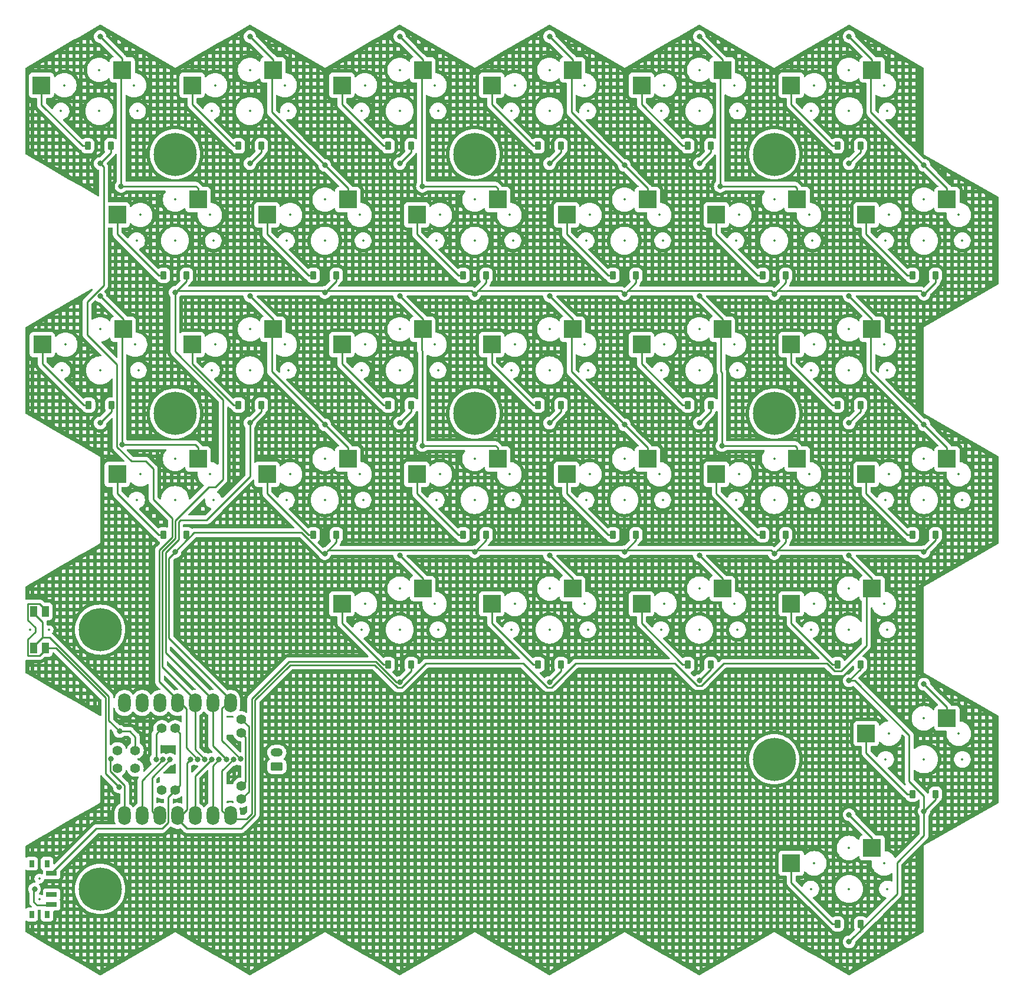
<source format=gtl>
%TF.GenerationSoftware,KiCad,Pcbnew,7.0.9*%
%TF.CreationDate,2024-02-04T22:05:17+05:30*%
%TF.ProjectId,Reversible Keyboard,52657665-7273-4696-926c-65204b657962,rev?*%
%TF.SameCoordinates,Original*%
%TF.FileFunction,Copper,L1,Top*%
%TF.FilePolarity,Positive*%
%FSLAX46Y46*%
G04 Gerber Fmt 4.6, Leading zero omitted, Abs format (unit mm)*
G04 Created by KiCad (PCBNEW 7.0.9) date 2024-02-04 22:05:17*
%MOMM*%
%LPD*%
G01*
G04 APERTURE LIST*
G04 Aperture macros list*
%AMRoundRect*
0 Rectangle with rounded corners*
0 $1 Rounding radius*
0 $2 $3 $4 $5 $6 $7 $8 $9 X,Y pos of 4 corners*
0 Add a 4 corners polygon primitive as box body*
4,1,4,$2,$3,$4,$5,$6,$7,$8,$9,$2,$3,0*
0 Add four circle primitives for the rounded corners*
1,1,$1+$1,$2,$3*
1,1,$1+$1,$4,$5*
1,1,$1+$1,$6,$7*
1,1,$1+$1,$8,$9*
0 Add four rect primitives between the rounded corners*
20,1,$1+$1,$2,$3,$4,$5,0*
20,1,$1+$1,$4,$5,$6,$7,0*
20,1,$1+$1,$6,$7,$8,$9,0*
20,1,$1+$1,$8,$9,$2,$3,0*%
G04 Aperture macros list end*
%TA.AperFunction,ComponentPad*%
%ADD10RoundRect,0.250000X0.625000X-0.350000X0.625000X0.350000X-0.625000X0.350000X-0.625000X-0.350000X0*%
%TD*%
%TA.AperFunction,ComponentPad*%
%ADD11O,1.750000X1.200000*%
%TD*%
%TA.AperFunction,SMDPad,CuDef*%
%ADD12R,0.800000X1.000000*%
%TD*%
%TA.AperFunction,SMDPad,CuDef*%
%ADD13R,1.500000X0.700000*%
%TD*%
%TA.AperFunction,SMDPad,CuDef*%
%ADD14R,1.000000X1.550000*%
%TD*%
%TA.AperFunction,SMDPad,CuDef*%
%ADD15R,2.600000X2.600000*%
%TD*%
%TA.AperFunction,SMDPad,CuDef*%
%ADD16RoundRect,0.225000X0.225000X0.375000X-0.225000X0.375000X-0.225000X-0.375000X0.225000X-0.375000X0*%
%TD*%
%TA.AperFunction,ComponentPad*%
%ADD17C,6.200000*%
%TD*%
%TA.AperFunction,SMDPad,CuDef*%
%ADD18O,1.800000X2.750000*%
%TD*%
%TA.AperFunction,ComponentPad*%
%ADD19C,1.397000*%
%TD*%
%TA.AperFunction,ViaPad*%
%ADD20C,0.800000*%
%TD*%
%TA.AperFunction,Conductor*%
%ADD21C,0.250000*%
%TD*%
%ADD22C,0.350000*%
G04 APERTURE END LIST*
D10*
%TO.P,BT1,1,+*%
%TO.N,Net-(BT1-+)*%
X79111058Y-137573846D03*
D11*
%TO.P,BT1,2,-*%
%TO.N,Net-(BT1--)*%
X79111058Y-135573846D03*
%TD*%
D12*
%TO.P,SW3,*%
%TO.N,*%
X46131630Y-151513000D03*
X43921630Y-151513000D03*
X46131630Y-158813000D03*
X43921630Y-158813000D03*
D13*
%TO.P,SW3,1,A*%
%TO.N,Net-(SW3-A)*%
X46781630Y-152913000D03*
%TO.P,SW3,2,B*%
%TO.N,unconnected-(SW3-B-Pad2)*%
X46781630Y-155913000D03*
%TO.P,SW3,3,C*%
%TO.N,Net-(BT1-+)*%
X46781630Y-157413000D03*
%TD*%
D14*
%TO.P,SW1,1*%
%TO.N,Net-(U1-PA31_SWDIO)*%
X44196940Y-120548880D03*
X44196940Y-115298880D03*
%TO.P,SW1,2*%
%TO.N,Net-(U1-PA30_SWCLK)*%
X45896940Y-120548880D03*
X45896940Y-115298880D03*
%TD*%
D15*
%TO.P,S26,1*%
%TO.N,Net-(D51-A)*%
X109950000Y-114223880D03*
%TO.P,S26,2*%
%TO.N,COL2*%
X121550000Y-112023880D03*
%TD*%
D16*
%TO.P,D7,1,K*%
%TO.N,ROW1*%
X119900000Y-48445640D03*
%TO.P,D7,2,A*%
%TO.N,Net-(D7-A)*%
X116600000Y-48445640D03*
%TD*%
D15*
%TO.P,S3,1*%
%TO.N,Net-(D5-A)*%
X88450000Y-39745640D03*
%TO.P,S3,2*%
%TO.N,COL3*%
X100050000Y-37545640D03*
%TD*%
D16*
%TO.P,D19,1,K*%
%TO.N,ROW2*%
X130650000Y-67065200D03*
%TO.P,D19,2,A*%
%TO.N,Net-(D19-A)*%
X127350000Y-67065200D03*
%TD*%
%TO.P,D55,1,K*%
%TO.N,ROW5*%
X162900000Y-122923880D03*
%TO.P,D55,2,A*%
%TO.N,Net-(D55-A)*%
X159600000Y-122923880D03*
%TD*%
%TO.P,D27,1,K*%
%TO.N,ROW3*%
X76900000Y-85684760D03*
%TO.P,D27,2,A*%
%TO.N,Net-(D27-A)*%
X73600000Y-85684760D03*
%TD*%
D15*
%TO.P,S22,1*%
%TO.N,Net-(D43-A)*%
X120700000Y-95604320D03*
%TO.P,S22,2*%
%TO.N,COL4*%
X132300000Y-93404320D03*
%TD*%
%TO.P,S10,1*%
%TO.N,Net-(D19-A)*%
X120700000Y-58365200D03*
%TO.P,S10,2*%
%TO.N,COL4*%
X132300000Y-56165200D03*
%TD*%
D16*
%TO.P,D47,1,K*%
%TO.N,ROW4*%
X173650000Y-104304320D03*
%TO.P,D47,2,A*%
%TO.N,Net-(D47-A)*%
X170350000Y-104304320D03*
%TD*%
D15*
%TO.P,S24,1*%
%TO.N,Net-(D47-A)*%
X163700000Y-95604320D03*
%TO.P,S24,2*%
%TO.N,COL6*%
X175300000Y-93404320D03*
%TD*%
D16*
%TO.P,D9,1,K*%
%TO.N,ROW1*%
X141400000Y-48445640D03*
%TO.P,D9,2,A*%
%TO.N,Net-(D10-A)*%
X138100000Y-48445640D03*
%TD*%
%TO.P,D33,1,K*%
%TO.N,ROW3*%
X141400000Y-85684760D03*
%TO.P,D33,2,A*%
%TO.N,Net-(D33-A)*%
X138100000Y-85684760D03*
%TD*%
%TO.P,D15,1,K*%
%TO.N,ROW2*%
X87650000Y-67065200D03*
%TO.P,D15,2,A*%
%TO.N,Net-(D15-A)*%
X84350000Y-67065200D03*
%TD*%
D17*
%TO.P,H6,1*%
%TO.N,N/C*%
X150500224Y-86891280D03*
%TD*%
D15*
%TO.P,S29,1*%
%TO.N,Net-(D57-A)*%
X163700000Y-132843440D03*
%TO.P,S29,2*%
%TO.N,COL5*%
X175300000Y-130643440D03*
%TD*%
%TO.P,S17,1*%
%TO.N,Net-(D33-A)*%
X131450000Y-76984760D03*
%TO.P,S17,2*%
%TO.N,COL5*%
X143050000Y-74784760D03*
%TD*%
%TO.P,S18,1*%
%TO.N,Net-(D35-A)*%
X152950000Y-76984760D03*
%TO.P,S18,2*%
%TO.N,COL6*%
X164550000Y-74784760D03*
%TD*%
D17*
%TO.P,H1,1*%
%TO.N,N/C*%
X64500096Y-49652160D03*
%TD*%
D15*
%TO.P,S14,1*%
%TO.N,Net-(D27-A)*%
X66950000Y-76984760D03*
%TO.P,S14,2*%
%TO.N,COL2*%
X78550000Y-74784760D03*
%TD*%
D17*
%TO.P,H9,1*%
%TO.N,N/C*%
X150500224Y-136543440D03*
%TD*%
D16*
%TO.P,D21,1,K*%
%TO.N,ROW2*%
X152150000Y-67065200D03*
%TO.P,D21,2,A*%
%TO.N,Net-(D21-A)*%
X148850000Y-67065200D03*
%TD*%
%TO.P,D11,1,K*%
%TO.N,ROW1*%
X162900000Y-48445640D03*
%TO.P,D11,2,A*%
%TO.N,Net-(D11-A)*%
X159600000Y-48445640D03*
%TD*%
%TO.P,D49,1,K*%
%TO.N,ROW5*%
X98400000Y-122923880D03*
%TO.P,D49,2,A*%
%TO.N,Net-(D49-A)*%
X95100000Y-122923880D03*
%TD*%
D15*
%TO.P,S23,1*%
%TO.N,Net-(D45-A)*%
X142200000Y-95604320D03*
%TO.P,S23,2*%
%TO.N,COL5*%
X153800000Y-93404320D03*
%TD*%
D16*
%TO.P,D45,1,K*%
%TO.N,ROW4*%
X152150000Y-104304320D03*
%TO.P,D45,2,A*%
%TO.N,Net-(D45-A)*%
X148850000Y-104304320D03*
%TD*%
D17*
%TO.P,H7,1*%
%TO.N,N/C*%
X53750080Y-117923880D03*
%TD*%
D16*
%TO.P,D35,1,K*%
%TO.N,ROW3*%
X162900000Y-85684760D03*
%TO.P,D35,2,A*%
%TO.N,Net-(D35-A)*%
X159600000Y-85684760D03*
%TD*%
D15*
%TO.P,S11,1*%
%TO.N,Net-(D21-A)*%
X142200000Y-58365200D03*
%TO.P,S11,2*%
%TO.N,COL5*%
X153800000Y-56165200D03*
%TD*%
%TO.P,S21,1*%
%TO.N,Net-(D41-A)*%
X99200000Y-95604320D03*
%TO.P,S21,2*%
%TO.N,COL3*%
X110800000Y-93404320D03*
%TD*%
%TO.P,S19,1*%
%TO.N,Net-(D37-A)*%
X56200000Y-95604320D03*
%TO.P,S19,2*%
%TO.N,COL1*%
X67800000Y-93404320D03*
%TD*%
%TO.P,S5,1*%
%TO.N,Net-(D10-A)*%
X131450000Y-39745640D03*
%TO.P,S5,2*%
%TO.N,COL5*%
X143050000Y-37545640D03*
%TD*%
D17*
%TO.P,H5,1*%
%TO.N,N/C*%
X150500224Y-49652160D03*
%TD*%
D16*
%TO.P,D1,1,K*%
%TO.N,ROW1*%
X55275000Y-48445640D03*
%TO.P,D1,2,A*%
%TO.N,Net-(D1-A)*%
X51975000Y-48445640D03*
%TD*%
D15*
%TO.P,S6,1*%
%TO.N,Net-(D11-A)*%
X152950000Y-39745640D03*
%TO.P,S6,2*%
%TO.N,COL6*%
X164550000Y-37545640D03*
%TD*%
%TO.P,S9,1*%
%TO.N,Net-(D17-A)*%
X99200000Y-58365200D03*
%TO.P,S9,2*%
%TO.N,COL3*%
X110800000Y-56165200D03*
%TD*%
%TO.P,S27,1*%
%TO.N,Net-(D53-A)*%
X131450000Y-114223880D03*
%TO.P,S27,2*%
%TO.N,COL3*%
X143050000Y-112023880D03*
%TD*%
%TO.P,S28,1*%
%TO.N,Net-(D55-A)*%
X152950000Y-114223880D03*
%TO.P,S28,2*%
%TO.N,COL4*%
X164550000Y-112023880D03*
%TD*%
D17*
%TO.P,H8,1*%
%TO.N,N/C*%
X53750080Y-155163000D03*
%TD*%
D16*
%TO.P,D29,1,K*%
%TO.N,ROW3*%
X98400000Y-85684760D03*
%TO.P,D29,2,A*%
%TO.N,Net-(D29-A)*%
X95100000Y-85684760D03*
%TD*%
D15*
%TO.P,S30,1*%
%TO.N,Net-(D59-A)*%
X152950000Y-151463000D03*
%TO.P,S30,2*%
%TO.N,COL6*%
X164550000Y-149263000D03*
%TD*%
%TO.P,S25,1*%
%TO.N,Net-(D49-A)*%
X88450000Y-114223880D03*
%TO.P,S25,2*%
%TO.N,COL1*%
X100050000Y-112023880D03*
%TD*%
D16*
%TO.P,D3,1,K*%
%TO.N,ROW1*%
X76900000Y-48445640D03*
%TO.P,D3,2,A*%
%TO.N,Net-(D3-A)*%
X73600000Y-48445640D03*
%TD*%
D15*
%TO.P,S20,1*%
%TO.N,Net-(D39-A)*%
X77700000Y-95604320D03*
%TO.P,S20,2*%
%TO.N,COL2*%
X89300000Y-93404320D03*
%TD*%
D16*
%TO.P,D5,1,K*%
%TO.N,ROW1*%
X98400000Y-48445640D03*
%TO.P,D5,2,A*%
%TO.N,Net-(D5-A)*%
X95100000Y-48445640D03*
%TD*%
%TO.P,D23,1,K*%
%TO.N,ROW2*%
X173650000Y-67065200D03*
%TO.P,D23,2,A*%
%TO.N,Net-(D23-A)*%
X170350000Y-67065200D03*
%TD*%
%TO.P,D13,1,K*%
%TO.N,ROW2*%
X66150000Y-67065200D03*
%TO.P,D13,2,A*%
%TO.N,Net-(D13-A)*%
X62850000Y-67065200D03*
%TD*%
D17*
%TO.P,H3,1*%
%TO.N,N/C*%
X107500160Y-49652160D03*
%TD*%
%TO.P,H2,1*%
%TO.N,N/C*%
X64500096Y-86891280D03*
%TD*%
D15*
%TO.P,S15,1*%
%TO.N,Net-(D29-A)*%
X88450000Y-76984760D03*
%TO.P,S15,2*%
%TO.N,COL3*%
X100050000Y-74784760D03*
%TD*%
%TO.P,S12,1*%
%TO.N,Net-(D23-A)*%
X163700000Y-58365200D03*
%TO.P,S12,2*%
%TO.N,COL6*%
X175300000Y-56165200D03*
%TD*%
%TO.P,S7,1*%
%TO.N,Net-(D13-A)*%
X56200000Y-58365200D03*
%TO.P,S7,2*%
%TO.N,COL1*%
X67800000Y-56165200D03*
%TD*%
D16*
%TO.P,D41,1,K*%
%TO.N,ROW4*%
X109150000Y-104304320D03*
%TO.P,D41,2,A*%
%TO.N,Net-(D41-A)*%
X105850000Y-104304320D03*
%TD*%
D17*
%TO.P,H4,1*%
%TO.N,N/C*%
X107500160Y-86891280D03*
%TD*%
D16*
%TO.P,D37,1,K*%
%TO.N,ROW4*%
X66150000Y-104304320D03*
%TO.P,D37,2,A*%
%TO.N,Net-(D37-A)*%
X62850000Y-104304320D03*
%TD*%
%TO.P,D25,1,K*%
%TO.N,ROW3*%
X55400000Y-85684760D03*
%TO.P,D25,2,A*%
%TO.N,Net-(D25-A)*%
X52100000Y-85684760D03*
%TD*%
%TO.P,D17,1,K*%
%TO.N,ROW2*%
X109150000Y-67065200D03*
%TO.P,D17,2,A*%
%TO.N,Net-(D17-A)*%
X105850000Y-67065200D03*
%TD*%
%TO.P,D59,1,K*%
%TO.N,ROW5*%
X162900000Y-160163000D03*
%TO.P,D59,2,A*%
%TO.N,Net-(D59-A)*%
X159600000Y-160163000D03*
%TD*%
D15*
%TO.P,S13,1*%
%TO.N,Net-(D25-A)*%
X45450000Y-76984760D03*
%TO.P,S13,2*%
%TO.N,COL1*%
X57050000Y-74784760D03*
%TD*%
%TO.P,S2,1*%
%TO.N,Net-(D3-A)*%
X66950000Y-39745640D03*
%TO.P,S2,2*%
%TO.N,COL2*%
X78550000Y-37545640D03*
%TD*%
D16*
%TO.P,D39,1,K*%
%TO.N,ROW4*%
X87650000Y-104304320D03*
%TO.P,D39,2,A*%
%TO.N,Net-(D39-A)*%
X84350000Y-104304320D03*
%TD*%
%TO.P,D53,1,K*%
%TO.N,ROW5*%
X141400000Y-122923880D03*
%TO.P,D53,2,A*%
%TO.N,Net-(D53-A)*%
X138100000Y-122923880D03*
%TD*%
D15*
%TO.P,S4,1*%
%TO.N,Net-(D7-A)*%
X109950000Y-39745640D03*
%TO.P,S4,2*%
%TO.N,COL4*%
X121550000Y-37545640D03*
%TD*%
D18*
%TO.P,U2,1,PA02_A0_D0*%
%TO.N,COL1*%
X57216034Y-144638400D03*
%TO.P,U2,2,PA4_A1_D1*%
%TO.N,COL2*%
X59756034Y-144638400D03*
%TO.P,U2,3,PA10_A2_D2*%
%TO.N,COL3*%
X62296034Y-144638400D03*
%TO.P,U2,4,PA11_A3_D3*%
%TO.N,COL4*%
X64836034Y-144638400D03*
%TO.P,U2,5,PA8_A4_D4_SDA*%
%TO.N,COL5*%
X67376034Y-144638400D03*
%TO.P,U2,6,PA9_A5_D5_SCL*%
%TO.N,COL6*%
X69916034Y-144638400D03*
%TO.P,U2,7,PB08_A6_D6_TX*%
%TO.N,ROW5*%
X72456034Y-144638400D03*
%TO.P,U2,8,PB09_A7_D7_RX*%
%TO.N,ROW4*%
X72456034Y-128448480D03*
%TO.P,U2,9,PA7_A8_D8_SCK*%
%TO.N,ROW3*%
X69916034Y-128448480D03*
%TO.P,U2,10,PA5_A9_D9_MISO*%
%TO.N,ROW2*%
X67376034Y-128448480D03*
%TO.P,U2,11,PA6_A10_D10_MOSI*%
%TO.N,ROW1*%
X64836034Y-128448480D03*
%TO.P,U2,12,3V3*%
%TO.N,unconnected-(U2-3V3-Pad12)*%
X62296034Y-128448480D03*
%TO.P,U2,13,GND*%
%TO.N,unconnected-(U2-GND-Pad13)*%
X59756034Y-128448480D03*
%TO.P,U2,14,5V*%
%TO.N,unconnected-(U2-5V-Pad14)*%
X57216034Y-128448480D03*
D19*
%TO.P,U2,19,RESET*%
%TO.N,Net-(SW3-A)*%
X64519034Y-140988440D03*
%TO.P,U2,20,GND*%
%TO.N,Net-(BT1--)*%
X62614034Y-140988440D03*
%TO.P,U2,21,BAT-*%
%TO.N,Net-(U1-BAT-)*%
X74044034Y-132733440D03*
%TO.P,U2,22,BAT+*%
%TO.N,Net-(U1-BAT+)*%
X74044034Y-130828440D03*
%TD*%
D16*
%TO.P,D57,1,K*%
%TO.N,ROW5*%
X173650000Y-141543440D03*
%TO.P,D57,2,A*%
%TO.N,Net-(D57-A)*%
X170350000Y-141543440D03*
%TD*%
%TO.P,D31,1,K*%
%TO.N,ROW3*%
X119900000Y-85684760D03*
%TO.P,D31,2,A*%
%TO.N,Net-(D31-A)*%
X116600000Y-85684760D03*
%TD*%
D15*
%TO.P,S1,1*%
%TO.N,Net-(D1-A)*%
X45325000Y-39745640D03*
%TO.P,S1,2*%
%TO.N,COL1*%
X56925000Y-37545640D03*
%TD*%
D16*
%TO.P,D51,1,K*%
%TO.N,ROW5*%
X119900000Y-122923880D03*
%TO.P,D51,2,A*%
%TO.N,Net-(D51-A)*%
X116600000Y-122923880D03*
%TD*%
%TO.P,D43,1,K*%
%TO.N,ROW4*%
X130650000Y-104304320D03*
%TO.P,D43,2,A*%
%TO.N,Net-(D43-A)*%
X127350000Y-104304320D03*
%TD*%
D15*
%TO.P,S8,1*%
%TO.N,Net-(D15-A)*%
X77700000Y-58365200D03*
%TO.P,S8,2*%
%TO.N,COL2*%
X89300000Y-56165200D03*
%TD*%
%TO.P,S16,1*%
%TO.N,Net-(D31-A)*%
X109950000Y-76984760D03*
%TO.P,S16,2*%
%TO.N,COL4*%
X121550000Y-74784760D03*
%TD*%
D19*
%TO.P,U1,15,NFC+*%
%TO.N,unconnected-(U1-NFC+-Pad15)*%
X56264034Y-135273440D03*
%TO.P,U1,16,NFC-*%
%TO.N,unconnected-(U1-NFC--Pad16)*%
X56264034Y-137813440D03*
%TO.P,U1,17,PA31_SWDIO*%
%TO.N,Net-(U1-PA31_SWDIO)*%
X58804034Y-135273440D03*
%TO.P,U1,18,PA30_SWCLK*%
%TO.N,Net-(U1-PA30_SWCLK)*%
X58804034Y-137813440D03*
%TO.P,U1,19,RESET*%
%TO.N,Net-(SW3-A)*%
X64519034Y-132098440D03*
%TO.P,U1,20,GND*%
%TO.N,Net-(BT1--)*%
X62614034Y-132098440D03*
%TO.P,U1,21,BAT-*%
%TO.N,Net-(U1-BAT-)*%
X74044034Y-140353440D03*
%TO.P,U1,22,BAT+*%
%TO.N,Net-(U1-BAT+)*%
X74044034Y-142258440D03*
%TD*%
D20*
%TO.N,Net-(BT1-+)*%
X44343750Y-155163200D03*
%TO.N,COL1*%
X53750000Y-32750000D03*
X55250000Y-136500000D03*
X56750000Y-54250000D03*
X53750000Y-70000000D03*
X96750000Y-107250000D03*
X56899500Y-91362701D03*
%TO.N,COL2*%
X86000000Y-88500000D03*
X75250000Y-32750000D03*
X62778109Y-136550517D03*
X118250000Y-107250000D03*
X75250000Y-70000000D03*
X86000000Y-51250000D03*
%TO.N,COL3*%
X100000000Y-91500000D03*
X139750000Y-107250000D03*
X100000000Y-54250000D03*
X96750000Y-70000000D03*
X96750000Y-32750000D03*
X63777406Y-136530279D03*
%TO.N,COL4*%
X118250000Y-32750000D03*
X161250000Y-107250000D03*
X66711131Y-136518640D03*
X129000000Y-51250000D03*
X118250000Y-70000000D03*
X129000000Y-88500000D03*
%TO.N,COL5*%
X69784925Y-136518640D03*
X139750000Y-32750000D03*
X139750000Y-70000000D03*
X143000000Y-91500000D03*
X142750000Y-54250000D03*
X172000000Y-125750000D03*
%TO.N,COL6*%
X70827895Y-136537011D03*
X172000000Y-88500000D03*
X172000000Y-51250000D03*
X161250000Y-144500000D03*
X161250000Y-32750000D03*
X161250000Y-70000000D03*
%TO.N,ROW1*%
X53750000Y-51000000D03*
X96750000Y-51000000D03*
X161250000Y-51000000D03*
X75250000Y-51000000D03*
X139750000Y-51000000D03*
X67735729Y-136518640D03*
X118250000Y-51000000D03*
%TO.N,ROW2*%
X68760327Y-136518640D03*
X172000000Y-69750000D03*
X107500000Y-69750000D03*
X86000000Y-69500000D03*
X129000000Y-69750000D03*
X64500000Y-69500000D03*
X150500000Y-69750000D03*
%TO.N,ROW3*%
X161250000Y-88250000D03*
X139750000Y-88250000D03*
X75250000Y-88250000D03*
X53750000Y-88250000D03*
X71870446Y-136554963D03*
X118250000Y-88250000D03*
X96750000Y-88250000D03*
%TO.N,ROW4*%
X73893034Y-136500000D03*
X86000000Y-107000000D03*
X150500000Y-107000000D03*
X172000000Y-106750000D03*
X129000000Y-106750000D03*
X107500000Y-106750000D03*
X64500000Y-106750000D03*
%TO.N,ROW5*%
X161250000Y-125250000D03*
X96750000Y-125500000D03*
X72895044Y-136554963D03*
X161250000Y-162750000D03*
X118250000Y-125500000D03*
X139750000Y-125250000D03*
X172000000Y-144000000D03*
%TO.N,Net-(U1-PA30_SWCLK)*%
X56489274Y-140510726D03*
%TO.N,Net-(U1-PA31_SWDIO)*%
X56525500Y-132532714D03*
%TO.N,Net-(BT1--)*%
X61779024Y-136521626D03*
%TD*%
D21*
%TO.N,Net-(BT1-+)*%
X44196630Y-155310320D02*
X44343750Y-155163200D01*
X44196630Y-157004726D02*
X44196630Y-155310320D01*
X46706630Y-157488000D02*
X44679904Y-157488000D01*
X44679904Y-157488000D02*
X44196630Y-157004726D01*
X46781630Y-157413000D02*
X46706630Y-157488000D01*
%TO.N,Net-(D1-A)*%
X45325000Y-39745640D02*
X45325000Y-42575000D01*
X51195640Y-48445640D02*
X51975000Y-48445640D01*
X45325000Y-42575000D02*
X51195640Y-48445640D01*
%TO.N,Net-(D3-A)*%
X66950000Y-39745640D02*
X66950000Y-42519473D01*
X66950000Y-42519473D02*
X72876167Y-48445640D01*
X72876167Y-48445640D02*
X73600000Y-48445640D01*
%TO.N,Net-(D5-A)*%
X94376167Y-48445640D02*
X95100000Y-48445640D01*
X88450000Y-42519473D02*
X94376167Y-48445640D01*
X88450000Y-39745640D02*
X88450000Y-42519473D01*
%TO.N,Net-(D7-A)*%
X115876167Y-48445640D02*
X116600000Y-48445640D01*
X109950000Y-42519473D02*
X115876167Y-48445640D01*
X109950000Y-39745640D02*
X109950000Y-42519473D01*
%TO.N,Net-(D10-A)*%
X137376167Y-48445640D02*
X138100000Y-48445640D01*
X131450000Y-39745640D02*
X131450000Y-42519473D01*
X131450000Y-42519473D02*
X137376167Y-48445640D01*
%TO.N,Net-(D11-A)*%
X152950000Y-42519473D02*
X158876167Y-48445640D01*
X158876167Y-48445640D02*
X159600000Y-48445640D01*
X152950000Y-39745640D02*
X152950000Y-42519473D01*
%TO.N,Net-(D17-A)*%
X99200000Y-61139033D02*
X105126167Y-67065200D01*
X105126167Y-67065200D02*
X105850000Y-67065200D01*
X99200000Y-58365200D02*
X99200000Y-61139033D01*
%TO.N,Net-(D19-A)*%
X126626167Y-67065200D02*
X127350000Y-67065200D01*
X120700000Y-61139033D02*
X126626167Y-67065200D01*
X120700000Y-58365200D02*
X120700000Y-61139033D01*
%TO.N,Net-(D21-A)*%
X142200000Y-58365200D02*
X142200000Y-61139033D01*
X148126167Y-67065200D02*
X148850000Y-67065200D01*
X142200000Y-61139033D02*
X148126167Y-67065200D01*
%TO.N,Net-(D23-A)*%
X163700000Y-61139033D02*
X169626167Y-67065200D01*
X163700000Y-58365200D02*
X163700000Y-61139033D01*
X169626167Y-67065200D02*
X170350000Y-67065200D01*
%TO.N,Net-(D13-A)*%
X62126167Y-67065200D02*
X62850000Y-67065200D01*
X56200000Y-61139033D02*
X62126167Y-67065200D01*
X56200000Y-58365200D02*
X56200000Y-61139033D01*
%TO.N,Net-(D15-A)*%
X83626167Y-67065200D02*
X84350000Y-67065200D01*
X77700000Y-58365200D02*
X77700000Y-61139033D01*
X77700000Y-61139033D02*
X83626167Y-67065200D01*
%TO.N,Net-(D25-A)*%
X51376167Y-85684760D02*
X52100000Y-85684760D01*
X45450000Y-79758593D02*
X51376167Y-85684760D01*
X45450000Y-76984760D02*
X45450000Y-79758593D01*
%TO.N,Net-(D27-A)*%
X66950000Y-79758593D02*
X72876167Y-85684760D01*
X66950000Y-76984760D02*
X66950000Y-79758593D01*
X72876167Y-85684760D02*
X73600000Y-85684760D01*
%TO.N,Net-(D29-A)*%
X88450000Y-79758593D02*
X94376167Y-85684760D01*
X88450000Y-76984760D02*
X88450000Y-79758593D01*
X94376167Y-85684760D02*
X95100000Y-85684760D01*
%TO.N,Net-(D31-A)*%
X109950000Y-76984760D02*
X109950000Y-79758593D01*
X115876167Y-85684760D02*
X116600000Y-85684760D01*
X109950000Y-79758593D02*
X115876167Y-85684760D01*
%TO.N,Net-(D33-A)*%
X137376167Y-85684760D02*
X138100000Y-85684760D01*
X131450000Y-76984760D02*
X131450000Y-79758593D01*
X131450000Y-79758593D02*
X137376167Y-85684760D01*
%TO.N,Net-(D35-A)*%
X152950000Y-76984760D02*
X152950000Y-79758593D01*
X152950000Y-79758593D02*
X158876167Y-85684760D01*
X158876167Y-85684760D02*
X159600000Y-85684760D01*
%TO.N,Net-(D37-A)*%
X62126167Y-104304320D02*
X62850000Y-104304320D01*
X56200000Y-95604320D02*
X56200000Y-98378153D01*
X56200000Y-98378153D02*
X62126167Y-104304320D01*
%TO.N,Net-(D39-A)*%
X83626167Y-104304320D02*
X84350000Y-104304320D01*
X77700000Y-95604320D02*
X77700000Y-98378153D01*
X77700000Y-98378153D02*
X83626167Y-104304320D01*
%TO.N,Net-(D41-A)*%
X99200000Y-98378153D02*
X105126167Y-104304320D01*
X105126167Y-104304320D02*
X105850000Y-104304320D01*
X99200000Y-95604320D02*
X99200000Y-98378153D01*
%TO.N,Net-(D43-A)*%
X120700000Y-95604320D02*
X120700000Y-98378153D01*
X126626167Y-104304320D02*
X127350000Y-104304320D01*
X120700000Y-98378153D02*
X126626167Y-104304320D01*
%TO.N,Net-(D45-A)*%
X142200000Y-95604320D02*
X142200000Y-98378153D01*
X148126167Y-104304320D02*
X148850000Y-104304320D01*
X142200000Y-98378153D02*
X148126167Y-104304320D01*
%TO.N,Net-(D47-A)*%
X169626167Y-104304320D02*
X170350000Y-104304320D01*
X163700000Y-95604320D02*
X163700000Y-98378153D01*
X163700000Y-98378153D02*
X169626167Y-104304320D01*
%TO.N,Net-(D49-A)*%
X94376167Y-122923880D02*
X95100000Y-122923880D01*
X88450000Y-114223880D02*
X88450000Y-116997713D01*
X88450000Y-116997713D02*
X94376167Y-122923880D01*
%TO.N,Net-(D51-A)*%
X109950000Y-116997713D02*
X115876167Y-122923880D01*
X109950000Y-114223880D02*
X109950000Y-116997713D01*
X115876167Y-122923880D02*
X116600000Y-122923880D01*
%TO.N,Net-(D53-A)*%
X131450000Y-116997713D02*
X137376167Y-122923880D01*
X131450000Y-114223880D02*
X131450000Y-116997713D01*
X137376167Y-122923880D02*
X138100000Y-122923880D01*
%TO.N,Net-(D55-A)*%
X152950000Y-116997713D02*
X158876167Y-122923880D01*
X158876167Y-122923880D02*
X159600000Y-122923880D01*
X152950000Y-114223880D02*
X152950000Y-116997713D01*
%TO.N,Net-(D57-A)*%
X169626167Y-141543440D02*
X170350000Y-141543440D01*
X163700000Y-132843440D02*
X163700000Y-135617273D01*
X163700000Y-135617273D02*
X169626167Y-141543440D01*
%TO.N,Net-(D59-A)*%
X152950000Y-154236833D02*
X158876167Y-160163000D01*
X152950000Y-151463000D02*
X152950000Y-154236833D01*
X158876167Y-160163000D02*
X159600000Y-160163000D01*
%TO.N,COL1*%
X67500000Y-54250000D02*
X67800000Y-54550000D01*
X56875000Y-74959760D02*
X57050000Y-74784760D01*
X56899500Y-91362701D02*
X56899500Y-80899500D01*
X57250000Y-140246854D02*
X57250000Y-145079434D01*
X67362701Y-91362701D02*
X67800000Y-91800000D01*
X53750000Y-32750000D02*
X56925000Y-35925000D01*
X56750000Y-37720640D02*
X56925000Y-37545640D01*
X56899500Y-91362701D02*
X67362701Y-91362701D01*
X56750000Y-54250000D02*
X56750000Y-37720640D01*
X67800000Y-91800000D02*
X67800000Y-93404320D01*
X55240534Y-138237388D02*
X57250000Y-140246854D01*
X53750000Y-70000000D02*
X57050000Y-73300000D01*
X67800000Y-54550000D02*
X67800000Y-56165200D01*
X57050000Y-73300000D02*
X57050000Y-74784760D01*
X57250000Y-145079434D02*
X57216034Y-145113400D01*
X55240534Y-136509466D02*
X55240534Y-138237388D01*
X56750000Y-54250000D02*
X67500000Y-54250000D01*
X56875000Y-80875000D02*
X56875000Y-74959760D01*
X100050000Y-110550000D02*
X100050000Y-112023880D01*
X56899500Y-80899500D02*
X56875000Y-80875000D01*
X55250000Y-136500000D02*
X55240534Y-136509466D01*
X96750000Y-107250000D02*
X100050000Y-110550000D01*
X56925000Y-35925000D02*
X56925000Y-37545640D01*
%TO.N,COL2*%
X78550000Y-37545640D02*
X78375000Y-37720640D01*
X78550000Y-74784760D02*
X78375000Y-74959760D01*
X118250000Y-107250000D02*
X121550000Y-110550000D01*
X75250000Y-70000000D02*
X78550000Y-73300000D01*
X89300000Y-54550000D02*
X89300000Y-56165200D01*
X62778109Y-136550517D02*
X62775438Y-136550517D01*
X59756034Y-145113400D02*
X60263446Y-144605988D01*
X59756034Y-139569921D02*
X59756034Y-145113400D01*
X78375000Y-43625000D02*
X86000000Y-51250000D01*
X89300000Y-91800000D02*
X89300000Y-93404320D01*
X78375000Y-37720640D02*
X78375000Y-43625000D01*
X78550000Y-73300000D02*
X78550000Y-74784760D01*
X86000000Y-88500000D02*
X89300000Y-91800000D01*
X62775438Y-136550517D02*
X59756034Y-139569921D01*
X78375000Y-80875000D02*
X86000000Y-88500000D01*
X86000000Y-51250000D02*
X89300000Y-54550000D01*
X78550000Y-36050000D02*
X78550000Y-37545640D01*
X78375000Y-74959760D02*
X78375000Y-80875000D01*
X75250000Y-32750000D02*
X78550000Y-36050000D01*
X121550000Y-110550000D02*
X121550000Y-112023880D01*
%TO.N,COL3*%
X99875000Y-37720640D02*
X100050000Y-37545640D01*
X96750000Y-32750000D02*
X100050000Y-36050000D01*
X100050000Y-73300000D02*
X100050000Y-74784760D01*
X100000000Y-54250000D02*
X99875000Y-54125000D01*
X139750000Y-107250000D02*
X143050000Y-110550000D01*
X100000000Y-91500000D02*
X110500000Y-91500000D01*
X61191034Y-139162897D02*
X61191034Y-144008400D01*
X99875000Y-74959760D02*
X100050000Y-74784760D01*
X100050000Y-36050000D02*
X100050000Y-37545640D01*
X99875000Y-54125000D02*
X99875000Y-37720640D01*
X100000000Y-91500000D02*
X100000000Y-77886410D01*
X100000000Y-54250000D02*
X110500000Y-54250000D01*
X110800000Y-91800000D02*
X110800000Y-93404320D01*
X110500000Y-91500000D02*
X110800000Y-91800000D01*
X110500000Y-54250000D02*
X110800000Y-54550000D01*
X143050000Y-110550000D02*
X143050000Y-112023880D01*
X63777406Y-136576525D02*
X61191034Y-139162897D01*
X99875000Y-77761410D02*
X99875000Y-74959760D01*
X61191034Y-144008400D02*
X62296034Y-145113400D01*
X63777406Y-136530279D02*
X63777406Y-136576525D01*
X110800000Y-54550000D02*
X110800000Y-56165200D01*
X100000000Y-77886410D02*
X99875000Y-77761410D01*
X96750000Y-70000000D02*
X100050000Y-73300000D01*
%TO.N,COL4*%
X121550000Y-74784760D02*
X121375000Y-74959760D01*
X97025305Y-126250000D02*
X96405672Y-126250000D01*
X96405672Y-126250000D02*
X93155672Y-123000000D01*
X66151034Y-143798400D02*
X64836034Y-145113400D01*
X100525305Y-122750000D02*
X97025305Y-126250000D01*
X158042068Y-122750000D02*
X143275305Y-122750000D01*
X66711131Y-136518640D02*
X66171907Y-137057864D01*
X74000000Y-146500000D02*
X66222634Y-146500000D01*
X66171907Y-143777527D02*
X64836034Y-145113400D01*
X164550000Y-110550000D02*
X164550000Y-112023880D01*
X66171907Y-137057864D02*
X66171907Y-143777527D01*
X121550000Y-73300000D02*
X121550000Y-74784760D01*
X139449695Y-125975000D02*
X136224695Y-122750000D01*
X161250000Y-107250000D02*
X164550000Y-110550000D01*
X81000000Y-123000000D02*
X75967534Y-128032466D01*
X118550305Y-126225000D02*
X117949695Y-126225000D01*
X143275305Y-122750000D02*
X140050305Y-125975000D01*
X121375000Y-80875000D02*
X129000000Y-88500000D01*
X75967534Y-128032466D02*
X75967534Y-144532466D01*
X93155672Y-123000000D02*
X81000000Y-123000000D01*
X114474695Y-122750000D02*
X100525305Y-122750000D01*
X64836034Y-145113400D02*
X65643622Y-145113400D01*
X132300000Y-91800000D02*
X132300000Y-93404320D01*
X136224695Y-122750000D02*
X122025305Y-122750000D01*
X121550000Y-37545640D02*
X121375000Y-37720640D01*
X117949695Y-126225000D02*
X114474695Y-122750000D01*
X132300000Y-54550000D02*
X132300000Y-56165200D01*
X118250000Y-70000000D02*
X121550000Y-73300000D01*
X121375000Y-37720640D02*
X121375000Y-43625000D01*
X164550000Y-112023880D02*
X163726120Y-112847760D01*
X122025305Y-122750000D02*
X118550305Y-126225000D01*
X160105086Y-123848880D02*
X159140948Y-123848880D01*
X66222634Y-146500000D02*
X64836034Y-145113400D01*
X121375000Y-43625000D02*
X129000000Y-51250000D01*
X75967534Y-144532466D02*
X74000000Y-146500000D01*
X129000000Y-88500000D02*
X132300000Y-91800000D01*
X163726120Y-120227846D02*
X160105086Y-123848880D01*
X163726120Y-112847760D02*
X163726120Y-120227846D01*
X140050305Y-125975000D02*
X139449695Y-125975000D01*
X121550000Y-36050000D02*
X121550000Y-37545640D01*
X159140948Y-123848880D02*
X158042068Y-122750000D01*
X121375000Y-74959760D02*
X121375000Y-80875000D01*
X118250000Y-32750000D02*
X121550000Y-36050000D01*
X129000000Y-51250000D02*
X132300000Y-54550000D01*
%TO.N,COL5*%
X153500000Y-54250000D02*
X153800000Y-54550000D01*
X153500000Y-91500000D02*
X153800000Y-91800000D01*
X143050000Y-36050000D02*
X143050000Y-37545640D01*
X142750000Y-54250000D02*
X142750000Y-37845640D01*
X172000000Y-125750000D02*
X175300000Y-129050000D01*
X143050000Y-73300000D02*
X143050000Y-74784760D01*
X143000000Y-91500000D02*
X143000000Y-81000000D01*
X139750000Y-32750000D02*
X143050000Y-36050000D01*
X139750000Y-70000000D02*
X143050000Y-73300000D01*
X175300000Y-129050000D02*
X175300000Y-130643440D01*
X153800000Y-54550000D02*
X153800000Y-56165200D01*
X67376034Y-138927531D02*
X67376034Y-145113400D01*
X69784925Y-136518640D02*
X67376034Y-138927531D01*
X143000000Y-91500000D02*
X153500000Y-91500000D01*
X153800000Y-91800000D02*
X153800000Y-93404320D01*
X142875000Y-80875000D02*
X142875000Y-74959760D01*
X142750000Y-37845640D02*
X143050000Y-37545640D01*
X143000000Y-81000000D02*
X142875000Y-80875000D01*
X142875000Y-74959760D02*
X143050000Y-74784760D01*
X142750000Y-54250000D02*
X153500000Y-54250000D01*
%TO.N,COL6*%
X164550000Y-37545640D02*
X164375000Y-37720640D01*
X164550000Y-73300000D02*
X164550000Y-74784760D01*
X161250000Y-32750000D02*
X164550000Y-36050000D01*
X164375000Y-80875000D02*
X172000000Y-88500000D01*
X172000000Y-51250000D02*
X175300000Y-54550000D01*
X70827895Y-136537011D02*
X69916034Y-137448872D01*
X164375000Y-37720640D02*
X164375000Y-43625000D01*
X172000000Y-88500000D02*
X175300000Y-91800000D01*
X161250000Y-70000000D02*
X164550000Y-73300000D01*
X69916034Y-137448872D02*
X69916034Y-145113400D01*
X164550000Y-74784760D02*
X164375000Y-74959760D01*
X164375000Y-74959760D02*
X164375000Y-80875000D01*
X161250000Y-144500000D02*
X164550000Y-147800000D01*
X164550000Y-36050000D02*
X164550000Y-37545640D01*
X164550000Y-147800000D02*
X164550000Y-149263000D01*
X164375000Y-43625000D02*
X172000000Y-51250000D01*
X175300000Y-91800000D02*
X175300000Y-93404320D01*
X175300000Y-54550000D02*
X175300000Y-56165200D01*
%TO.N,ROW1*%
X62250000Y-106488144D02*
X64100000Y-104638144D01*
X119900000Y-49350000D02*
X118250000Y-51000000D01*
X54250000Y-51500000D02*
X53750000Y-51000000D01*
X67735729Y-136518640D02*
X66117534Y-134900445D01*
X55275000Y-48445640D02*
X55275000Y-49475000D01*
X61375000Y-94827670D02*
X60276650Y-93729320D01*
X55275000Y-49475000D02*
X53750000Y-51000000D01*
X64100000Y-101909524D02*
X61375000Y-99184524D01*
X60276650Y-93729320D02*
X58229320Y-93729320D01*
X64100000Y-104638144D02*
X64100000Y-101909524D01*
X98400000Y-49350000D02*
X96750000Y-51000000D01*
X56175000Y-79861410D02*
X51875000Y-75561410D01*
X64836034Y-127973480D02*
X62250000Y-125387446D01*
X162900000Y-48445640D02*
X162900000Y-49350000D01*
X98400000Y-48445640D02*
X98400000Y-49350000D01*
X51875000Y-75561410D02*
X51875000Y-70849695D01*
X76900000Y-48445640D02*
X76900000Y-49350000D01*
X58229320Y-93729320D02*
X56175000Y-91675000D01*
X66117534Y-134900445D02*
X66117534Y-129254980D01*
X119900000Y-48445640D02*
X119900000Y-49350000D01*
X62250000Y-125387446D02*
X62250000Y-106488144D01*
X56175000Y-91675000D02*
X56175000Y-79861410D01*
X141400000Y-49350000D02*
X139750000Y-51000000D01*
X51875000Y-70849695D02*
X54250000Y-68474695D01*
X162900000Y-49350000D02*
X161250000Y-51000000D01*
X141400000Y-48445640D02*
X141400000Y-49350000D01*
X76900000Y-49350000D02*
X75250000Y-51000000D01*
X66117534Y-129254980D02*
X64836034Y-127973480D01*
X54250000Y-68474695D02*
X54250000Y-51500000D01*
X61375000Y-99184524D02*
X61375000Y-94827670D01*
%TO.N,ROW2*%
X69330204Y-97479320D02*
X70276650Y-97479320D01*
X64500000Y-69500000D02*
X64725000Y-69275000D01*
X173650000Y-67065200D02*
X173650000Y-68100000D01*
X87650000Y-67850000D02*
X86000000Y-69500000D01*
X107975000Y-69275000D02*
X128525000Y-69275000D01*
X109150000Y-68100000D02*
X107500000Y-69750000D01*
X130650000Y-68100000D02*
X129000000Y-69750000D01*
X129000000Y-69750000D02*
X129475000Y-69275000D01*
X150975000Y-69275000D02*
X171525000Y-69275000D01*
X129475000Y-69275000D02*
X150025000Y-69275000D01*
X85775000Y-69275000D02*
X86000000Y-69500000D01*
X66150000Y-67065200D02*
X66150000Y-67850000D01*
X107025000Y-69275000D02*
X107500000Y-69750000D01*
X64725000Y-69275000D02*
X85775000Y-69275000D01*
X67376034Y-127973480D02*
X62700000Y-123297446D01*
X87650000Y-67065200D02*
X87650000Y-67850000D01*
X128525000Y-69275000D02*
X129000000Y-69750000D01*
X171525000Y-69275000D02*
X172000000Y-69750000D01*
X152150000Y-67065200D02*
X152150000Y-68100000D01*
X152150000Y-68100000D02*
X150500000Y-69750000D01*
X71375000Y-84875000D02*
X64500000Y-78000000D01*
X64550000Y-104824540D02*
X64550000Y-102259524D01*
X70276650Y-97479320D02*
X71375000Y-96380970D01*
X67376034Y-135134347D02*
X67376034Y-127973480D01*
X130650000Y-67065200D02*
X130650000Y-68100000D01*
X86225000Y-69275000D02*
X107025000Y-69275000D01*
X64550000Y-102259524D02*
X69330204Y-97479320D01*
X62700000Y-123297446D02*
X62700000Y-106674540D01*
X150025000Y-69275000D02*
X150500000Y-69750000D01*
X68760327Y-136518640D02*
X67376034Y-135134347D01*
X64500000Y-78000000D02*
X64500000Y-69500000D01*
X62700000Y-106674540D02*
X64550000Y-104824540D01*
X109150000Y-67065200D02*
X109150000Y-68100000D01*
X150500000Y-69750000D02*
X150975000Y-69275000D01*
X173650000Y-68100000D02*
X172000000Y-69750000D01*
X86000000Y-69500000D02*
X86225000Y-69275000D01*
X107500000Y-69750000D02*
X107975000Y-69275000D01*
X71375000Y-96380970D02*
X71375000Y-84875000D01*
X66150000Y-67850000D02*
X64500000Y-69500000D01*
%TO.N,ROW3*%
X162900000Y-86600000D02*
X161250000Y-88250000D01*
X71870446Y-136554963D02*
X69916034Y-134600551D01*
X76900000Y-85684760D02*
X76900000Y-86600000D01*
X65000000Y-102445920D02*
X65293880Y-102152040D01*
X119900000Y-86600000D02*
X118250000Y-88250000D01*
X55400000Y-86600000D02*
X53750000Y-88250000D01*
X141400000Y-86600000D02*
X139750000Y-88250000D01*
X55400000Y-85684760D02*
X55400000Y-86600000D01*
X63150000Y-106860936D02*
X65000000Y-105010936D01*
X98400000Y-86600000D02*
X96750000Y-88250000D01*
X65293880Y-102152040D02*
X69026113Y-102152040D01*
X76900000Y-86600000D02*
X75250000Y-88250000D01*
X75250000Y-95928153D02*
X75250000Y-88250000D01*
X141400000Y-85684760D02*
X141400000Y-86600000D01*
X63150000Y-121207446D02*
X63150000Y-106860936D01*
X69026113Y-102152040D02*
X75250000Y-95928153D01*
X98400000Y-85684760D02*
X98400000Y-86600000D01*
X162900000Y-85684760D02*
X162900000Y-86600000D01*
X65000000Y-105010936D02*
X65000000Y-102445920D01*
X69916034Y-134600551D02*
X69916034Y-127973480D01*
X119900000Y-85684760D02*
X119900000Y-86600000D01*
X69916034Y-127973480D02*
X63150000Y-121207446D01*
%TO.N,ROW4*%
X63600000Y-107650000D02*
X64500000Y-106750000D01*
X85661628Y-107000000D02*
X86000000Y-107000000D01*
X63600000Y-119117446D02*
X63600000Y-107650000D01*
X129000000Y-106750000D02*
X129225000Y-106525000D01*
X66150000Y-105100000D02*
X64500000Y-106750000D01*
X107500000Y-106750000D02*
X107725000Y-106525000D01*
X66150000Y-104304320D02*
X66150000Y-105100000D01*
X173650000Y-105100000D02*
X172000000Y-106750000D01*
X173650000Y-104304320D02*
X173650000Y-105100000D01*
X82661628Y-104000000D02*
X85661628Y-107000000D01*
X109150000Y-105100000D02*
X107500000Y-106750000D01*
X71250000Y-133856966D02*
X71250000Y-129179514D01*
X72456034Y-127973480D02*
X63600000Y-119117446D01*
X109150000Y-104304320D02*
X109150000Y-105100000D01*
X150025000Y-106525000D02*
X150500000Y-107000000D01*
X67250000Y-104000000D02*
X82661628Y-104000000D01*
X152150000Y-105350000D02*
X150500000Y-107000000D01*
X87650000Y-105350000D02*
X86000000Y-107000000D01*
X71250000Y-129179514D02*
X72456034Y-127973480D01*
X73893034Y-136500000D02*
X71250000Y-133856966D01*
X64500000Y-106750000D02*
X67250000Y-104000000D01*
X150975000Y-106525000D02*
X171775000Y-106525000D01*
X129225000Y-106525000D02*
X150025000Y-106525000D01*
X86000000Y-107000000D02*
X86475000Y-106525000D01*
X128775000Y-106525000D02*
X129000000Y-106750000D01*
X171775000Y-106525000D02*
X172000000Y-106750000D01*
X130650000Y-104304320D02*
X130650000Y-105100000D01*
X107725000Y-106525000D02*
X128775000Y-106525000D01*
X87650000Y-104304320D02*
X87650000Y-105350000D01*
X107275000Y-106525000D02*
X107500000Y-106750000D01*
X152150000Y-104304320D02*
X152150000Y-105350000D01*
X150500000Y-107000000D02*
X150975000Y-106525000D01*
X86475000Y-106525000D02*
X107275000Y-106525000D01*
X130650000Y-105100000D02*
X129000000Y-106750000D01*
%TO.N,ROW5*%
X172000000Y-147500000D02*
X168125000Y-151375000D01*
X72456034Y-145113400D02*
X74750204Y-145113400D01*
X74750204Y-145113400D02*
X75517534Y-144346070D01*
X71250000Y-143907366D02*
X72456034Y-145113400D01*
X162900000Y-160163000D02*
X162900000Y-161100000D01*
X93292068Y-122500000D02*
X96292068Y-125500000D01*
X162900000Y-161100000D02*
X161250000Y-162750000D01*
X141400000Y-123600000D02*
X139750000Y-125250000D01*
X161250000Y-125250000D02*
X162058210Y-125250000D01*
X173650000Y-142350000D02*
X172000000Y-144000000D01*
X169875000Y-139684388D02*
X172000000Y-141809388D01*
X172000000Y-141809388D02*
X172000000Y-144000000D01*
X168125000Y-151375000D02*
X168125000Y-155875000D01*
X162900000Y-122923880D02*
X162900000Y-123600000D01*
X173650000Y-141543440D02*
X173650000Y-142350000D01*
X168125000Y-155875000D02*
X161250000Y-162750000D01*
X98400000Y-123850000D02*
X96750000Y-125500000D01*
X98400000Y-122923880D02*
X98400000Y-123850000D01*
X162058210Y-125250000D02*
X169875000Y-133066790D01*
X75517534Y-144346070D02*
X75517534Y-127846070D01*
X71250000Y-138200007D02*
X71250000Y-143907366D01*
X172000000Y-144000000D02*
X172000000Y-147500000D01*
X141400000Y-122923880D02*
X141400000Y-123600000D01*
X119900000Y-123850000D02*
X118250000Y-125500000D01*
X119900000Y-122923880D02*
X119900000Y-123850000D01*
X96292068Y-125500000D02*
X96750000Y-125500000D01*
X80863604Y-122500000D02*
X93292068Y-122500000D01*
X75517534Y-127846070D02*
X80863604Y-122500000D01*
X162900000Y-123600000D02*
X161250000Y-125250000D01*
X72895044Y-136554963D02*
X71250000Y-138200007D01*
X169875000Y-133066790D02*
X169875000Y-139684388D01*
%TO.N,Net-(U1-BAT+)*%
X75067534Y-131851940D02*
X75067534Y-141234940D01*
X75067534Y-141234940D02*
X74044034Y-142258440D01*
X74044034Y-130828440D02*
X75067534Y-131851940D01*
%TO.N,Net-(U1-BAT-)*%
X74044034Y-132733440D02*
X74617534Y-133306940D01*
X74617534Y-133306940D02*
X74617534Y-139779940D01*
X74617534Y-139779940D02*
X74044034Y-140353440D01*
%TO.N,Net-(U1-PA30_SWCLK)*%
X43371940Y-119284540D02*
X44421940Y-118234540D01*
X45896940Y-120773880D02*
X45021940Y-121648880D01*
X45671940Y-120323880D02*
X45896940Y-120548880D01*
X54525000Y-138546452D02*
X54525000Y-127661396D01*
X45021940Y-121648880D02*
X43371940Y-121648880D01*
X45896940Y-115896940D02*
X45896940Y-115298880D01*
X45896940Y-115073880D02*
X45896940Y-115298880D01*
X47412484Y-120548880D02*
X45896940Y-120548880D01*
X43371940Y-116563220D02*
X43371940Y-114198880D01*
X44421940Y-118234540D02*
X44421940Y-117613220D01*
X43371940Y-121648880D02*
X43371940Y-119284540D01*
X45021940Y-114198880D02*
X45896940Y-115073880D01*
X44421940Y-117613220D02*
X43371940Y-116563220D01*
X45896940Y-120548880D02*
X45896940Y-120773880D01*
X54525000Y-127661396D02*
X47412484Y-120548880D01*
X45896940Y-115298880D02*
X45671940Y-115523880D01*
X56489274Y-140510726D02*
X54525000Y-138546452D01*
X43371940Y-114198880D02*
X45021940Y-114198880D01*
%TO.N,Net-(U1-PA31_SWDIO)*%
X54975000Y-130982214D02*
X56525500Y-132532714D01*
X58804034Y-133304034D02*
X58804034Y-135273440D01*
X45470820Y-116847760D02*
X44196940Y-115573880D01*
X44421940Y-120323880D02*
X44196940Y-120548880D01*
X46500000Y-119000000D02*
X54975000Y-127475000D01*
X44196940Y-115298880D02*
X44196940Y-115023880D01*
X45470820Y-119000000D02*
X45470820Y-116847760D01*
X44196940Y-120548880D02*
X44196940Y-120273880D01*
X56525500Y-132532714D02*
X58032714Y-132532714D01*
X44196940Y-120273880D02*
X45470820Y-119000000D01*
X45470820Y-119000000D02*
X46500000Y-119000000D01*
X44196940Y-115573880D02*
X44196940Y-115298880D01*
X54975000Y-127475000D02*
X54975000Y-130982214D01*
X44196940Y-115298880D02*
X44421940Y-115523880D01*
X58032714Y-132532714D02*
X58804034Y-133304034D01*
%TO.N,Net-(BT1--)*%
X61779024Y-136521626D02*
X61779024Y-132933450D01*
X61779024Y-132933450D02*
X62614034Y-132098440D01*
%TO.N,Net-(BT1-+)*%
X47031630Y-157413000D02*
X46781630Y-157413000D01*
%TO.N,Net-(SW3-A)*%
X65217534Y-132796940D02*
X65217534Y-140289940D01*
X65217534Y-140289940D02*
X64519034Y-140988440D01*
X46837000Y-152913000D02*
X46781630Y-152913000D01*
X64519034Y-132098440D02*
X65217534Y-132796940D01*
X46781630Y-152913000D02*
X53194630Y-146500000D01*
X62641846Y-146500000D02*
X63521034Y-145620812D01*
X63521034Y-145620812D02*
X63521034Y-141986440D01*
X53194630Y-146500000D02*
X62641846Y-146500000D01*
X63521034Y-141986440D02*
X64519034Y-140988440D01*
%TD*%
%TA.AperFunction,NonConductor*%
G36*
X53084322Y-70627474D02*
G01*
X53133138Y-70660682D01*
X53144127Y-70672886D01*
X53144130Y-70672889D01*
X53297265Y-70784148D01*
X53297270Y-70784151D01*
X53470192Y-70861142D01*
X53470197Y-70861144D01*
X53655354Y-70900500D01*
X53714548Y-70900500D01*
X53781587Y-70920185D01*
X53802229Y-70936819D01*
X55661628Y-72796218D01*
X55695113Y-72857541D01*
X55690129Y-72927233D01*
X55648257Y-72983166D01*
X55617280Y-73000081D01*
X55507671Y-73040962D01*
X55507664Y-73040966D01*
X55392455Y-73127212D01*
X55392452Y-73127215D01*
X55306206Y-73242424D01*
X55306202Y-73242431D01*
X55255908Y-73377277D01*
X55252595Y-73408097D01*
X55249501Y-73436883D01*
X55249500Y-73436895D01*
X55249500Y-73511279D01*
X55229815Y-73578318D01*
X55177011Y-73624073D01*
X55107853Y-73634017D01*
X55044297Y-73604992D01*
X55034601Y-73595620D01*
X54943985Y-73497958D01*
X54867414Y-73436895D01*
X54738857Y-73334374D01*
X54511643Y-73203192D01*
X54267416Y-73107340D01*
X54267411Y-73107338D01*
X54267402Y-73107336D01*
X54049818Y-73057674D01*
X54011630Y-73048958D01*
X54011629Y-73048957D01*
X54011625Y-73048957D01*
X54011620Y-73048956D01*
X53815500Y-73034260D01*
X53815494Y-73034260D01*
X53684506Y-73034260D01*
X53684500Y-73034260D01*
X53488379Y-73048956D01*
X53488374Y-73048957D01*
X53232597Y-73107336D01*
X53232578Y-73107342D01*
X52988356Y-73203192D01*
X52761139Y-73334376D01*
X52701812Y-73381688D01*
X52637126Y-73408097D01*
X52568430Y-73395340D01*
X52517537Y-73347469D01*
X52500500Y-73284741D01*
X52500500Y-72300359D01*
X53248500Y-72300359D01*
X53248500Y-72592900D01*
X53388886Y-72560858D01*
X53402615Y-72558259D01*
X53425625Y-72554789D01*
X53439543Y-72553220D01*
X53656595Y-72536955D01*
X53675209Y-72536260D01*
X53750500Y-72536260D01*
X53750500Y-72300359D01*
X54248500Y-72300359D01*
X54248500Y-72592215D01*
X54389579Y-72624416D01*
X54403107Y-72628041D01*
X54425345Y-72634902D01*
X54438534Y-72639518D01*
X54704408Y-72743866D01*
X54717224Y-72749457D01*
X54738188Y-72759552D01*
X54750500Y-72766058D01*
X54750500Y-72589368D01*
X54461491Y-72300359D01*
X54248500Y-72300359D01*
X53750500Y-72300359D01*
X53248500Y-72300359D01*
X52500500Y-72300359D01*
X52500500Y-71307566D01*
X53248500Y-71307566D01*
X53248500Y-71802359D01*
X53750500Y-71802359D01*
X53750500Y-71589368D01*
X53547922Y-71386790D01*
X53352312Y-71345212D01*
X53349156Y-71344454D01*
X53333377Y-71340227D01*
X53330266Y-71339305D01*
X53302363Y-71330241D01*
X53299297Y-71329155D01*
X53284038Y-71323297D01*
X53281040Y-71322055D01*
X53248500Y-71307566D01*
X52500500Y-71307566D01*
X52500500Y-71160146D01*
X52520185Y-71093107D01*
X52536815Y-71072469D01*
X52953310Y-70655973D01*
X53014631Y-70622490D01*
X53084322Y-70627474D01*
G37*
%TD.AperFunction*%
%TA.AperFunction,NonConductor*%
G36*
X55164458Y-75940518D02*
G01*
X55221918Y-75980268D01*
X55248767Y-76044773D01*
X55249500Y-76058237D01*
X55249500Y-76132629D01*
X55249501Y-76132636D01*
X55255908Y-76192243D01*
X55306202Y-76327088D01*
X55306206Y-76327095D01*
X55392452Y-76442304D01*
X55392455Y-76442307D01*
X55507664Y-76528553D01*
X55507671Y-76528557D01*
X55525643Y-76535260D01*
X55642517Y-76578851D01*
X55702127Y-76585260D01*
X56125500Y-76585259D01*
X56192539Y-76604943D01*
X56238294Y-76657747D01*
X56249500Y-76709259D01*
X56249500Y-78751957D01*
X56229815Y-78818996D01*
X56177011Y-78864751D01*
X56107853Y-78874695D01*
X56044297Y-78845670D01*
X56037819Y-78839638D01*
X54498540Y-77300359D01*
X55248500Y-77300359D01*
X55248500Y-77346041D01*
X55704818Y-77802359D01*
X55750500Y-77802359D01*
X55750500Y-77300359D01*
X55248500Y-77300359D01*
X54498540Y-77300359D01*
X53930296Y-76732115D01*
X53896811Y-76670792D01*
X53901795Y-76601100D01*
X53943667Y-76545167D01*
X54007051Y-76521405D01*
X54007029Y-76521256D01*
X54007732Y-76521149D01*
X54008718Y-76520780D01*
X54011630Y-76520562D01*
X54267416Y-76462180D01*
X54511643Y-76366328D01*
X54738857Y-76235146D01*
X54943981Y-76071565D01*
X54943987Y-76071559D01*
X54943989Y-76071557D01*
X55028692Y-75980268D01*
X55034602Y-75973898D01*
X55094628Y-75938143D01*
X55164458Y-75940518D01*
G37*
%TD.AperFunction*%
%TA.AperFunction,NonConductor*%
G36*
X63208833Y-92007886D02*
G01*
X63254588Y-92060690D01*
X63264532Y-92129848D01*
X63235507Y-92193404D01*
X63232693Y-92196542D01*
X63127567Y-92309840D01*
X62979768Y-92526622D01*
X62979767Y-92526623D01*
X62865938Y-92762993D01*
X62788606Y-93013696D01*
X62788605Y-93013701D01*
X62788604Y-93013705D01*
X62775298Y-93101984D01*
X62749500Y-93273132D01*
X62749500Y-93535507D01*
X62764092Y-93632312D01*
X62788604Y-93794935D01*
X62788605Y-93794937D01*
X62788606Y-93794943D01*
X62865938Y-94045646D01*
X62979767Y-94282016D01*
X62979768Y-94282017D01*
X62979770Y-94282020D01*
X62979772Y-94282024D01*
X63098177Y-94455692D01*
X63127567Y-94498799D01*
X63306014Y-94691121D01*
X63306018Y-94691124D01*
X63306019Y-94691125D01*
X63511143Y-94854706D01*
X63738357Y-94985888D01*
X63982584Y-95081740D01*
X64238370Y-95140122D01*
X64238376Y-95140122D01*
X64238379Y-95140123D01*
X64434500Y-95154820D01*
X64434506Y-95154820D01*
X64565500Y-95154820D01*
X64761620Y-95140123D01*
X64761622Y-95140122D01*
X64761630Y-95140122D01*
X65017416Y-95081740D01*
X65261643Y-94985888D01*
X65488857Y-94854706D01*
X65693981Y-94691125D01*
X65693987Y-94691119D01*
X65693989Y-94691117D01*
X65739311Y-94642270D01*
X65784602Y-94593458D01*
X65844628Y-94557703D01*
X65914458Y-94560078D01*
X65971918Y-94599828D01*
X65998767Y-94664333D01*
X65999500Y-94677797D01*
X65999500Y-94752189D01*
X65999501Y-94752196D01*
X66005908Y-94811803D01*
X66056202Y-94946648D01*
X66056206Y-94946655D01*
X66142452Y-95061864D01*
X66142455Y-95061867D01*
X66257664Y-95148113D01*
X66257671Y-95148117D01*
X66392517Y-95198411D01*
X66392516Y-95198411D01*
X66399444Y-95199155D01*
X66452127Y-95204820D01*
X67645852Y-95204819D01*
X67712891Y-95224504D01*
X67758646Y-95277307D01*
X67768590Y-95346466D01*
X67768467Y-95347301D01*
X67749500Y-95473132D01*
X67749500Y-95735507D01*
X67759577Y-95802359D01*
X67788604Y-95994935D01*
X67788605Y-95994937D01*
X67788606Y-95994943D01*
X67865938Y-96245646D01*
X67979767Y-96482016D01*
X67979768Y-96482017D01*
X67979770Y-96482020D01*
X67979772Y-96482024D01*
X68098699Y-96656458D01*
X68127567Y-96698799D01*
X68306014Y-96891121D01*
X68306018Y-96891124D01*
X68306019Y-96891125D01*
X68511143Y-97054706D01*
X68598844Y-97105340D01*
X68647058Y-97155906D01*
X68660282Y-97224513D01*
X68634314Y-97289377D01*
X68624524Y-97300407D01*
X66705281Y-99219650D01*
X66643958Y-99253135D01*
X66574266Y-99248151D01*
X66518333Y-99206279D01*
X66493916Y-99140815D01*
X66485196Y-99018892D01*
X66479113Y-98990931D01*
X66424371Y-98739282D01*
X66424370Y-98739280D01*
X66424369Y-98739274D01*
X66324367Y-98471159D01*
X66302003Y-98430203D01*
X66187229Y-98220010D01*
X66187224Y-98220002D01*
X66015745Y-97990932D01*
X66015729Y-97990914D01*
X65813405Y-97788590D01*
X65813387Y-97788574D01*
X65584317Y-97617095D01*
X65584309Y-97617090D01*
X65333166Y-97479955D01*
X65333167Y-97479955D01*
X65171046Y-97419487D01*
X65065046Y-97379951D01*
X65065043Y-97379950D01*
X65065037Y-97379948D01*
X64785433Y-97319124D01*
X64571448Y-97303820D01*
X64428552Y-97303820D01*
X64214566Y-97319124D01*
X63934962Y-97379948D01*
X63666833Y-97479955D01*
X63415690Y-97617090D01*
X63415682Y-97617095D01*
X63186612Y-97788574D01*
X63186594Y-97788590D01*
X62984270Y-97990914D01*
X62984254Y-97990932D01*
X62812775Y-98220002D01*
X62812770Y-98220010D01*
X62675635Y-98471153D01*
X62575628Y-98739282D01*
X62514804Y-99018886D01*
X62506083Y-99140817D01*
X62481666Y-99206281D01*
X62425732Y-99248152D01*
X62356040Y-99253136D01*
X62294718Y-99219651D01*
X62036819Y-98961752D01*
X62003334Y-98900429D01*
X62000500Y-98874071D01*
X62000500Y-97300359D01*
X62498500Y-97300359D01*
X62498500Y-97802359D01*
X62503341Y-97802359D01*
X62592242Y-97683601D01*
X62600616Y-97673207D01*
X62615167Y-97656414D01*
X62624270Y-97646638D01*
X62750500Y-97520408D01*
X62750500Y-97300359D01*
X66248500Y-97300359D01*
X66248500Y-97519408D01*
X66375730Y-97646638D01*
X66384833Y-97656414D01*
X66399384Y-97673207D01*
X66407758Y-97683601D01*
X66496659Y-97802359D01*
X66750500Y-97802359D01*
X66750500Y-97300359D01*
X67248500Y-97300359D01*
X67248500Y-97802359D01*
X67418293Y-97802359D01*
X67750500Y-97470152D01*
X67750500Y-97300359D01*
X67248500Y-97300359D01*
X66750500Y-97300359D01*
X66248500Y-97300359D01*
X62750500Y-97300359D01*
X62498500Y-97300359D01*
X62000500Y-97300359D01*
X62000500Y-96300359D01*
X62498500Y-96300359D01*
X62498500Y-96802359D01*
X62750500Y-96802359D01*
X62750500Y-96300359D01*
X63248500Y-96300359D01*
X63248500Y-96802359D01*
X63750500Y-96802359D01*
X63750500Y-96300359D01*
X64248500Y-96300359D01*
X64248500Y-96802359D01*
X64750500Y-96802359D01*
X64750500Y-96300359D01*
X65248500Y-96300359D01*
X65248500Y-96802359D01*
X65750500Y-96802359D01*
X65750500Y-96300359D01*
X66248500Y-96300359D01*
X66248500Y-96802359D01*
X66750500Y-96802359D01*
X66750500Y-96300359D01*
X67248500Y-96300359D01*
X67248500Y-96802359D01*
X67595442Y-96802359D01*
X67561754Y-96752948D01*
X67554315Y-96741109D01*
X67542679Y-96720958D01*
X67536138Y-96708582D01*
X67412209Y-96451239D01*
X67406613Y-96438414D01*
X67398108Y-96416744D01*
X67393490Y-96403544D01*
X67361661Y-96300359D01*
X67248500Y-96300359D01*
X66750500Y-96300359D01*
X66248500Y-96300359D01*
X65750500Y-96300359D01*
X65248500Y-96300359D01*
X64750500Y-96300359D01*
X64248500Y-96300359D01*
X63750500Y-96300359D01*
X63248500Y-96300359D01*
X62750500Y-96300359D01*
X62498500Y-96300359D01*
X62000500Y-96300359D01*
X62000500Y-95300359D01*
X62498500Y-95300359D01*
X62498500Y-95802359D01*
X62750500Y-95802359D01*
X62750500Y-95300359D01*
X63248500Y-95300359D01*
X63248500Y-95802359D01*
X63750500Y-95802359D01*
X63750500Y-95640277D01*
X64248500Y-95640277D01*
X64248500Y-95802359D01*
X64750500Y-95802359D01*
X65248500Y-95802359D01*
X65750500Y-95802359D01*
X65750500Y-95675385D01*
X66248500Y-95675385D01*
X66248500Y-95802359D01*
X66750500Y-95802359D01*
X66750500Y-95702819D01*
X66443790Y-95702820D01*
X66433769Y-95702551D01*
X66417137Y-95701659D01*
X66407163Y-95700856D01*
X66321879Y-95691686D01*
X66318043Y-95691152D01*
X66298829Y-95687863D01*
X66295033Y-95687090D01*
X66260963Y-95679039D01*
X66257224Y-95678032D01*
X66248500Y-95675385D01*
X65750500Y-95675385D01*
X65750500Y-95369276D01*
X65703149Y-95306024D01*
X65500564Y-95422988D01*
X65488188Y-95429528D01*
X65467224Y-95439623D01*
X65454408Y-95445214D01*
X65248500Y-95526027D01*
X65248500Y-95802359D01*
X64750500Y-95802359D01*
X64750500Y-95640352D01*
X64593405Y-95652125D01*
X64574791Y-95652820D01*
X64425209Y-95652820D01*
X64406595Y-95652125D01*
X64248500Y-95640277D01*
X63750500Y-95640277D01*
X63750500Y-95525634D01*
X63545592Y-95445214D01*
X63532776Y-95439623D01*
X63511812Y-95429528D01*
X63499436Y-95422988D01*
X63287037Y-95300359D01*
X63248500Y-95300359D01*
X62750500Y-95300359D01*
X62498500Y-95300359D01*
X62000500Y-95300359D01*
X62000500Y-94910407D01*
X62002224Y-94894793D01*
X62001938Y-94894766D01*
X62002672Y-94887003D01*
X62000500Y-94817872D01*
X62000500Y-94788321D01*
X62000500Y-94788320D01*
X61999629Y-94781429D01*
X61999172Y-94775615D01*
X61997709Y-94729044D01*
X61997709Y-94729042D01*
X61992120Y-94709807D01*
X61988174Y-94690754D01*
X61985664Y-94670878D01*
X61968501Y-94627529D01*
X61966614Y-94622016D01*
X61958317Y-94593459D01*
X61953617Y-94577280D01*
X61943421Y-94560039D01*
X61934860Y-94542563D01*
X61927486Y-94523939D01*
X61927486Y-94523937D01*
X61910136Y-94500058D01*
X61900083Y-94486220D01*
X61896900Y-94481375D01*
X61873170Y-94441249D01*
X61873165Y-94441243D01*
X61859005Y-94427083D01*
X61846370Y-94412290D01*
X61834593Y-94396082D01*
X61798693Y-94366383D01*
X61794381Y-94362460D01*
X61732280Y-94300359D01*
X62372830Y-94300359D01*
X62374137Y-94302924D01*
X62382488Y-94320672D01*
X62384037Y-94324251D01*
X62387054Y-94331873D01*
X62391226Y-94338926D01*
X62393102Y-94342340D01*
X62402006Y-94359812D01*
X62403666Y-94363340D01*
X62417650Y-94395657D01*
X62419084Y-94399277D01*
X62425728Y-94417730D01*
X62426932Y-94421438D01*
X62439102Y-94463332D01*
X62455171Y-94503917D01*
X62456490Y-94507580D01*
X62462550Y-94526227D01*
X62463638Y-94529972D01*
X62472396Y-94564082D01*
X62473246Y-94567883D01*
X62476922Y-94587152D01*
X62477533Y-94591005D01*
X62478560Y-94599139D01*
X62480842Y-94606992D01*
X62481811Y-94610767D01*
X62486090Y-94629902D01*
X62486820Y-94633729D01*
X62492330Y-94668513D01*
X62492819Y-94672379D01*
X62494666Y-94691910D01*
X62494911Y-94695802D01*
X62496341Y-94741343D01*
X62496904Y-94747306D01*
X62498132Y-94766815D01*
X62498500Y-94778554D01*
X62498500Y-94802359D01*
X62732682Y-94802359D01*
X62730966Y-94800207D01*
X62722656Y-94788949D01*
X62561754Y-94552948D01*
X62554315Y-94541109D01*
X62542679Y-94520958D01*
X62536138Y-94508582D01*
X62435864Y-94300359D01*
X62372830Y-94300359D01*
X61732280Y-94300359D01*
X60777453Y-93345532D01*
X60767630Y-93333270D01*
X60767409Y-93333454D01*
X60762436Y-93327443D01*
X60756161Y-93321550D01*
X60733595Y-93300359D01*
X61436558Y-93300359D01*
X61750500Y-93614301D01*
X61750500Y-93300359D01*
X62248500Y-93300359D01*
X62248500Y-93802359D01*
X62286097Y-93802359D01*
X62255328Y-93598221D01*
X62253760Y-93584308D01*
X62252022Y-93561099D01*
X62251500Y-93547130D01*
X62251500Y-93300359D01*
X62248500Y-93300359D01*
X61750500Y-93300359D01*
X61436558Y-93300359D01*
X60733595Y-93300359D01*
X60712014Y-93280093D01*
X60701569Y-93269648D01*
X60691125Y-93259203D01*
X60685636Y-93254945D01*
X60681211Y-93251167D01*
X60647232Y-93219258D01*
X60647230Y-93219256D01*
X60647227Y-93219255D01*
X60629679Y-93209608D01*
X60613413Y-93198924D01*
X60597583Y-93186645D01*
X60554818Y-93168138D01*
X60549572Y-93165568D01*
X60508743Y-93143123D01*
X60508742Y-93143122D01*
X60489343Y-93138142D01*
X60470931Y-93131838D01*
X60452548Y-93123882D01*
X60452542Y-93123880D01*
X60406524Y-93116592D01*
X60400802Y-93115407D01*
X60355671Y-93103820D01*
X60355669Y-93103820D01*
X60335634Y-93103820D01*
X60316236Y-93102293D01*
X60308812Y-93101117D01*
X60296455Y-93099160D01*
X60296454Y-93099160D01*
X60250066Y-93103545D01*
X60244228Y-93103820D01*
X58539773Y-93103820D01*
X58472734Y-93084135D01*
X58452092Y-93067501D01*
X57870792Y-92486201D01*
X59248500Y-92486201D01*
X59248500Y-92605820D01*
X59750500Y-92605820D01*
X59750500Y-92486201D01*
X60248500Y-92486201D01*
X60248500Y-92603472D01*
X60267118Y-92601713D01*
X60271007Y-92601468D01*
X60290604Y-92600853D01*
X60294497Y-92600853D01*
X60329691Y-92601958D01*
X60333581Y-92602203D01*
X60353106Y-92604049D01*
X60356972Y-92604537D01*
X60365071Y-92605820D01*
X60373272Y-92605820D01*
X60377165Y-92605942D01*
X60396730Y-92607173D01*
X60400609Y-92607539D01*
X60435541Y-92611951D01*
X60439388Y-92612560D01*
X60458652Y-92616234D01*
X60462455Y-92617084D01*
X60504739Y-92627939D01*
X60547847Y-92634768D01*
X60551677Y-92635499D01*
X60570814Y-92639778D01*
X60574584Y-92640746D01*
X60608397Y-92650569D01*
X60612104Y-92651774D01*
X60630555Y-92658417D01*
X60634178Y-92659852D01*
X60641706Y-92663110D01*
X60649638Y-92665147D01*
X60653375Y-92666232D01*
X60672023Y-92672290D01*
X60675693Y-92673611D01*
X60708431Y-92686572D01*
X60712005Y-92688119D01*
X60729747Y-92696467D01*
X60733219Y-92698236D01*
X60750500Y-92707736D01*
X60750500Y-92486201D01*
X61248500Y-92486201D01*
X61248500Y-92802359D01*
X61750500Y-92802359D01*
X61750500Y-92486201D01*
X62248500Y-92486201D01*
X62248500Y-92802359D01*
X62332642Y-92802359D01*
X62393490Y-92605096D01*
X62398108Y-92591896D01*
X62406613Y-92570226D01*
X62412209Y-92557401D01*
X62446497Y-92486201D01*
X62248500Y-92486201D01*
X61750500Y-92486201D01*
X61248500Y-92486201D01*
X60750500Y-92486201D01*
X60248500Y-92486201D01*
X59750500Y-92486201D01*
X59248500Y-92486201D01*
X57870792Y-92486201D01*
X57584473Y-92199882D01*
X57550988Y-92138559D01*
X57555972Y-92068867D01*
X57597844Y-92012934D01*
X57663308Y-91988517D01*
X57672154Y-91988201D01*
X63141794Y-91988201D01*
X63208833Y-92007886D01*
G37*
%TD.AperFunction*%
%TA.AperFunction,NonConductor*%
G36*
X68718834Y-99077794D02*
G01*
X68774767Y-99119666D01*
X68799184Y-99185130D01*
X68799500Y-99193976D01*
X68799500Y-99415563D01*
X68840382Y-99634260D01*
X68905401Y-99802093D01*
X68920752Y-99841718D01*
X68920754Y-99841724D01*
X69037874Y-100030880D01*
X69037876Y-100030882D01*
X69187761Y-100195299D01*
X69365308Y-100329376D01*
X69365316Y-100329381D01*
X69564461Y-100428544D01*
X69564465Y-100428545D01*
X69564472Y-100428549D01*
X69595494Y-100437375D01*
X69654584Y-100474651D01*
X69684143Y-100537960D01*
X69674782Y-100607200D01*
X69649239Y-100644321D01*
X68803341Y-101490221D01*
X68742018Y-101523706D01*
X68715660Y-101526540D01*
X66466936Y-101526540D01*
X66399897Y-101506855D01*
X66354142Y-101454051D01*
X66344198Y-101384893D01*
X66373223Y-101321337D01*
X66379255Y-101314859D01*
X67393755Y-100300359D01*
X68248500Y-100300359D01*
X68248500Y-100802359D01*
X68750500Y-100802359D01*
X68750500Y-100454851D01*
X68661131Y-100356819D01*
X68659248Y-100354655D01*
X68650041Y-100343566D01*
X68648266Y-100341325D01*
X68632669Y-100320672D01*
X68630993Y-100318344D01*
X68622844Y-100306447D01*
X68621281Y-100304048D01*
X68618997Y-100300359D01*
X68248500Y-100300359D01*
X67393755Y-100300359D01*
X68587819Y-99106295D01*
X68649142Y-99072810D01*
X68718834Y-99077794D01*
G37*
%TD.AperFunction*%
%TA.AperFunction,NonConductor*%
G36*
X58205701Y-96784086D02*
G01*
X58215398Y-96793459D01*
X58306014Y-96891121D01*
X58306018Y-96891124D01*
X58306019Y-96891125D01*
X58511143Y-97054706D01*
X58738357Y-97185888D01*
X58982584Y-97281740D01*
X59238370Y-97340122D01*
X59238376Y-97340122D01*
X59238379Y-97340123D01*
X59434500Y-97354820D01*
X59434506Y-97354820D01*
X59565500Y-97354820D01*
X59761620Y-97340123D01*
X59761622Y-97340122D01*
X59761630Y-97340122D01*
X60017416Y-97281740D01*
X60261643Y-97185888D01*
X60488857Y-97054706D01*
X60548189Y-97007390D01*
X60612873Y-96980983D01*
X60681569Y-96993738D01*
X60732463Y-97041609D01*
X60749500Y-97104338D01*
X60749500Y-99101779D01*
X60747775Y-99117396D01*
X60748061Y-99117423D01*
X60747326Y-99125189D01*
X60749500Y-99194338D01*
X60749500Y-99223867D01*
X60749501Y-99223884D01*
X60750368Y-99230755D01*
X60750826Y-99236574D01*
X60752290Y-99283148D01*
X60752291Y-99283151D01*
X60757880Y-99302391D01*
X60761824Y-99321435D01*
X60762752Y-99328773D01*
X60764336Y-99341315D01*
X60781490Y-99384643D01*
X60783382Y-99390171D01*
X60795352Y-99431371D01*
X60796382Y-99434914D01*
X60804493Y-99448630D01*
X60806580Y-99452158D01*
X60815136Y-99469624D01*
X60822514Y-99488256D01*
X60844500Y-99518518D01*
X60849898Y-99525947D01*
X60853106Y-99530831D01*
X60876827Y-99570940D01*
X60876833Y-99570948D01*
X60890990Y-99585104D01*
X60903628Y-99599900D01*
X60915405Y-99616110D01*
X60915406Y-99616111D01*
X60951309Y-99645812D01*
X60955620Y-99649734D01*
X62297430Y-100991544D01*
X63438181Y-102132295D01*
X63471666Y-102193618D01*
X63474500Y-102219976D01*
X63474500Y-103125686D01*
X63454815Y-103192725D01*
X63402011Y-103238480D01*
X63332853Y-103248424D01*
X63311496Y-103243392D01*
X63222709Y-103213971D01*
X63123346Y-103203820D01*
X62576662Y-103203820D01*
X62576644Y-103203821D01*
X62477292Y-103213970D01*
X62477289Y-103213971D01*
X62316305Y-103267316D01*
X62316300Y-103267318D01*
X62187884Y-103346527D01*
X62120491Y-103364967D01*
X62053828Y-103344044D01*
X62035106Y-103328669D01*
X61006796Y-102300359D01*
X62248500Y-102300359D01*
X62248500Y-102765155D01*
X62335156Y-102736441D01*
X62338396Y-102735464D01*
X62354827Y-102730998D01*
X62358114Y-102730201D01*
X62387998Y-102723804D01*
X62391322Y-102723186D01*
X62408132Y-102720537D01*
X62411485Y-102720102D01*
X62533920Y-102707595D01*
X62543418Y-102706868D01*
X62559231Y-102706063D01*
X62568739Y-102705821D01*
X62750500Y-102705820D01*
X62750500Y-102300359D01*
X62248500Y-102300359D01*
X61006796Y-102300359D01*
X60006796Y-101300359D01*
X61248500Y-101300359D01*
X61248500Y-101802359D01*
X61750500Y-101802359D01*
X61750500Y-101300359D01*
X61248500Y-101300359D01*
X60006796Y-101300359D01*
X59508796Y-100802359D01*
X60248500Y-100802359D01*
X60750500Y-100802359D01*
X60750500Y-100300359D01*
X60381003Y-100300359D01*
X60378719Y-100304048D01*
X60377156Y-100306447D01*
X60369007Y-100318344D01*
X60367331Y-100320672D01*
X60351734Y-100341325D01*
X60349959Y-100343566D01*
X60340752Y-100354655D01*
X60338869Y-100356819D01*
X60248500Y-100455948D01*
X60248500Y-100802359D01*
X59508796Y-100802359D01*
X59350759Y-100644322D01*
X59317274Y-100582999D01*
X59322258Y-100513307D01*
X59364130Y-100457374D01*
X59404501Y-100437376D01*
X59435528Y-100428549D01*
X59634689Y-100329378D01*
X59812236Y-100195301D01*
X59962124Y-100030882D01*
X60079247Y-99841721D01*
X60159618Y-99634260D01*
X60200500Y-99415563D01*
X60200500Y-99193077D01*
X60159618Y-98974380D01*
X60079247Y-98766919D01*
X60077794Y-98764573D01*
X59962125Y-98577759D01*
X59962123Y-98577757D01*
X59812238Y-98413340D01*
X59634691Y-98279263D01*
X59634683Y-98279258D01*
X59435538Y-98180095D01*
X59435523Y-98180089D01*
X59221537Y-98119205D01*
X59221535Y-98119204D01*
X59103653Y-98108281D01*
X59055503Y-98103820D01*
X58944497Y-98103820D01*
X58899601Y-98107980D01*
X58778464Y-98119204D01*
X58778462Y-98119205D01*
X58564476Y-98180089D01*
X58564461Y-98180095D01*
X58365316Y-98279258D01*
X58365308Y-98279263D01*
X58187761Y-98413340D01*
X58037876Y-98577757D01*
X58037874Y-98577759D01*
X57920754Y-98766915D01*
X57920751Y-98766921D01*
X57864572Y-98911939D01*
X57821999Y-98967340D01*
X57756232Y-98990931D01*
X57688152Y-98975220D01*
X57661264Y-98954826D01*
X56861819Y-98155381D01*
X56828334Y-98094058D01*
X56825500Y-98067700D01*
X56825500Y-97781102D01*
X58248500Y-97781102D01*
X58354084Y-97728527D01*
X58356683Y-97727308D01*
X58369885Y-97721480D01*
X58372532Y-97720384D01*
X58396666Y-97711037D01*
X58399359Y-97710065D01*
X58413015Y-97705488D01*
X58415748Y-97704642D01*
X58578803Y-97658248D01*
X58545592Y-97645214D01*
X58532776Y-97639623D01*
X58511812Y-97629528D01*
X58499436Y-97622988D01*
X58296850Y-97506024D01*
X58248500Y-97570612D01*
X58248500Y-97781102D01*
X56825500Y-97781102D01*
X56825500Y-97528819D01*
X56845185Y-97461780D01*
X56897989Y-97416025D01*
X56949500Y-97404819D01*
X57547871Y-97404819D01*
X57547872Y-97404819D01*
X57607483Y-97398411D01*
X57742331Y-97348116D01*
X57857546Y-97261866D01*
X57943796Y-97146651D01*
X57994091Y-97011803D01*
X58000500Y-96952193D01*
X58000499Y-96877799D01*
X58020183Y-96810762D01*
X58072986Y-96765006D01*
X58142144Y-96755062D01*
X58205701Y-96784086D01*
G37*
%TD.AperFunction*%
%TA.AperFunction,NonConductor*%
G36*
X75815161Y-96345948D02*
G01*
X75872383Y-96386041D01*
X75898845Y-96450706D01*
X75899500Y-96463434D01*
X75899500Y-96952190D01*
X75899501Y-96952196D01*
X75905908Y-97011803D01*
X75956202Y-97146648D01*
X75956206Y-97146655D01*
X76042452Y-97261864D01*
X76042455Y-97261867D01*
X76157664Y-97348113D01*
X76157671Y-97348117D01*
X76175643Y-97354820D01*
X76292517Y-97398411D01*
X76352127Y-97404820D01*
X76950500Y-97404819D01*
X77017539Y-97424503D01*
X77063294Y-97477307D01*
X77074500Y-97528819D01*
X77074500Y-98295408D01*
X77072775Y-98311025D01*
X77073061Y-98311052D01*
X77072326Y-98318818D01*
X77074500Y-98387967D01*
X77074500Y-98417496D01*
X77074501Y-98417513D01*
X77075368Y-98424384D01*
X77075826Y-98430203D01*
X77077290Y-98476777D01*
X77077291Y-98476780D01*
X77082880Y-98496020D01*
X77086824Y-98515064D01*
X77089336Y-98534945D01*
X77106287Y-98577759D01*
X77106490Y-98578272D01*
X77108382Y-98583800D01*
X77119643Y-98622560D01*
X77121382Y-98628543D01*
X77129190Y-98641747D01*
X77131580Y-98645787D01*
X77140138Y-98663256D01*
X77147514Y-98681885D01*
X77174898Y-98719576D01*
X77178106Y-98724460D01*
X77201827Y-98764569D01*
X77201833Y-98764577D01*
X77215990Y-98778733D01*
X77228628Y-98793529D01*
X77240405Y-98809739D01*
X77240406Y-98809740D01*
X77276309Y-98839441D01*
X77280620Y-98843363D01*
X79565941Y-101128684D01*
X81600076Y-103162819D01*
X81633561Y-103224142D01*
X81628577Y-103293834D01*
X81586705Y-103349767D01*
X81521241Y-103374184D01*
X81512395Y-103374500D01*
X67332737Y-103374500D01*
X67317120Y-103372776D01*
X67317093Y-103373062D01*
X67309331Y-103372327D01*
X67240203Y-103374500D01*
X67210650Y-103374500D01*
X67209929Y-103374590D01*
X67203757Y-103375369D01*
X67197945Y-103375826D01*
X67151378Y-103377290D01*
X67151367Y-103377292D01*
X67132134Y-103382879D01*
X67113094Y-103386822D01*
X67093217Y-103389334D01*
X67093210Y-103389335D01*
X67093208Y-103389336D01*
X67093206Y-103389336D01*
X67093205Y-103389337D01*
X67049868Y-103406494D01*
X67044342Y-103408386D01*
X66992120Y-103423559D01*
X66991510Y-103421459D01*
X66933248Y-103428652D01*
X66870285Y-103398362D01*
X66865664Y-103393972D01*
X66828044Y-103356352D01*
X66828040Y-103356349D01*
X66683705Y-103267321D01*
X66683699Y-103267318D01*
X66683697Y-103267317D01*
X66674499Y-103264269D01*
X66522709Y-103213971D01*
X66423346Y-103203820D01*
X65876662Y-103203820D01*
X65876644Y-103203821D01*
X65777281Y-103213972D01*
X65775440Y-103214366D01*
X65774278Y-103214278D01*
X65770557Y-103214659D01*
X65770489Y-103213994D01*
X65705766Y-103209142D01*
X65649977Y-103167078D01*
X65625786Y-103101530D01*
X65625500Y-103093110D01*
X65625500Y-102901540D01*
X65645185Y-102834501D01*
X65682279Y-102802359D01*
X70248500Y-102802359D01*
X70750500Y-102802359D01*
X70750500Y-102300359D01*
X71248500Y-102300359D01*
X71248500Y-102802359D01*
X71750500Y-102802359D01*
X71750500Y-102300359D01*
X72248500Y-102300359D01*
X72248500Y-102802359D01*
X72750500Y-102802359D01*
X72750500Y-102300359D01*
X73248500Y-102300359D01*
X73248500Y-102802359D01*
X73750500Y-102802359D01*
X73750500Y-102300359D01*
X74248500Y-102300359D01*
X74248500Y-102802359D01*
X74750500Y-102802359D01*
X74750500Y-102300359D01*
X75248500Y-102300359D01*
X75248500Y-102802359D01*
X75750500Y-102802359D01*
X75750500Y-102300359D01*
X76248500Y-102300359D01*
X76248500Y-102802359D01*
X76750500Y-102802359D01*
X76750500Y-102300359D01*
X77248500Y-102300359D01*
X77248500Y-102802359D01*
X77750500Y-102802359D01*
X77750500Y-102300359D01*
X78248500Y-102300359D01*
X78248500Y-102802359D01*
X78750500Y-102802359D01*
X78750500Y-102300359D01*
X79248500Y-102300359D01*
X79248500Y-102802359D01*
X79750500Y-102802359D01*
X79750500Y-102515521D01*
X80248500Y-102515521D01*
X80248500Y-102802359D01*
X80535338Y-102802359D01*
X80248500Y-102515521D01*
X79750500Y-102515521D01*
X79750500Y-102300359D01*
X79248500Y-102300359D01*
X78750500Y-102300359D01*
X78248500Y-102300359D01*
X77750500Y-102300359D01*
X77248500Y-102300359D01*
X76750500Y-102300359D01*
X76248500Y-102300359D01*
X75750500Y-102300359D01*
X75248500Y-102300359D01*
X74750500Y-102300359D01*
X74248500Y-102300359D01*
X73750500Y-102300359D01*
X73248500Y-102300359D01*
X72750500Y-102300359D01*
X72248500Y-102300359D01*
X71750500Y-102300359D01*
X71248500Y-102300359D01*
X70750500Y-102300359D01*
X70466659Y-102300359D01*
X70248500Y-102518518D01*
X70248500Y-102802359D01*
X65682279Y-102802359D01*
X65697989Y-102788746D01*
X65749500Y-102777540D01*
X68943370Y-102777540D01*
X68958990Y-102779264D01*
X68959017Y-102778979D01*
X68966773Y-102779711D01*
X68966780Y-102779713D01*
X69035927Y-102777540D01*
X69065463Y-102777540D01*
X69072341Y-102776670D01*
X69078154Y-102776212D01*
X69124740Y-102774749D01*
X69143982Y-102769157D01*
X69163025Y-102765214D01*
X69182905Y-102762704D01*
X69226235Y-102745547D01*
X69231759Y-102743657D01*
X69235509Y-102742567D01*
X69276503Y-102730658D01*
X69293742Y-102720462D01*
X69311216Y-102711902D01*
X69329840Y-102704528D01*
X69329840Y-102704527D01*
X69329845Y-102704526D01*
X69367562Y-102677122D01*
X69372418Y-102673932D01*
X69412533Y-102650210D01*
X69426702Y-102636039D01*
X69441492Y-102623408D01*
X69457700Y-102611634D01*
X69487412Y-102575716D01*
X69491325Y-102571416D01*
X70260382Y-101802359D01*
X71248500Y-101802359D01*
X71750500Y-101802359D01*
X71750500Y-101300359D01*
X72248500Y-101300359D01*
X72248500Y-101802359D01*
X72750500Y-101802359D01*
X72750500Y-101300359D01*
X73248500Y-101300359D01*
X73248500Y-101802359D01*
X73750500Y-101802359D01*
X73750500Y-101300359D01*
X74248500Y-101300359D01*
X74248500Y-101802359D01*
X74750500Y-101802359D01*
X74750500Y-101300359D01*
X75248500Y-101300359D01*
X75248500Y-101802359D01*
X75750500Y-101802359D01*
X75750500Y-101300359D01*
X76248500Y-101300359D01*
X76248500Y-101802359D01*
X76750500Y-101802359D01*
X76750500Y-101300359D01*
X77248500Y-101300359D01*
X77248500Y-101802359D01*
X77750500Y-101802359D01*
X77750500Y-101300359D01*
X78248500Y-101300359D01*
X78248500Y-101802359D01*
X78750500Y-101802359D01*
X78750500Y-101515521D01*
X79248500Y-101515521D01*
X79248500Y-101802359D01*
X79535338Y-101802359D01*
X79248500Y-101515521D01*
X78750500Y-101515521D01*
X78750500Y-101300359D01*
X78248500Y-101300359D01*
X77750500Y-101300359D01*
X77248500Y-101300359D01*
X76750500Y-101300359D01*
X76248500Y-101300359D01*
X75750500Y-101300359D01*
X75248500Y-101300359D01*
X74750500Y-101300359D01*
X74248500Y-101300359D01*
X73750500Y-101300359D01*
X73248500Y-101300359D01*
X72750500Y-101300359D01*
X72248500Y-101300359D01*
X71750500Y-101300359D01*
X71466659Y-101300359D01*
X71248500Y-101518518D01*
X71248500Y-101802359D01*
X70260382Y-101802359D01*
X71260382Y-100802359D01*
X72248500Y-100802359D01*
X72750500Y-100802359D01*
X72750500Y-100300359D01*
X73248500Y-100300359D01*
X73248500Y-100802359D01*
X73750500Y-100802359D01*
X73750500Y-100300359D01*
X74248500Y-100300359D01*
X74248500Y-100802359D01*
X74750500Y-100802359D01*
X74750500Y-100300359D01*
X75248500Y-100300359D01*
X75248500Y-100802359D01*
X75750500Y-100802359D01*
X75750500Y-100300359D01*
X76248500Y-100300359D01*
X76248500Y-100802359D01*
X76750500Y-100802359D01*
X76750500Y-100300359D01*
X77248500Y-100300359D01*
X77248500Y-100802359D01*
X77750500Y-100802359D01*
X77750500Y-100515521D01*
X78248500Y-100515521D01*
X78248500Y-100802359D01*
X78535338Y-100802359D01*
X78248500Y-100515521D01*
X77750500Y-100515521D01*
X77750500Y-100300359D01*
X77248500Y-100300359D01*
X76750500Y-100300359D01*
X76248500Y-100300359D01*
X75750500Y-100300359D01*
X75248500Y-100300359D01*
X74750500Y-100300359D01*
X74248500Y-100300359D01*
X73750500Y-100300359D01*
X73248500Y-100300359D01*
X72750500Y-100300359D01*
X72466659Y-100300359D01*
X72248500Y-100518518D01*
X72248500Y-100802359D01*
X71260382Y-100802359D01*
X72260382Y-99802359D01*
X73248500Y-99802359D01*
X73750500Y-99802359D01*
X73750500Y-99300359D01*
X74248500Y-99300359D01*
X74248500Y-99802359D01*
X74750500Y-99802359D01*
X74750500Y-99300359D01*
X75248500Y-99300359D01*
X75248500Y-99802359D01*
X75750500Y-99802359D01*
X75750500Y-99300359D01*
X76248500Y-99300359D01*
X76248500Y-99802359D01*
X76750500Y-99802359D01*
X76750500Y-99515521D01*
X77248500Y-99515521D01*
X77248500Y-99802359D01*
X77535338Y-99802359D01*
X77248500Y-99515521D01*
X76750500Y-99515521D01*
X76750500Y-99300359D01*
X76248500Y-99300359D01*
X75750500Y-99300359D01*
X75248500Y-99300359D01*
X74750500Y-99300359D01*
X74248500Y-99300359D01*
X73750500Y-99300359D01*
X73466660Y-99300359D01*
X73248500Y-99518518D01*
X73248500Y-99802359D01*
X72260382Y-99802359D01*
X73260382Y-98802359D01*
X74248500Y-98802359D01*
X74750500Y-98802359D01*
X74750500Y-98300359D01*
X75248500Y-98300359D01*
X75248500Y-98802359D01*
X75750500Y-98802359D01*
X75750500Y-98300359D01*
X76248500Y-98300359D01*
X76248500Y-98802359D01*
X76654408Y-98802359D01*
X76649273Y-98788097D01*
X76648069Y-98784392D01*
X76635888Y-98742471D01*
X76619825Y-98701896D01*
X76618506Y-98698232D01*
X76612449Y-98679592D01*
X76611363Y-98675853D01*
X76602605Y-98641747D01*
X76601755Y-98637944D01*
X76598079Y-98618675D01*
X76597469Y-98614826D01*
X76596440Y-98606688D01*
X76594154Y-98598817D01*
X76593185Y-98595044D01*
X76588908Y-98575907D01*
X76588178Y-98572082D01*
X76582668Y-98537305D01*
X76582180Y-98533439D01*
X76580334Y-98513917D01*
X76580090Y-98510030D01*
X76578654Y-98464430D01*
X76578095Y-98458508D01*
X76576868Y-98439008D01*
X76576500Y-98427267D01*
X76576500Y-98395791D01*
X76574020Y-98316869D01*
X76574020Y-98312975D01*
X76574416Y-98300359D01*
X76248500Y-98300359D01*
X75750500Y-98300359D01*
X75248500Y-98300359D01*
X74750500Y-98300359D01*
X74466660Y-98300359D01*
X74248500Y-98518518D01*
X74248500Y-98802359D01*
X73260382Y-98802359D01*
X74260382Y-97802359D01*
X75248500Y-97802359D01*
X75750500Y-97802359D01*
X75750500Y-97665390D01*
X75727993Y-97648542D01*
X75724547Y-97645765D01*
X75707706Y-97631173D01*
X75704464Y-97628155D01*
X75676165Y-97599856D01*
X75673147Y-97596614D01*
X75658555Y-97579774D01*
X75655779Y-97576328D01*
X75545543Y-97429074D01*
X75543017Y-97425435D01*
X75530969Y-97406688D01*
X75528712Y-97402883D01*
X75509531Y-97367756D01*
X75507549Y-97363797D01*
X75498290Y-97343524D01*
X75496596Y-97339434D01*
X75482022Y-97300359D01*
X75466660Y-97300359D01*
X75248500Y-97518518D01*
X75248500Y-97802359D01*
X74260382Y-97802359D01*
X75633788Y-96428954D01*
X75646042Y-96419139D01*
X75645859Y-96418917D01*
X75651872Y-96413941D01*
X75651877Y-96413939D01*
X75685109Y-96378549D01*
X75745348Y-96343156D01*
X75815161Y-96345948D01*
G37*
%TD.AperFunction*%
%TA.AperFunction,NonConductor*%
G36*
X63980703Y-120383185D02*
G01*
X63987181Y-120389217D01*
X69959753Y-126361790D01*
X69993238Y-126423113D01*
X69988254Y-126492805D01*
X69946382Y-126548738D01*
X69880918Y-126573155D01*
X69877335Y-126573359D01*
X69737505Y-126579299D01*
X69737504Y-126579299D01*
X69629051Y-126602673D01*
X69531179Y-126623765D01*
X69461499Y-126618647D01*
X69417375Y-126590230D01*
X63811819Y-120984674D01*
X63778334Y-120923351D01*
X63775500Y-120896993D01*
X63775500Y-120476898D01*
X63795185Y-120409859D01*
X63847989Y-120364104D01*
X63917147Y-120354160D01*
X63980703Y-120383185D01*
G37*
%TD.AperFunction*%
%TA.AperFunction,NonConductor*%
G36*
X63530703Y-122473185D02*
G01*
X63537181Y-122479217D01*
X67419753Y-126361790D01*
X67453238Y-126423113D01*
X67448254Y-126492805D01*
X67406382Y-126548738D01*
X67340918Y-126573155D01*
X67337335Y-126573359D01*
X67197505Y-126579299D01*
X67197504Y-126579299D01*
X67089051Y-126602673D01*
X66991179Y-126623765D01*
X66921499Y-126618647D01*
X66877375Y-126590230D01*
X63361819Y-123074674D01*
X63328334Y-123013351D01*
X63325500Y-122986993D01*
X63325500Y-122566898D01*
X63345185Y-122499859D01*
X63397989Y-122454104D01*
X63467147Y-122444160D01*
X63530703Y-122473185D01*
G37*
%TD.AperFunction*%
%TA.AperFunction,NonConductor*%
G36*
X63080703Y-124563185D02*
G01*
X63087181Y-124569217D01*
X64879754Y-126361790D01*
X64913239Y-126423113D01*
X64908255Y-126492805D01*
X64866383Y-126548738D01*
X64800919Y-126573155D01*
X64797336Y-126573359D01*
X64657505Y-126579299D01*
X64657504Y-126579299D01*
X64549051Y-126602673D01*
X64451179Y-126623765D01*
X64381499Y-126618647D01*
X64337375Y-126590230D01*
X62911819Y-125164674D01*
X62878334Y-125103351D01*
X62875500Y-125076993D01*
X62875500Y-124656898D01*
X62895185Y-124589859D01*
X62947989Y-124544104D01*
X63017147Y-124534160D01*
X63080703Y-124563185D01*
G37*
%TD.AperFunction*%
%TA.AperFunction,NonConductor*%
G36*
X52637164Y-68998496D02*
G01*
X52680355Y-69053417D01*
X52686996Y-69122970D01*
X52654980Y-69185073D01*
X52652918Y-69187184D01*
X51491208Y-70348894D01*
X51478951Y-70358715D01*
X51479134Y-70358936D01*
X51473123Y-70363908D01*
X51425772Y-70414331D01*
X51404889Y-70435214D01*
X51404877Y-70435227D01*
X51400621Y-70440712D01*
X51396837Y-70445142D01*
X51364937Y-70479113D01*
X51364936Y-70479115D01*
X51355284Y-70496671D01*
X51344610Y-70512921D01*
X51332329Y-70528756D01*
X51332324Y-70528763D01*
X51313815Y-70571533D01*
X51311245Y-70576779D01*
X51288803Y-70617601D01*
X51283822Y-70637002D01*
X51277521Y-70655405D01*
X51269562Y-70673797D01*
X51269561Y-70673800D01*
X51262271Y-70719822D01*
X51261087Y-70725541D01*
X51249501Y-70770667D01*
X51249500Y-70770677D01*
X51249500Y-70790711D01*
X51247973Y-70810110D01*
X51244840Y-70829889D01*
X51244840Y-70829890D01*
X51249225Y-70876278D01*
X51249500Y-70882116D01*
X51249500Y-75478665D01*
X51247775Y-75494282D01*
X51248061Y-75494309D01*
X51247326Y-75502075D01*
X51249500Y-75571224D01*
X51249500Y-75600753D01*
X51249501Y-75600770D01*
X51250368Y-75607641D01*
X51250826Y-75613460D01*
X51252290Y-75660034D01*
X51252291Y-75660037D01*
X51257880Y-75679277D01*
X51261824Y-75698321D01*
X51264336Y-75718202D01*
X51281490Y-75761529D01*
X51283382Y-75767057D01*
X51296382Y-75811800D01*
X51306554Y-75829001D01*
X51306580Y-75829044D01*
X51315138Y-75846513D01*
X51322514Y-75865142D01*
X51349898Y-75902833D01*
X51353106Y-75907717D01*
X51376827Y-75947826D01*
X51376833Y-75947834D01*
X51390990Y-75961990D01*
X51403628Y-75976786D01*
X51415405Y-75992996D01*
X51415406Y-75992997D01*
X51451309Y-76022698D01*
X51455620Y-76026620D01*
X52729359Y-77300359D01*
X53901579Y-78472579D01*
X53935064Y-78533902D01*
X53930080Y-78603594D01*
X53888208Y-78659527D01*
X53822744Y-78683944D01*
X53813898Y-78684260D01*
X53678552Y-78684260D01*
X53464566Y-78699564D01*
X53184962Y-78760388D01*
X52916833Y-78860395D01*
X52665690Y-78997530D01*
X52665682Y-78997535D01*
X52436612Y-79169014D01*
X52436594Y-79169030D01*
X52234270Y-79371354D01*
X52234254Y-79371372D01*
X52062775Y-79600442D01*
X52062770Y-79600450D01*
X51925635Y-79851593D01*
X51825628Y-80119722D01*
X51764804Y-80399326D01*
X51744390Y-80684758D01*
X51744390Y-80684761D01*
X51764804Y-80970193D01*
X51825628Y-81249797D01*
X51825630Y-81249803D01*
X51825631Y-81249806D01*
X51859354Y-81340221D01*
X51925635Y-81517926D01*
X52062770Y-81769069D01*
X52062775Y-81769077D01*
X52234254Y-81998147D01*
X52234270Y-81998165D01*
X52436594Y-82200489D01*
X52436612Y-82200505D01*
X52665682Y-82371984D01*
X52665690Y-82371989D01*
X52916833Y-82509124D01*
X52916832Y-82509124D01*
X52916836Y-82509125D01*
X52916839Y-82509127D01*
X53184954Y-82609129D01*
X53184960Y-82609130D01*
X53184962Y-82609131D01*
X53464566Y-82669955D01*
X53464568Y-82669955D01*
X53464572Y-82669956D01*
X53678552Y-82685260D01*
X53821448Y-82685260D01*
X54035428Y-82669956D01*
X54315046Y-82609129D01*
X54583161Y-82509127D01*
X54834315Y-82371986D01*
X55063395Y-82200499D01*
X55265739Y-81998155D01*
X55326234Y-81917341D01*
X55382166Y-81875473D01*
X55451857Y-81870488D01*
X55513181Y-81903972D01*
X55546666Y-81965295D01*
X55549500Y-81991654D01*
X55549500Y-84460260D01*
X55529815Y-84527299D01*
X55477011Y-84573054D01*
X55425500Y-84584260D01*
X55126663Y-84584260D01*
X55126644Y-84584261D01*
X55027292Y-84594410D01*
X55027289Y-84594411D01*
X54866305Y-84647756D01*
X54866294Y-84647761D01*
X54721959Y-84736789D01*
X54721955Y-84736792D01*
X54602032Y-84856715D01*
X54602029Y-84856719D01*
X54513001Y-85001054D01*
X54512996Y-85001065D01*
X54459651Y-85162050D01*
X54449500Y-85261407D01*
X54449500Y-86108097D01*
X54449501Y-86108115D01*
X54459650Y-86207467D01*
X54459651Y-86207470D01*
X54512996Y-86368454D01*
X54512998Y-86368459D01*
X54550778Y-86429709D01*
X54569218Y-86497102D01*
X54548295Y-86563765D01*
X54532920Y-86582487D01*
X53802228Y-87313181D01*
X53740905Y-87346666D01*
X53714547Y-87349500D01*
X53655354Y-87349500D01*
X53622897Y-87356398D01*
X53470197Y-87388855D01*
X53470192Y-87388857D01*
X53297270Y-87465848D01*
X53297265Y-87465851D01*
X53144129Y-87577111D01*
X53017466Y-87717785D01*
X52922821Y-87881715D01*
X52922818Y-87881722D01*
X52864327Y-88061740D01*
X52864326Y-88061744D01*
X52844540Y-88250000D01*
X52864326Y-88438256D01*
X52864327Y-88438259D01*
X52922818Y-88618277D01*
X52922821Y-88618284D01*
X53017467Y-88782216D01*
X53106996Y-88881648D01*
X53144129Y-88922888D01*
X53297265Y-89034148D01*
X53297270Y-89034151D01*
X53470192Y-89111142D01*
X53470197Y-89111144D01*
X53655354Y-89150500D01*
X53655355Y-89150500D01*
X53844644Y-89150500D01*
X53844646Y-89150500D01*
X54029803Y-89111144D01*
X54202730Y-89034151D01*
X54355871Y-88922888D01*
X54482533Y-88782216D01*
X54577179Y-88618284D01*
X54635674Y-88438256D01*
X54653321Y-88270344D01*
X54679904Y-88205734D01*
X54688951Y-88195638D01*
X55337819Y-87546771D01*
X55399142Y-87513286D01*
X55468834Y-87518270D01*
X55524767Y-87560142D01*
X55549184Y-87625606D01*
X55549500Y-87634452D01*
X55549500Y-91592255D01*
X55547775Y-91607872D01*
X55548061Y-91607899D01*
X55547326Y-91615665D01*
X55549500Y-91684814D01*
X55549500Y-91714343D01*
X55549501Y-91714360D01*
X55550368Y-91721231D01*
X55550826Y-91727050D01*
X55552290Y-91773624D01*
X55553105Y-91776431D01*
X55557880Y-91792867D01*
X55561824Y-91811911D01*
X55563194Y-91822752D01*
X55564336Y-91831791D01*
X55581490Y-91875119D01*
X55583382Y-91880647D01*
X55596381Y-91925388D01*
X55606580Y-91942634D01*
X55615136Y-91960100D01*
X55622514Y-91978732D01*
X55643695Y-92007886D01*
X55649898Y-92016423D01*
X55653106Y-92021307D01*
X55676827Y-92061416D01*
X55676833Y-92061424D01*
X55690990Y-92075580D01*
X55703627Y-92090375D01*
X55715406Y-92106587D01*
X55728619Y-92117518D01*
X55751309Y-92136288D01*
X55755620Y-92140210D01*
X56866559Y-93251150D01*
X57207548Y-93592139D01*
X57241033Y-93653462D01*
X57236049Y-93723154D01*
X57194177Y-93779087D01*
X57128713Y-93803504D01*
X57119867Y-93803820D01*
X54852129Y-93803820D01*
X54852123Y-93803821D01*
X54792516Y-93810228D01*
X54657671Y-93860522D01*
X54657664Y-93860526D01*
X54542455Y-93946772D01*
X54542452Y-93946775D01*
X54456206Y-94061984D01*
X54456202Y-94061991D01*
X54405908Y-94196837D01*
X54399501Y-94256436D01*
X54399501Y-94256443D01*
X54399500Y-94256455D01*
X54399500Y-96952190D01*
X54399501Y-96952196D01*
X54405908Y-97011803D01*
X54456202Y-97146648D01*
X54456206Y-97146655D01*
X54542452Y-97261864D01*
X54542455Y-97261867D01*
X54657664Y-97348113D01*
X54657671Y-97348117D01*
X54675643Y-97354820D01*
X54792517Y-97398411D01*
X54852127Y-97404820D01*
X55450500Y-97404819D01*
X55517539Y-97424503D01*
X55563294Y-97477307D01*
X55574500Y-97528819D01*
X55574500Y-98295408D01*
X55572775Y-98311025D01*
X55573061Y-98311052D01*
X55572326Y-98318818D01*
X55574500Y-98387967D01*
X55574500Y-98417496D01*
X55574501Y-98417513D01*
X55575368Y-98424384D01*
X55575826Y-98430203D01*
X55577290Y-98476777D01*
X55577291Y-98476780D01*
X55582880Y-98496020D01*
X55586824Y-98515064D01*
X55589336Y-98534945D01*
X55606287Y-98577759D01*
X55606490Y-98578272D01*
X55608382Y-98583800D01*
X55619643Y-98622560D01*
X55621382Y-98628543D01*
X55629190Y-98641747D01*
X55631580Y-98645787D01*
X55640138Y-98663256D01*
X55647514Y-98681885D01*
X55674898Y-98719576D01*
X55678106Y-98724460D01*
X55701827Y-98764569D01*
X55701833Y-98764577D01*
X55715990Y-98778733D01*
X55728628Y-98793529D01*
X55740405Y-98809739D01*
X55740406Y-98809740D01*
X55776309Y-98839441D01*
X55780620Y-98843363D01*
X58715754Y-101778497D01*
X61625361Y-104688104D01*
X61635186Y-104700368D01*
X61635407Y-104700186D01*
X61640377Y-104706193D01*
X61640380Y-104706196D01*
X61640381Y-104706197D01*
X61690818Y-104753561D01*
X61711697Y-104774440D01*
X61717171Y-104778686D01*
X61721609Y-104782476D01*
X61755585Y-104814382D01*
X61755589Y-104814384D01*
X61773140Y-104824033D01*
X61789398Y-104834712D01*
X61805231Y-104846994D01*
X61841305Y-104862603D01*
X61848005Y-104865503D01*
X61853248Y-104868072D01*
X61894075Y-104890517D01*
X61896189Y-104891679D01*
X61945452Y-104941227D01*
X61954154Y-104961333D01*
X61962995Y-104988013D01*
X61962999Y-104988022D01*
X62052031Y-105132363D01*
X62171955Y-105252287D01*
X62171959Y-105252290D01*
X62304008Y-105333740D01*
X62350733Y-105385688D01*
X62361954Y-105454651D01*
X62334111Y-105518732D01*
X62326592Y-105526959D01*
X61866208Y-105987343D01*
X61853951Y-105997164D01*
X61854134Y-105997385D01*
X61848123Y-106002357D01*
X61800772Y-106052780D01*
X61779889Y-106073663D01*
X61779877Y-106073676D01*
X61775621Y-106079161D01*
X61771837Y-106083591D01*
X61739937Y-106117562D01*
X61739936Y-106117564D01*
X61730284Y-106135120D01*
X61719610Y-106151370D01*
X61707329Y-106167205D01*
X61707324Y-106167212D01*
X61688815Y-106209982D01*
X61686245Y-106215228D01*
X61663803Y-106256050D01*
X61658822Y-106275451D01*
X61652521Y-106293854D01*
X61644562Y-106312246D01*
X61644561Y-106312249D01*
X61637271Y-106358271D01*
X61636087Y-106363990D01*
X61624501Y-106409116D01*
X61624500Y-106409126D01*
X61624500Y-106429160D01*
X61622973Y-106448559D01*
X61619840Y-106468338D01*
X61619840Y-106468339D01*
X61624225Y-106514727D01*
X61624500Y-106520565D01*
X61624500Y-125304701D01*
X61622775Y-125320318D01*
X61623061Y-125320345D01*
X61622326Y-125328111D01*
X61624500Y-125397260D01*
X61624500Y-125426789D01*
X61624501Y-125426806D01*
X61625368Y-125433677D01*
X61625826Y-125439496D01*
X61627290Y-125486070D01*
X61627291Y-125486073D01*
X61632880Y-125505313D01*
X61636824Y-125524357D01*
X61639336Y-125544238D01*
X61656490Y-125587565D01*
X61658382Y-125593093D01*
X61671381Y-125637834D01*
X61681580Y-125655080D01*
X61690136Y-125672546D01*
X61697514Y-125691178D01*
X61715382Y-125715772D01*
X61724898Y-125728869D01*
X61728106Y-125733753D01*
X61751827Y-125773862D01*
X61751833Y-125773870D01*
X61765990Y-125788026D01*
X61778628Y-125802822D01*
X61790405Y-125819032D01*
X61790406Y-125819033D01*
X61826309Y-125848734D01*
X61830620Y-125852656D01*
X62089106Y-126111142D01*
X62339754Y-126361790D01*
X62373239Y-126423113D01*
X62368255Y-126492805D01*
X62326383Y-126548738D01*
X62260919Y-126573155D01*
X62257336Y-126573359D01*
X62117505Y-126579299D01*
X62117501Y-126579299D01*
X61884453Y-126629525D01*
X61663245Y-126718415D01*
X61460237Y-126843412D01*
X61281279Y-127000915D01*
X61210500Y-127088574D01*
X61143730Y-127171268D01*
X61131505Y-127186408D01*
X61131492Y-127186432D01*
X61131483Y-127186440D01*
X61128556Y-127190771D01*
X61127674Y-127190175D01*
X61081604Y-127235350D01*
X61013188Y-127249531D01*
X60947967Y-127224473D01*
X60920513Y-127195377D01*
X60849620Y-127090486D01*
X60849616Y-127090481D01*
X60849613Y-127090477D01*
X60684655Y-126918362D01*
X60492981Y-126776601D01*
X60280108Y-126669273D01*
X60150317Y-126629525D01*
X60052155Y-126599463D01*
X59815681Y-126569181D01*
X59577505Y-126579299D01*
X59577501Y-126579299D01*
X59344453Y-126629525D01*
X59123245Y-126718415D01*
X58920237Y-126843412D01*
X58741279Y-127000915D01*
X58670500Y-127088574D01*
X58603730Y-127171268D01*
X58591505Y-127186408D01*
X58591492Y-127186432D01*
X58591483Y-127186440D01*
X58588556Y-127190771D01*
X58587674Y-127190175D01*
X58541604Y-127235350D01*
X58473188Y-127249531D01*
X58407967Y-127224473D01*
X58380513Y-127195377D01*
X58309620Y-127090486D01*
X58309616Y-127090481D01*
X58309613Y-127090477D01*
X58144655Y-126918362D01*
X57952981Y-126776601D01*
X57740108Y-126669273D01*
X57610317Y-126629525D01*
X57512155Y-126599463D01*
X57275681Y-126569181D01*
X57037505Y-126579299D01*
X57037501Y-126579299D01*
X56804453Y-126629525D01*
X56583245Y-126718415D01*
X56380237Y-126843412D01*
X56201279Y-127000915D01*
X56130500Y-127088574D01*
X56051511Y-127186400D01*
X56051510Y-127186402D01*
X55935244Y-127394524D01*
X55855822Y-127619309D01*
X55846716Y-127672420D01*
X55815985Y-127735169D01*
X55756208Y-127771341D01*
X55686364Y-127769454D01*
X55628628Y-127730105D01*
X55601330Y-127665789D01*
X55600500Y-127651464D01*
X55600500Y-127557742D01*
X55602224Y-127542122D01*
X55601939Y-127542096D01*
X55602671Y-127534340D01*
X55602673Y-127534333D01*
X55600500Y-127465185D01*
X55600500Y-127435650D01*
X55599631Y-127428772D01*
X55599172Y-127422943D01*
X55597709Y-127376372D01*
X55592122Y-127357144D01*
X55588174Y-127338084D01*
X55587922Y-127336088D01*
X55585664Y-127318208D01*
X55585663Y-127318206D01*
X55585663Y-127318204D01*
X55568512Y-127274887D01*
X55566619Y-127269358D01*
X55553618Y-127224609D01*
X55553616Y-127224606D01*
X55543423Y-127207371D01*
X55534861Y-127189894D01*
X55527487Y-127171270D01*
X55527486Y-127171268D01*
X55500079Y-127133545D01*
X55496888Y-127128686D01*
X55473172Y-127088583D01*
X55473165Y-127088574D01*
X55459006Y-127074415D01*
X55446368Y-127059619D01*
X55434594Y-127043413D01*
X55398688Y-127013709D01*
X55394376Y-127009786D01*
X54684949Y-126300359D01*
X55389228Y-126300359D01*
X55731965Y-126643097D01*
X55750500Y-126658429D01*
X55750500Y-126300359D01*
X58248500Y-126300359D01*
X58248500Y-126375760D01*
X58451403Y-126525827D01*
X58463758Y-126535803D01*
X58483588Y-126553255D01*
X58489599Y-126559016D01*
X58601139Y-126460849D01*
X58613495Y-126450873D01*
X58634731Y-126435167D01*
X58647887Y-126426274D01*
X58750500Y-126363092D01*
X58750500Y-126300359D01*
X58248500Y-126300359D01*
X55750500Y-126300359D01*
X55389228Y-126300359D01*
X54684949Y-126300359D01*
X53684950Y-125300359D01*
X54389228Y-125300359D01*
X54750500Y-125661631D01*
X54750500Y-125300359D01*
X55248500Y-125300359D01*
X55248500Y-125802359D01*
X55750500Y-125802359D01*
X55750500Y-125300359D01*
X56248500Y-125300359D01*
X56248500Y-125802359D01*
X56750500Y-125802359D01*
X56750500Y-125300359D01*
X57248500Y-125300359D01*
X57248500Y-125802359D01*
X57750500Y-125802359D01*
X57750500Y-125300359D01*
X58248500Y-125300359D01*
X58248500Y-125802359D01*
X58750500Y-125802359D01*
X58750500Y-125300359D01*
X59248500Y-125300359D01*
X59248500Y-125802359D01*
X59750500Y-125802359D01*
X59750500Y-125300359D01*
X60248500Y-125300359D01*
X60248500Y-125802359D01*
X60750500Y-125802359D01*
X60750500Y-125300359D01*
X60248500Y-125300359D01*
X59750500Y-125300359D01*
X59248500Y-125300359D01*
X58750500Y-125300359D01*
X58248500Y-125300359D01*
X57750500Y-125300359D01*
X57248500Y-125300359D01*
X56750500Y-125300359D01*
X56248500Y-125300359D01*
X55750500Y-125300359D01*
X55248500Y-125300359D01*
X54750500Y-125300359D01*
X54389228Y-125300359D01*
X53684950Y-125300359D01*
X52684950Y-124300359D01*
X53389228Y-124300359D01*
X53750500Y-124661631D01*
X53750500Y-124300359D01*
X54248500Y-124300359D01*
X54248500Y-124802359D01*
X54750500Y-124802359D01*
X54750500Y-124300359D01*
X55248500Y-124300359D01*
X55248500Y-124802359D01*
X55750500Y-124802359D01*
X55750500Y-124300359D01*
X56248500Y-124300359D01*
X56248500Y-124802359D01*
X56750500Y-124802359D01*
X56750500Y-124300359D01*
X57248500Y-124300359D01*
X57248500Y-124802359D01*
X57750500Y-124802359D01*
X57750500Y-124300359D01*
X58248500Y-124300359D01*
X58248500Y-124802359D01*
X58750500Y-124802359D01*
X58750500Y-124300359D01*
X59248500Y-124300359D01*
X59248500Y-124802359D01*
X59750500Y-124802359D01*
X59750500Y-124300359D01*
X60248500Y-124300359D01*
X60248500Y-124802359D01*
X60750500Y-124802359D01*
X60750500Y-124300359D01*
X60248500Y-124300359D01*
X59750500Y-124300359D01*
X59248500Y-124300359D01*
X58750500Y-124300359D01*
X58248500Y-124300359D01*
X57750500Y-124300359D01*
X57248500Y-124300359D01*
X56750500Y-124300359D01*
X56248500Y-124300359D01*
X55750500Y-124300359D01*
X55248500Y-124300359D01*
X54750500Y-124300359D01*
X54248500Y-124300359D01*
X53750500Y-124300359D01*
X53389228Y-124300359D01*
X52684950Y-124300359D01*
X51684950Y-123300359D01*
X52389228Y-123300359D01*
X52750500Y-123661631D01*
X52750500Y-123300359D01*
X53248500Y-123300359D01*
X53248500Y-123802359D01*
X53750500Y-123802359D01*
X53750500Y-123300359D01*
X54248500Y-123300359D01*
X54248500Y-123802359D01*
X54750500Y-123802359D01*
X54750500Y-123300359D01*
X55248500Y-123300359D01*
X55248500Y-123802359D01*
X55750500Y-123802359D01*
X55750500Y-123300359D01*
X56248500Y-123300359D01*
X56248500Y-123802359D01*
X56750500Y-123802359D01*
X56750500Y-123300359D01*
X57248500Y-123300359D01*
X57248500Y-123802359D01*
X57750500Y-123802359D01*
X57750500Y-123300359D01*
X58248500Y-123300359D01*
X58248500Y-123802359D01*
X58750500Y-123802359D01*
X58750500Y-123300359D01*
X59248500Y-123300359D01*
X59248500Y-123802359D01*
X59750500Y-123802359D01*
X59750500Y-123300359D01*
X60248500Y-123300359D01*
X60248500Y-123802359D01*
X60750500Y-123802359D01*
X60750500Y-123300359D01*
X60248500Y-123300359D01*
X59750500Y-123300359D01*
X59248500Y-123300359D01*
X58750500Y-123300359D01*
X58248500Y-123300359D01*
X57750500Y-123300359D01*
X57248500Y-123300359D01*
X56750500Y-123300359D01*
X56248500Y-123300359D01*
X55750500Y-123300359D01*
X55248500Y-123300359D01*
X54750500Y-123300359D01*
X54248500Y-123300359D01*
X53750500Y-123300359D01*
X53248500Y-123300359D01*
X52750500Y-123300359D01*
X52389228Y-123300359D01*
X51684950Y-123300359D01*
X50684950Y-122300359D01*
X51389228Y-122300359D01*
X51750500Y-122661631D01*
X51750500Y-122300359D01*
X52248500Y-122300359D01*
X52248500Y-122802359D01*
X52750500Y-122802359D01*
X52750500Y-122300359D01*
X53248500Y-122300359D01*
X53248500Y-122802359D01*
X53750500Y-122802359D01*
X53750500Y-122300359D01*
X54248500Y-122300359D01*
X54248500Y-122802359D01*
X54750500Y-122802359D01*
X54750500Y-122300359D01*
X55248500Y-122300359D01*
X55248500Y-122802359D01*
X55750500Y-122802359D01*
X55750500Y-122300359D01*
X56248500Y-122300359D01*
X56248500Y-122802359D01*
X56750500Y-122802359D01*
X56750500Y-122300359D01*
X57248500Y-122300359D01*
X57248500Y-122802359D01*
X57750500Y-122802359D01*
X57750500Y-122300359D01*
X58248500Y-122300359D01*
X58248500Y-122802359D01*
X58750500Y-122802359D01*
X58750500Y-122300359D01*
X59248500Y-122300359D01*
X59248500Y-122802359D01*
X59750500Y-122802359D01*
X59750500Y-122300359D01*
X60248500Y-122300359D01*
X60248500Y-122802359D01*
X60750500Y-122802359D01*
X60750500Y-122300359D01*
X60248500Y-122300359D01*
X59750500Y-122300359D01*
X59248500Y-122300359D01*
X58750500Y-122300359D01*
X58248500Y-122300359D01*
X57750500Y-122300359D01*
X57248500Y-122300359D01*
X56750500Y-122300359D01*
X56248500Y-122300359D01*
X55750500Y-122300359D01*
X55248500Y-122300359D01*
X54750500Y-122300359D01*
X54248500Y-122300359D01*
X53750500Y-122300359D01*
X53248500Y-122300359D01*
X52750500Y-122300359D01*
X52248500Y-122300359D01*
X51750500Y-122300359D01*
X51389228Y-122300359D01*
X50684950Y-122300359D01*
X49684950Y-121300359D01*
X50389228Y-121300359D01*
X50750500Y-121661631D01*
X50750500Y-121300359D01*
X51248500Y-121300359D01*
X51248500Y-121802359D01*
X51750500Y-121802359D01*
X51750500Y-121737564D01*
X52248500Y-121737564D01*
X52248500Y-121802359D01*
X52417294Y-121802359D01*
X55248500Y-121802359D01*
X55750500Y-121802359D01*
X55750500Y-121504469D01*
X55435367Y-121665038D01*
X55426516Y-121669258D01*
X55411643Y-121675879D01*
X55402610Y-121679620D01*
X55248500Y-121738777D01*
X55248500Y-121802359D01*
X52417294Y-121802359D01*
X52248500Y-121737564D01*
X51750500Y-121737564D01*
X51750500Y-121504896D01*
X51714018Y-121486308D01*
X51705412Y-121481636D01*
X51691308Y-121473493D01*
X51682958Y-121468376D01*
X51424235Y-121300359D01*
X51248500Y-121300359D01*
X50750500Y-121300359D01*
X50389228Y-121300359D01*
X49684950Y-121300359D01*
X48684950Y-120300359D01*
X49389228Y-120300359D01*
X49750500Y-120661631D01*
X49750500Y-120300359D01*
X50248500Y-120300359D01*
X50248500Y-120802359D01*
X50750500Y-120802359D01*
X50750500Y-120720454D01*
X50712821Y-120682775D01*
X50706090Y-120675682D01*
X50695193Y-120663581D01*
X50688825Y-120656126D01*
X50441072Y-120350176D01*
X50435108Y-120342404D01*
X50425536Y-120329227D01*
X50419993Y-120321162D01*
X50406483Y-120300359D01*
X50248500Y-120300359D01*
X49750500Y-120300359D01*
X49389228Y-120300359D01*
X48684950Y-120300359D01*
X47684950Y-119300359D01*
X48389228Y-119300359D01*
X48750500Y-119661631D01*
X48750500Y-119300359D01*
X49248500Y-119300359D01*
X49248500Y-119802359D01*
X49750500Y-119802359D01*
X49750500Y-119300359D01*
X49248500Y-119300359D01*
X48750500Y-119300359D01*
X48389228Y-119300359D01*
X47684950Y-119300359D01*
X47000803Y-118616212D01*
X46990980Y-118603950D01*
X46990759Y-118604134D01*
X46985786Y-118598123D01*
X46935364Y-118550773D01*
X46924919Y-118540328D01*
X46914475Y-118529883D01*
X46908985Y-118525624D01*
X46904546Y-118521832D01*
X46896293Y-118514082D01*
X46860903Y-118453840D01*
X46863700Y-118384027D01*
X46873481Y-118366474D01*
X47455343Y-118366474D01*
X47750500Y-118661631D01*
X47750500Y-118300359D01*
X48248500Y-118300359D01*
X48248500Y-118802359D01*
X48750500Y-118802359D01*
X48750500Y-118300359D01*
X49248500Y-118300359D01*
X49248500Y-118802359D01*
X49742389Y-118802359D01*
X49740287Y-118794512D01*
X49738001Y-118784988D01*
X49734616Y-118769062D01*
X49732832Y-118759438D01*
X49671248Y-118370615D01*
X49669970Y-118360908D01*
X49668268Y-118344714D01*
X49667499Y-118334951D01*
X49665686Y-118300359D01*
X49248500Y-118300359D01*
X48750500Y-118300359D01*
X48248500Y-118300359D01*
X47750500Y-118300359D01*
X47485509Y-118300359D01*
X47481200Y-118311241D01*
X47479653Y-118314817D01*
X47455343Y-118366474D01*
X46873481Y-118366474D01*
X46885638Y-118344657D01*
X46954264Y-118261703D01*
X46954263Y-118261703D01*
X46954265Y-118261702D01*
X46986913Y-118192321D01*
X47021554Y-118118706D01*
X47051167Y-117963468D01*
X47048676Y-117923880D01*
X50144639Y-117923880D01*
X50164390Y-118300752D01*
X50223426Y-118673487D01*
X50223427Y-118673494D01*
X50321103Y-119038027D01*
X50456347Y-119390348D01*
X50627679Y-119726605D01*
X50833215Y-120043103D01*
X50958934Y-120198353D01*
X51070715Y-120336391D01*
X51337569Y-120603245D01*
X51337573Y-120603248D01*
X51630856Y-120840744D01*
X51717472Y-120896993D01*
X51947359Y-121046283D01*
X52283615Y-121217614D01*
X52635937Y-121352858D01*
X53000467Y-121450533D01*
X53373209Y-121509570D01*
X53729235Y-121528228D01*
X53750079Y-121529321D01*
X53750080Y-121529321D01*
X53750081Y-121529321D01*
X53769832Y-121528285D01*
X54126951Y-121509570D01*
X54499693Y-121450533D01*
X54864223Y-121352858D01*
X55000987Y-121300359D01*
X56248500Y-121300359D01*
X56248500Y-121802359D01*
X56750500Y-121802359D01*
X56750500Y-121300359D01*
X57248500Y-121300359D01*
X57248500Y-121802359D01*
X57750500Y-121802359D01*
X57750500Y-121300359D01*
X58248500Y-121300359D01*
X58248500Y-121802359D01*
X58750500Y-121802359D01*
X58750500Y-121300359D01*
X59248500Y-121300359D01*
X59248500Y-121802359D01*
X59750500Y-121802359D01*
X59750500Y-121300359D01*
X60248500Y-121300359D01*
X60248500Y-121802359D01*
X60750500Y-121802359D01*
X60750500Y-121300359D01*
X60248500Y-121300359D01*
X59750500Y-121300359D01*
X59248500Y-121300359D01*
X58750500Y-121300359D01*
X58248500Y-121300359D01*
X57750500Y-121300359D01*
X57248500Y-121300359D01*
X56750500Y-121300359D01*
X56248500Y-121300359D01*
X55000987Y-121300359D01*
X55216545Y-121217614D01*
X55552801Y-121046283D01*
X55869305Y-120840743D01*
X56162591Y-120603245D01*
X56429445Y-120336391D01*
X56458623Y-120300359D01*
X57248500Y-120300359D01*
X57248500Y-120802359D01*
X57750500Y-120802359D01*
X57750500Y-120300359D01*
X58248500Y-120300359D01*
X58248500Y-120802359D01*
X58750500Y-120802359D01*
X58750500Y-120300359D01*
X59248500Y-120300359D01*
X59248500Y-120802359D01*
X59750500Y-120802359D01*
X59750500Y-120300359D01*
X60248500Y-120300359D01*
X60248500Y-120802359D01*
X60750500Y-120802359D01*
X60750500Y-120300359D01*
X60248500Y-120300359D01*
X59750500Y-120300359D01*
X59248500Y-120300359D01*
X58750500Y-120300359D01*
X58248500Y-120300359D01*
X57750500Y-120300359D01*
X57248500Y-120300359D01*
X56458623Y-120300359D01*
X56666943Y-120043105D01*
X56823285Y-119802359D01*
X57392801Y-119802359D01*
X57750500Y-119802359D01*
X57750500Y-119300359D01*
X58248500Y-119300359D01*
X58248500Y-119802359D01*
X58750500Y-119802359D01*
X58750500Y-119300359D01*
X59248500Y-119300359D01*
X59248500Y-119802359D01*
X59750500Y-119802359D01*
X59750500Y-119300359D01*
X60248500Y-119300359D01*
X60248500Y-119802359D01*
X60750500Y-119802359D01*
X60750500Y-119300359D01*
X60248500Y-119300359D01*
X59750500Y-119300359D01*
X59248500Y-119300359D01*
X58750500Y-119300359D01*
X58248500Y-119300359D01*
X57750500Y-119300359D01*
X57611787Y-119300359D01*
X57505820Y-119576410D01*
X57502079Y-119585443D01*
X57495458Y-119600316D01*
X57491238Y-119609167D01*
X57392801Y-119802359D01*
X56823285Y-119802359D01*
X56872483Y-119726601D01*
X57043814Y-119390345D01*
X57179058Y-119038023D01*
X57276733Y-118673493D01*
X57335770Y-118300751D01*
X57335791Y-118300359D01*
X58248500Y-118300359D01*
X58248500Y-118802359D01*
X58750500Y-118802359D01*
X58750500Y-118300359D01*
X59248500Y-118300359D01*
X59248500Y-118802359D01*
X59750500Y-118802359D01*
X59750500Y-118300359D01*
X60248500Y-118300359D01*
X60248500Y-118802359D01*
X60750500Y-118802359D01*
X60750500Y-118300359D01*
X60248500Y-118300359D01*
X59750500Y-118300359D01*
X59248500Y-118300359D01*
X58750500Y-118300359D01*
X58248500Y-118300359D01*
X57335791Y-118300359D01*
X57355521Y-117923880D01*
X57335770Y-117547009D01*
X57296704Y-117300359D01*
X58248500Y-117300359D01*
X58248500Y-117802359D01*
X58750500Y-117802359D01*
X58750500Y-117300359D01*
X59248500Y-117300359D01*
X59248500Y-117802359D01*
X59750500Y-117802359D01*
X59750500Y-117300359D01*
X60248500Y-117300359D01*
X60248500Y-117802359D01*
X60750500Y-117802359D01*
X60750500Y-117300359D01*
X60248500Y-117300359D01*
X59750500Y-117300359D01*
X59248500Y-117300359D01*
X58750500Y-117300359D01*
X58248500Y-117300359D01*
X57296704Y-117300359D01*
X57276733Y-117174267D01*
X57179058Y-116809737D01*
X57043814Y-116457415D01*
X57035229Y-116440567D01*
X56979197Y-116330597D01*
X56963790Y-116300359D01*
X57516956Y-116300359D01*
X57646902Y-116638879D01*
X57650177Y-116648129D01*
X57655208Y-116663618D01*
X57657983Y-116672987D01*
X57692648Y-116802359D01*
X57750500Y-116802359D01*
X57750500Y-116300359D01*
X58248500Y-116300359D01*
X58248500Y-116802359D01*
X58750500Y-116802359D01*
X58750500Y-116300359D01*
X59248500Y-116300359D01*
X59248500Y-116802359D01*
X59750500Y-116802359D01*
X59750500Y-116300359D01*
X60248500Y-116300359D01*
X60248500Y-116802359D01*
X60750500Y-116802359D01*
X60750500Y-116300359D01*
X60248500Y-116300359D01*
X59750500Y-116300359D01*
X59248500Y-116300359D01*
X58750500Y-116300359D01*
X58248500Y-116300359D01*
X57750500Y-116300359D01*
X57516956Y-116300359D01*
X56963790Y-116300359D01*
X56872483Y-116121160D01*
X56858427Y-116099515D01*
X56666944Y-115804656D01*
X56531010Y-115636792D01*
X56429445Y-115511369D01*
X56218435Y-115300359D01*
X57248500Y-115300359D01*
X57248500Y-115785807D01*
X57259249Y-115802359D01*
X57750500Y-115802359D01*
X57750500Y-115300359D01*
X58248500Y-115300359D01*
X58248500Y-115802359D01*
X58750500Y-115802359D01*
X58750500Y-115300359D01*
X59248500Y-115300359D01*
X59248500Y-115802359D01*
X59750500Y-115802359D01*
X59750500Y-115300359D01*
X60248500Y-115300359D01*
X60248500Y-115802359D01*
X60750500Y-115802359D01*
X60750500Y-115300359D01*
X60248500Y-115300359D01*
X59750500Y-115300359D01*
X59248500Y-115300359D01*
X58750500Y-115300359D01*
X58248500Y-115300359D01*
X57750500Y-115300359D01*
X57248500Y-115300359D01*
X56218435Y-115300359D01*
X56162591Y-115244515D01*
X55869305Y-115007017D01*
X55869303Y-115007015D01*
X55552805Y-114801479D01*
X55216548Y-114630147D01*
X54864227Y-114494903D01*
X54499694Y-114397227D01*
X54499687Y-114397226D01*
X54126952Y-114338190D01*
X53750081Y-114318439D01*
X53750079Y-114318439D01*
X53373207Y-114338190D01*
X53000472Y-114397226D01*
X53000465Y-114397227D01*
X52635932Y-114494903D01*
X52283611Y-114630147D01*
X51947355Y-114801479D01*
X51630856Y-115007015D01*
X51337573Y-115244511D01*
X51337565Y-115244518D01*
X51070718Y-115511365D01*
X51070711Y-115511373D01*
X50833215Y-115804656D01*
X50627679Y-116121155D01*
X50456347Y-116457411D01*
X50321103Y-116809732D01*
X50223427Y-117174265D01*
X50223426Y-117174272D01*
X50164390Y-117547007D01*
X50144639Y-117923879D01*
X50144639Y-117923880D01*
X47048676Y-117923880D01*
X47041244Y-117805742D01*
X46992407Y-117655439D01*
X46907726Y-117522003D01*
X46792522Y-117413818D01*
X46792519Y-117413816D01*
X46792517Y-117413814D01*
X46654035Y-117337684D01*
X46654027Y-117337681D01*
X46508669Y-117300359D01*
X47356885Y-117300359D01*
X47422317Y-117403463D01*
X47424301Y-117406817D01*
X47433749Y-117424004D01*
X47435518Y-117427476D01*
X47450511Y-117459339D01*
X47452058Y-117462916D01*
X47459274Y-117481143D01*
X47460592Y-117484805D01*
X47520312Y-117668597D01*
X47521399Y-117672340D01*
X47526278Y-117691342D01*
X47527128Y-117695147D01*
X47533724Y-117729735D01*
X47534332Y-117733577D01*
X47536789Y-117753023D01*
X47537156Y-117756903D01*
X47540016Y-117802359D01*
X47750500Y-117802359D01*
X47750500Y-117300359D01*
X48248500Y-117300359D01*
X48248500Y-117802359D01*
X48750500Y-117802359D01*
X48750500Y-117300359D01*
X49248500Y-117300359D01*
X49248500Y-117802359D01*
X49652324Y-117802359D01*
X49667499Y-117512809D01*
X49668268Y-117503046D01*
X49669970Y-117486852D01*
X49671248Y-117477146D01*
X49699249Y-117300359D01*
X49248500Y-117300359D01*
X48750500Y-117300359D01*
X48248500Y-117300359D01*
X47750500Y-117300359D01*
X47356885Y-117300359D01*
X46508669Y-117300359D01*
X46500961Y-117298380D01*
X46500959Y-117298380D01*
X46382590Y-117298380D01*
X46382580Y-117298380D01*
X46265148Y-117313216D01*
X46257589Y-117315157D01*
X46257213Y-117313695D01*
X46196383Y-117319267D01*
X46134404Y-117287011D01*
X46099703Y-117226368D01*
X46096320Y-117197599D01*
X46096320Y-116930497D01*
X46098044Y-116914883D01*
X46097758Y-116914856D01*
X46098492Y-116907093D01*
X46096320Y-116837962D01*
X46096320Y-116808411D01*
X46096320Y-116808410D01*
X46095555Y-116802359D01*
X47248500Y-116802359D01*
X47750500Y-116802359D01*
X47750500Y-116300359D01*
X48248500Y-116300359D01*
X48248500Y-116802359D01*
X48750500Y-116802359D01*
X48750500Y-116300359D01*
X49248500Y-116300359D01*
X49248500Y-116802359D01*
X49750500Y-116802359D01*
X49750500Y-116300359D01*
X49248500Y-116300359D01*
X48750500Y-116300359D01*
X48248500Y-116300359D01*
X47750500Y-116300359D01*
X47374627Y-116300359D01*
X47371659Y-116312917D01*
X47370652Y-116316656D01*
X47364991Y-116335318D01*
X47363751Y-116338989D01*
X47300344Y-116508993D01*
X47298650Y-116513084D01*
X47289391Y-116533357D01*
X47287409Y-116537316D01*
X47268228Y-116572443D01*
X47265971Y-116576248D01*
X47253923Y-116594996D01*
X47251396Y-116598635D01*
X47248500Y-116602503D01*
X47248500Y-116802359D01*
X46095555Y-116802359D01*
X46095449Y-116801519D01*
X46094992Y-116795705D01*
X46093529Y-116749132D01*
X46088835Y-116732978D01*
X46089032Y-116663109D01*
X46126972Y-116604437D01*
X46190609Y-116575592D01*
X46207910Y-116574379D01*
X46444811Y-116574379D01*
X46444812Y-116574379D01*
X46504423Y-116567971D01*
X46639271Y-116517676D01*
X46754486Y-116431426D01*
X46840736Y-116316211D01*
X46891031Y-116181363D01*
X46897440Y-116121753D01*
X46897440Y-115300359D01*
X47395439Y-115300359D01*
X47395440Y-115802359D01*
X47750500Y-115802359D01*
X47750500Y-115300359D01*
X48248500Y-115300359D01*
X48248500Y-115802359D01*
X48750500Y-115802359D01*
X48750500Y-115300359D01*
X49248500Y-115300359D01*
X49248500Y-115802359D01*
X49750500Y-115802359D01*
X49750500Y-115300359D01*
X50248500Y-115300359D01*
X50248500Y-115790672D01*
X50419992Y-115526598D01*
X50425536Y-115518533D01*
X50435108Y-115505356D01*
X50441072Y-115497584D01*
X50600781Y-115300359D01*
X50248500Y-115300359D01*
X49750500Y-115300359D01*
X49248500Y-115300359D01*
X48750500Y-115300359D01*
X48248500Y-115300359D01*
X47750500Y-115300359D01*
X47395439Y-115300359D01*
X46897440Y-115300359D01*
X46897439Y-114476008D01*
X46891031Y-114416397D01*
X46868156Y-114355067D01*
X46847752Y-114300359D01*
X47375326Y-114300359D01*
X47379710Y-114318910D01*
X47380483Y-114322706D01*
X47383773Y-114341927D01*
X47384308Y-114345764D01*
X47393478Y-114431069D01*
X47394281Y-114441060D01*
X47395171Y-114457684D01*
X47395439Y-114467684D01*
X47395439Y-114802359D01*
X47750500Y-114802359D01*
X47750500Y-114300359D01*
X48248500Y-114300359D01*
X48248500Y-114802359D01*
X48750500Y-114802359D01*
X48750500Y-114300359D01*
X49248500Y-114300359D01*
X49248500Y-114802359D01*
X49750500Y-114802359D01*
X49750500Y-114300359D01*
X50248500Y-114300359D01*
X50248500Y-114802359D01*
X50750500Y-114802359D01*
X50750500Y-114300359D01*
X51248500Y-114300359D01*
X51248500Y-114675835D01*
X51323784Y-114614872D01*
X51331556Y-114608908D01*
X51344733Y-114599336D01*
X51352798Y-114593792D01*
X51682959Y-114379384D01*
X51691309Y-114374267D01*
X51705410Y-114366126D01*
X51714013Y-114361454D01*
X51750500Y-114342862D01*
X51750500Y-114300359D01*
X56248500Y-114300359D01*
X56248500Y-114673275D01*
X56407904Y-114802359D01*
X56750500Y-114802359D01*
X56750500Y-114300359D01*
X57248500Y-114300359D01*
X57248500Y-114802359D01*
X57750500Y-114802359D01*
X57750500Y-114300359D01*
X58248500Y-114300359D01*
X58248500Y-114802359D01*
X58750500Y-114802359D01*
X58750500Y-114300359D01*
X59248500Y-114300359D01*
X59248500Y-114802359D01*
X59750500Y-114802359D01*
X59750500Y-114300359D01*
X60248500Y-114300359D01*
X60248500Y-114802359D01*
X60750500Y-114802359D01*
X60750500Y-114300359D01*
X60248500Y-114300359D01*
X59750500Y-114300359D01*
X59248500Y-114300359D01*
X58750500Y-114300359D01*
X58248500Y-114300359D01*
X57750500Y-114300359D01*
X57248500Y-114300359D01*
X56750500Y-114300359D01*
X56248500Y-114300359D01*
X51750500Y-114300359D01*
X51248500Y-114300359D01*
X50750500Y-114300359D01*
X50248500Y-114300359D01*
X49750500Y-114300359D01*
X49248500Y-114300359D01*
X48750500Y-114300359D01*
X48248500Y-114300359D01*
X47750500Y-114300359D01*
X47375326Y-114300359D01*
X46847752Y-114300359D01*
X46840737Y-114281551D01*
X46840733Y-114281544D01*
X46754487Y-114166335D01*
X46754484Y-114166332D01*
X46639275Y-114080086D01*
X46639268Y-114080082D01*
X46504422Y-114029788D01*
X46504423Y-114029788D01*
X46444823Y-114023381D01*
X46444821Y-114023380D01*
X46444813Y-114023380D01*
X46444805Y-114023380D01*
X45782393Y-114023380D01*
X45715354Y-114003695D01*
X45694712Y-113987061D01*
X45522743Y-113815092D01*
X45512920Y-113802830D01*
X45512699Y-113803014D01*
X45507726Y-113797003D01*
X45476494Y-113767674D01*
X45457304Y-113749653D01*
X45446859Y-113739208D01*
X45436415Y-113728763D01*
X45430926Y-113724505D01*
X45426501Y-113720727D01*
X45392522Y-113688818D01*
X45392520Y-113688816D01*
X45392517Y-113688815D01*
X45374969Y-113679168D01*
X45358703Y-113668484D01*
X45342873Y-113656205D01*
X45300108Y-113637698D01*
X45294862Y-113635128D01*
X45254033Y-113612683D01*
X45254032Y-113612682D01*
X45234633Y-113607702D01*
X45216221Y-113601398D01*
X45197838Y-113593442D01*
X45197832Y-113593440D01*
X45151814Y-113586152D01*
X45146092Y-113584967D01*
X45100961Y-113573380D01*
X45100959Y-113573380D01*
X45080924Y-113573380D01*
X45061526Y-113571853D01*
X45047635Y-113569653D01*
X45041745Y-113568720D01*
X45041744Y-113568720D01*
X44995356Y-113573105D01*
X44989518Y-113573380D01*
X43442787Y-113573380D01*
X43419555Y-113571184D01*
X43411528Y-113569653D01*
X43411526Y-113569653D01*
X43402573Y-113570216D01*
X43354215Y-113573258D01*
X43350343Y-113573380D01*
X43332583Y-113573380D01*
X43314972Y-113575605D01*
X43311104Y-113575970D01*
X43279315Y-113577970D01*
X43253799Y-113579576D01*
X43246025Y-113582102D01*
X43223260Y-113587190D01*
X43215158Y-113588213D01*
X43215145Y-113588217D01*
X43170146Y-113606033D01*
X43100568Y-113612409D01*
X43038588Y-113580155D01*
X43003885Y-113519513D01*
X43000500Y-113490740D01*
X43000500Y-113300359D01*
X46248500Y-113300359D01*
X46248500Y-113525380D01*
X46453150Y-113525380D01*
X46463171Y-113525649D01*
X46479803Y-113526541D01*
X46489777Y-113527344D01*
X46575061Y-113536514D01*
X46578897Y-113537048D01*
X46598111Y-113540337D01*
X46601907Y-113541110D01*
X46635977Y-113549161D01*
X46639716Y-113550168D01*
X46658378Y-113555829D01*
X46662049Y-113557069D01*
X46750500Y-113590058D01*
X46750500Y-113300359D01*
X47248500Y-113300359D01*
X47248500Y-113802359D01*
X47750500Y-113802359D01*
X47750500Y-113300359D01*
X48248500Y-113300359D01*
X48248500Y-113802359D01*
X48750500Y-113802359D01*
X48750500Y-113300359D01*
X49248500Y-113300359D01*
X49248500Y-113802359D01*
X49750500Y-113802359D01*
X49750500Y-113300359D01*
X50248500Y-113300359D01*
X50248500Y-113802359D01*
X50750500Y-113802359D01*
X50750500Y-113300359D01*
X51248500Y-113300359D01*
X51248500Y-113802359D01*
X51750500Y-113802359D01*
X51750500Y-113300359D01*
X52248500Y-113300359D01*
X52248500Y-113802359D01*
X52750500Y-113802359D01*
X52750500Y-113300359D01*
X53248500Y-113300359D01*
X53248500Y-113802359D01*
X53750500Y-113802359D01*
X53750500Y-113300359D01*
X54248500Y-113300359D01*
X54248500Y-113802359D01*
X54750500Y-113802359D01*
X54750500Y-113300359D01*
X55248500Y-113300359D01*
X55248500Y-113802359D01*
X55750500Y-113802359D01*
X55750500Y-113300359D01*
X56248500Y-113300359D01*
X56248500Y-113802359D01*
X56750500Y-113802359D01*
X56750500Y-113300359D01*
X57248500Y-113300359D01*
X57248500Y-113802359D01*
X57750500Y-113802359D01*
X57750500Y-113300359D01*
X58248500Y-113300359D01*
X58248500Y-113802359D01*
X58750500Y-113802359D01*
X58750500Y-113300359D01*
X59248500Y-113300359D01*
X59248500Y-113802359D01*
X59750500Y-113802359D01*
X59750500Y-113300359D01*
X60248500Y-113300359D01*
X60248500Y-113802359D01*
X60750500Y-113802359D01*
X60750500Y-113300359D01*
X60248500Y-113300359D01*
X59750500Y-113300359D01*
X59248500Y-113300359D01*
X58750500Y-113300359D01*
X58248500Y-113300359D01*
X57750500Y-113300359D01*
X57248500Y-113300359D01*
X56750500Y-113300359D01*
X56248500Y-113300359D01*
X55750500Y-113300359D01*
X55248500Y-113300359D01*
X54750500Y-113300359D01*
X54248500Y-113300359D01*
X53750500Y-113300359D01*
X53248500Y-113300359D01*
X52750500Y-113300359D01*
X52248500Y-113300359D01*
X51750500Y-113300359D01*
X51248500Y-113300359D01*
X50750500Y-113300359D01*
X50248500Y-113300359D01*
X49750500Y-113300359D01*
X49248500Y-113300359D01*
X48750500Y-113300359D01*
X48248500Y-113300359D01*
X47750500Y-113300359D01*
X47248500Y-113300359D01*
X46750500Y-113300359D01*
X46248500Y-113300359D01*
X43000500Y-113300359D01*
X43000500Y-112300359D01*
X43624000Y-112300359D01*
X43624000Y-112802359D01*
X43750500Y-112802359D01*
X43750500Y-112300359D01*
X44248500Y-112300359D01*
X44248500Y-112802359D01*
X44750500Y-112802359D01*
X44750500Y-112300359D01*
X45248500Y-112300359D01*
X45248500Y-112802359D01*
X45750500Y-112802359D01*
X45750500Y-112300359D01*
X46248500Y-112300359D01*
X46248500Y-112802359D01*
X46750500Y-112802359D01*
X46750500Y-112300359D01*
X47248500Y-112300359D01*
X47248500Y-112802359D01*
X47750500Y-112802359D01*
X47750500Y-112300359D01*
X48248500Y-112300359D01*
X48248500Y-112802359D01*
X48750500Y-112802359D01*
X48750500Y-112300359D01*
X49248500Y-112300359D01*
X49248500Y-112802359D01*
X49750500Y-112802359D01*
X49750500Y-112300359D01*
X50248500Y-112300359D01*
X50248500Y-112802359D01*
X50750500Y-112802359D01*
X50750500Y-112300359D01*
X51248500Y-112300359D01*
X51248500Y-112802359D01*
X51750500Y-112802359D01*
X51750500Y-112300359D01*
X52248500Y-112300359D01*
X52248500Y-112802359D01*
X52750500Y-112802359D01*
X52750500Y-112300359D01*
X53248500Y-112300359D01*
X53248500Y-112802359D01*
X53750500Y-112802359D01*
X53750500Y-112300359D01*
X54248500Y-112300359D01*
X54248500Y-112802359D01*
X54750500Y-112802359D01*
X54750500Y-112300359D01*
X55248500Y-112300359D01*
X55248500Y-112802359D01*
X55750500Y-112802359D01*
X55750500Y-112300359D01*
X56248500Y-112300359D01*
X56248500Y-112802359D01*
X56750500Y-112802359D01*
X56750500Y-112300359D01*
X57248500Y-112300359D01*
X57248500Y-112802359D01*
X57750500Y-112802359D01*
X57750500Y-112300359D01*
X58248500Y-112300359D01*
X58248500Y-112802359D01*
X58750500Y-112802359D01*
X58750500Y-112300359D01*
X59248500Y-112300359D01*
X59248500Y-112802359D01*
X59750500Y-112802359D01*
X59750500Y-112300359D01*
X60248500Y-112300359D01*
X60248500Y-112802359D01*
X60750500Y-112802359D01*
X60750500Y-112300359D01*
X60248500Y-112300359D01*
X59750500Y-112300359D01*
X59248500Y-112300359D01*
X58750500Y-112300359D01*
X58248500Y-112300359D01*
X57750500Y-112300359D01*
X57248500Y-112300359D01*
X56750500Y-112300359D01*
X56248500Y-112300359D01*
X55750500Y-112300359D01*
X55248500Y-112300359D01*
X54750500Y-112300359D01*
X54248500Y-112300359D01*
X53750500Y-112300359D01*
X53248500Y-112300359D01*
X52750500Y-112300359D01*
X52248500Y-112300359D01*
X51750500Y-112300359D01*
X51248500Y-112300359D01*
X50750500Y-112300359D01*
X50248500Y-112300359D01*
X49750500Y-112300359D01*
X49248500Y-112300359D01*
X48750500Y-112300359D01*
X48248500Y-112300359D01*
X47750500Y-112300359D01*
X47248500Y-112300359D01*
X46750500Y-112300359D01*
X46248500Y-112300359D01*
X45750500Y-112300359D01*
X45248500Y-112300359D01*
X44750500Y-112300359D01*
X44248500Y-112300359D01*
X43750500Y-112300359D01*
X43624000Y-112300359D01*
X43000500Y-112300359D01*
X43000500Y-111802359D01*
X44248500Y-111802359D01*
X44750500Y-111802359D01*
X44750500Y-111427382D01*
X44248500Y-111717213D01*
X44248500Y-111802359D01*
X43000500Y-111802359D01*
X43000500Y-111789240D01*
X43020185Y-111722201D01*
X43062500Y-111681853D01*
X43146662Y-111633262D01*
X43723266Y-111300359D01*
X45248500Y-111300359D01*
X45248500Y-111802359D01*
X45750500Y-111802359D01*
X45750500Y-111300359D01*
X46248500Y-111300359D01*
X46248500Y-111802359D01*
X46750500Y-111802359D01*
X46750500Y-111300359D01*
X47248500Y-111300359D01*
X47248500Y-111802359D01*
X47750500Y-111802359D01*
X47750500Y-111300359D01*
X48248500Y-111300359D01*
X48248500Y-111802359D01*
X48750500Y-111802359D01*
X48750500Y-111300359D01*
X49248500Y-111300359D01*
X49248500Y-111802359D01*
X49750500Y-111802359D01*
X49750500Y-111300359D01*
X50248500Y-111300359D01*
X50248500Y-111802359D01*
X50750500Y-111802359D01*
X50750500Y-111300359D01*
X51248500Y-111300359D01*
X51248500Y-111802359D01*
X51750500Y-111802359D01*
X51750500Y-111300359D01*
X52248500Y-111300359D01*
X52248500Y-111802359D01*
X52750500Y-111802359D01*
X52750500Y-111300359D01*
X53248500Y-111300359D01*
X53248500Y-111802359D01*
X53750500Y-111802359D01*
X53750500Y-111300359D01*
X54248500Y-111300359D01*
X54248500Y-111802359D01*
X54750500Y-111802359D01*
X54750500Y-111300359D01*
X55248500Y-111300359D01*
X55248500Y-111802359D01*
X55750500Y-111802359D01*
X55750500Y-111300359D01*
X56248500Y-111300359D01*
X56248500Y-111802359D01*
X56750500Y-111802359D01*
X56750500Y-111300359D01*
X57248500Y-111300359D01*
X57248500Y-111802359D01*
X57750500Y-111802359D01*
X57750500Y-111300359D01*
X58248500Y-111300359D01*
X58248500Y-111802359D01*
X58750500Y-111802359D01*
X58750500Y-111300359D01*
X59248500Y-111300359D01*
X59248500Y-111802359D01*
X59750500Y-111802359D01*
X59750500Y-111300359D01*
X60248500Y-111300359D01*
X60248500Y-111802359D01*
X60750500Y-111802359D01*
X60750500Y-111300359D01*
X60248500Y-111300359D01*
X59750500Y-111300359D01*
X59248500Y-111300359D01*
X58750500Y-111300359D01*
X58248500Y-111300359D01*
X57750500Y-111300359D01*
X57248500Y-111300359D01*
X56750500Y-111300359D01*
X56248500Y-111300359D01*
X55750500Y-111300359D01*
X55248500Y-111300359D01*
X54750500Y-111300359D01*
X54248500Y-111300359D01*
X53750500Y-111300359D01*
X53248500Y-111300359D01*
X52750500Y-111300359D01*
X52248500Y-111300359D01*
X51750500Y-111300359D01*
X51248500Y-111300359D01*
X50750500Y-111300359D01*
X50248500Y-111300359D01*
X49750500Y-111300359D01*
X49248500Y-111300359D01*
X48750500Y-111300359D01*
X48248500Y-111300359D01*
X47750500Y-111300359D01*
X47248500Y-111300359D01*
X46750500Y-111300359D01*
X46248500Y-111300359D01*
X45750500Y-111300359D01*
X45248500Y-111300359D01*
X43723266Y-111300359D01*
X44585827Y-110802359D01*
X46248500Y-110802359D01*
X46750500Y-110802359D01*
X46750500Y-110300359D01*
X47248500Y-110300359D01*
X47248500Y-110802359D01*
X47750500Y-110802359D01*
X47750500Y-110300359D01*
X48248500Y-110300359D01*
X48248500Y-110802359D01*
X48750500Y-110802359D01*
X48750500Y-110300359D01*
X49248500Y-110300359D01*
X49248500Y-110802359D01*
X49750500Y-110802359D01*
X49750500Y-110300359D01*
X50248500Y-110300359D01*
X50248500Y-110802359D01*
X50750500Y-110802359D01*
X50750500Y-110300359D01*
X51248500Y-110300359D01*
X51248500Y-110802359D01*
X51750500Y-110802359D01*
X51750500Y-110300359D01*
X52248500Y-110300359D01*
X52248500Y-110802359D01*
X52750500Y-110802359D01*
X52750500Y-110300359D01*
X53248500Y-110300359D01*
X53248500Y-110802359D01*
X53750500Y-110802359D01*
X53750500Y-110300359D01*
X54248500Y-110300359D01*
X54248500Y-110802359D01*
X54750500Y-110802359D01*
X54750500Y-110300359D01*
X55248500Y-110300359D01*
X55248500Y-110802359D01*
X55750500Y-110802359D01*
X55750500Y-110300359D01*
X56248500Y-110300359D01*
X56248500Y-110802359D01*
X56750500Y-110802359D01*
X56750500Y-110300359D01*
X57248500Y-110300359D01*
X57248500Y-110802359D01*
X57750500Y-110802359D01*
X57750500Y-110300359D01*
X58248500Y-110300359D01*
X58248500Y-110802359D01*
X58750500Y-110802359D01*
X58750500Y-110300359D01*
X59248500Y-110300359D01*
X59248500Y-110802359D01*
X59750500Y-110802359D01*
X59750500Y-110300359D01*
X60248500Y-110300359D01*
X60248500Y-110802359D01*
X60750500Y-110802359D01*
X60750500Y-110300359D01*
X60248500Y-110300359D01*
X59750500Y-110300359D01*
X59248500Y-110300359D01*
X58750500Y-110300359D01*
X58248500Y-110300359D01*
X57750500Y-110300359D01*
X57248500Y-110300359D01*
X56750500Y-110300359D01*
X56248500Y-110300359D01*
X55750500Y-110300359D01*
X55248500Y-110300359D01*
X54750500Y-110300359D01*
X54248500Y-110300359D01*
X53750500Y-110300359D01*
X53248500Y-110300359D01*
X52750500Y-110300359D01*
X52248500Y-110300359D01*
X51750500Y-110300359D01*
X51248500Y-110300359D01*
X50750500Y-110300359D01*
X50248500Y-110300359D01*
X49750500Y-110300359D01*
X49248500Y-110300359D01*
X48750500Y-110300359D01*
X48248500Y-110300359D01*
X47750500Y-110300359D01*
X47248500Y-110300359D01*
X46750500Y-110300359D01*
X46702559Y-110300359D01*
X46248500Y-110562510D01*
X46248500Y-110802359D01*
X44585827Y-110802359D01*
X46317876Y-109802359D01*
X47565118Y-109802359D01*
X47750500Y-109802359D01*
X48248500Y-109802359D01*
X48750500Y-109802359D01*
X48750500Y-109300359D01*
X49248500Y-109300359D01*
X49248500Y-109802359D01*
X49750500Y-109802359D01*
X49750500Y-109300359D01*
X50248500Y-109300359D01*
X50248500Y-109802359D01*
X50750500Y-109802359D01*
X50750500Y-109300359D01*
X51248500Y-109300359D01*
X51248500Y-109802359D01*
X51750500Y-109802359D01*
X51750500Y-109300359D01*
X52248500Y-109300359D01*
X52248500Y-109802359D01*
X52750500Y-109802359D01*
X52750500Y-109300359D01*
X53248500Y-109300359D01*
X53248500Y-109802359D01*
X53750500Y-109802359D01*
X53750500Y-109300359D01*
X54248500Y-109300359D01*
X54248500Y-109802359D01*
X54750500Y-109802359D01*
X54750500Y-109300359D01*
X55248500Y-109300359D01*
X55248500Y-109802359D01*
X55750500Y-109802359D01*
X55750500Y-109300359D01*
X56248500Y-109300359D01*
X56248500Y-109802359D01*
X56750500Y-109802359D01*
X56750500Y-109300359D01*
X57248500Y-109300359D01*
X57248500Y-109802359D01*
X57750500Y-109802359D01*
X57750500Y-109300359D01*
X58248500Y-109300359D01*
X58248500Y-109802359D01*
X58750500Y-109802359D01*
X58750500Y-109300359D01*
X59248500Y-109300359D01*
X59248500Y-109802359D01*
X59750500Y-109802359D01*
X59750500Y-109300359D01*
X60248500Y-109300359D01*
X60248500Y-109802359D01*
X60750500Y-109802359D01*
X60750500Y-109300359D01*
X60248500Y-109300359D01*
X59750500Y-109300359D01*
X59248500Y-109300359D01*
X58750500Y-109300359D01*
X58248500Y-109300359D01*
X57750500Y-109300359D01*
X57248500Y-109300359D01*
X56750500Y-109300359D01*
X56248500Y-109300359D01*
X55750500Y-109300359D01*
X55248500Y-109300359D01*
X54750500Y-109300359D01*
X54248500Y-109300359D01*
X53750500Y-109300359D01*
X53248500Y-109300359D01*
X52750500Y-109300359D01*
X52248500Y-109300359D01*
X51750500Y-109300359D01*
X51248500Y-109300359D01*
X50750500Y-109300359D01*
X50248500Y-109300359D01*
X49750500Y-109300359D01*
X49248500Y-109300359D01*
X48750500Y-109300359D01*
X48434606Y-109300359D01*
X48248500Y-109407807D01*
X48248500Y-109802359D01*
X47750500Y-109802359D01*
X47750500Y-109695328D01*
X47565118Y-109802359D01*
X46317876Y-109802359D01*
X48049925Y-108802359D01*
X49297166Y-108802359D01*
X49750500Y-108802359D01*
X49750500Y-108540625D01*
X49297166Y-108802359D01*
X48049925Y-108802359D01*
X48919414Y-108300359D01*
X50248500Y-108300359D01*
X50248500Y-108802359D01*
X50750500Y-108802359D01*
X50750500Y-108300359D01*
X51248500Y-108300359D01*
X51248500Y-108802359D01*
X51750500Y-108802359D01*
X51750500Y-108300359D01*
X52248500Y-108300359D01*
X52248500Y-108802359D01*
X52750500Y-108802359D01*
X52750500Y-108300359D01*
X53248500Y-108300359D01*
X53248500Y-108802359D01*
X53750500Y-108802359D01*
X53750500Y-108300359D01*
X54248500Y-108300359D01*
X54248500Y-108802359D01*
X54750500Y-108802359D01*
X54750500Y-108300359D01*
X55248500Y-108300359D01*
X55248500Y-108802359D01*
X55750500Y-108802359D01*
X55750500Y-108300359D01*
X56248500Y-108300359D01*
X56248500Y-108802359D01*
X56750500Y-108802359D01*
X56750500Y-108300359D01*
X57248500Y-108300359D01*
X57248500Y-108802359D01*
X57750500Y-108802359D01*
X57750500Y-108300359D01*
X58248500Y-108300359D01*
X58248500Y-108802359D01*
X58750500Y-108802359D01*
X58750500Y-108300359D01*
X59248500Y-108300359D01*
X59248500Y-108802359D01*
X59750500Y-108802359D01*
X59750500Y-108300359D01*
X60248500Y-108300359D01*
X60248500Y-108802359D01*
X60750500Y-108802359D01*
X60750500Y-108300359D01*
X60248500Y-108300359D01*
X59750500Y-108300359D01*
X59248500Y-108300359D01*
X58750500Y-108300359D01*
X58248500Y-108300359D01*
X57750500Y-108300359D01*
X57248500Y-108300359D01*
X56750500Y-108300359D01*
X56248500Y-108300359D01*
X55750500Y-108300359D01*
X55248500Y-108300359D01*
X54750500Y-108300359D01*
X54248500Y-108300359D01*
X53750500Y-108300359D01*
X53248500Y-108300359D01*
X52750500Y-108300359D01*
X52248500Y-108300359D01*
X51750500Y-108300359D01*
X51248500Y-108300359D01*
X50750500Y-108300359D01*
X50248500Y-108300359D01*
X48919414Y-108300359D01*
X49781975Y-107802359D01*
X51248500Y-107802359D01*
X51750500Y-107802359D01*
X51750500Y-107385923D01*
X51248500Y-107675753D01*
X51248500Y-107802359D01*
X49781975Y-107802359D01*
X50651464Y-107300359D01*
X52248500Y-107300359D01*
X52248500Y-107802359D01*
X52750500Y-107802359D01*
X52750500Y-107300359D01*
X53248500Y-107300359D01*
X53248500Y-107802359D01*
X53750500Y-107802359D01*
X53750500Y-107300359D01*
X54248500Y-107300359D01*
X54248500Y-107802359D01*
X54750500Y-107802359D01*
X54750500Y-107300359D01*
X55248500Y-107300359D01*
X55248500Y-107802359D01*
X55750500Y-107802359D01*
X55750500Y-107300359D01*
X56248500Y-107300359D01*
X56248500Y-107802359D01*
X56750500Y-107802359D01*
X56750500Y-107300359D01*
X57248500Y-107300359D01*
X57248500Y-107802359D01*
X57750500Y-107802359D01*
X57750500Y-107300359D01*
X58248500Y-107300359D01*
X58248500Y-107802359D01*
X58750500Y-107802359D01*
X58750500Y-107300359D01*
X59248500Y-107300359D01*
X59248500Y-107802359D01*
X59750500Y-107802359D01*
X59750500Y-107300359D01*
X60248500Y-107300359D01*
X60248500Y-107802359D01*
X60750500Y-107802359D01*
X60750500Y-107300359D01*
X60248500Y-107300359D01*
X59750500Y-107300359D01*
X59248500Y-107300359D01*
X58750500Y-107300359D01*
X58248500Y-107300359D01*
X57750500Y-107300359D01*
X57248500Y-107300359D01*
X56750500Y-107300359D01*
X56248500Y-107300359D01*
X55750500Y-107300359D01*
X55248500Y-107300359D01*
X54750500Y-107300359D01*
X54248500Y-107300359D01*
X53750500Y-107300359D01*
X53248500Y-107300359D01*
X52750500Y-107300359D01*
X52248500Y-107300359D01*
X50651464Y-107300359D01*
X51514024Y-106802359D01*
X53248500Y-106802359D01*
X53750500Y-106802359D01*
X53750500Y-106300359D01*
X54248500Y-106300359D01*
X54248500Y-106802359D01*
X54750500Y-106802359D01*
X54750500Y-106300359D01*
X55248500Y-106300359D01*
X55248500Y-106802359D01*
X55750500Y-106802359D01*
X55750500Y-106300359D01*
X56248500Y-106300359D01*
X56248500Y-106802359D01*
X56750500Y-106802359D01*
X56750500Y-106300359D01*
X57248500Y-106300359D01*
X57248500Y-106802359D01*
X57750500Y-106802359D01*
X57750500Y-106300359D01*
X58248500Y-106300359D01*
X58248500Y-106802359D01*
X58750500Y-106802359D01*
X58750500Y-106300359D01*
X59248500Y-106300359D01*
X59248500Y-106802359D01*
X59750500Y-106802359D01*
X59750500Y-106300359D01*
X60248500Y-106300359D01*
X60248500Y-106802359D01*
X60750500Y-106802359D01*
X60750500Y-106300359D01*
X60248500Y-106300359D01*
X59750500Y-106300359D01*
X59248500Y-106300359D01*
X58750500Y-106300359D01*
X58248500Y-106300359D01*
X57750500Y-106300359D01*
X57248500Y-106300359D01*
X56750500Y-106300359D01*
X56248500Y-106300359D01*
X55750500Y-106300359D01*
X55248500Y-106300359D01*
X54750500Y-106300359D01*
X54248500Y-106300359D01*
X53750500Y-106300359D01*
X53630749Y-106300359D01*
X53248500Y-106521050D01*
X53248500Y-106802359D01*
X51514024Y-106802359D01*
X53246073Y-105802359D01*
X54302303Y-105802359D01*
X54750500Y-105802359D01*
X54750500Y-105300359D01*
X55248500Y-105300359D01*
X55248500Y-105802359D01*
X55750500Y-105802359D01*
X55750500Y-105300359D01*
X56248500Y-105300359D01*
X56248500Y-105802359D01*
X56750500Y-105802359D01*
X56750500Y-105300359D01*
X57248500Y-105300359D01*
X57248500Y-105802359D01*
X57750500Y-105802359D01*
X57750500Y-105300359D01*
X58248500Y-105300359D01*
X58248500Y-105802359D01*
X58750500Y-105802359D01*
X58750500Y-105300359D01*
X59248500Y-105300359D01*
X59248500Y-105802359D01*
X59750500Y-105802359D01*
X59750500Y-105300359D01*
X60248500Y-105300359D01*
X60248500Y-105802359D01*
X60750500Y-105802359D01*
X60750500Y-105300359D01*
X61248500Y-105300359D01*
X61248500Y-105802359D01*
X61354056Y-105802359D01*
X61362278Y-105792421D01*
X61364852Y-105789501D01*
X61396074Y-105756249D01*
X61399873Y-105751659D01*
X61412774Y-105737024D01*
X61420826Y-105728447D01*
X61443105Y-105706170D01*
X61497148Y-105648620D01*
X61499901Y-105645867D01*
X61514189Y-105632450D01*
X61517110Y-105629874D01*
X61530363Y-105618908D01*
X61682608Y-105466664D01*
X61673827Y-105456797D01*
X61671506Y-105454031D01*
X61651286Y-105428459D01*
X61649132Y-105425566D01*
X61638717Y-105410692D01*
X61636735Y-105407678D01*
X61570539Y-105300359D01*
X61248500Y-105300359D01*
X60750500Y-105300359D01*
X60248500Y-105300359D01*
X59750500Y-105300359D01*
X59248500Y-105300359D01*
X58750500Y-105300359D01*
X58248500Y-105300359D01*
X57750500Y-105300359D01*
X57248500Y-105300359D01*
X56750500Y-105300359D01*
X56248500Y-105300359D01*
X55750500Y-105300359D01*
X55248500Y-105300359D01*
X54750500Y-105300359D01*
X54374000Y-105300359D01*
X54374000Y-105644950D01*
X54357387Y-105706950D01*
X54302303Y-105802359D01*
X53246073Y-105802359D01*
X53746589Y-105513386D01*
X53749790Y-105511816D01*
X53750380Y-105511224D01*
X53750383Y-105511223D01*
X53750384Y-105511220D01*
X53750485Y-105511119D01*
X53750734Y-105510197D01*
X53750500Y-105506676D01*
X53750500Y-104300359D01*
X54374000Y-104300359D01*
X54374000Y-104802359D01*
X54750500Y-104802359D01*
X54750500Y-104300359D01*
X55248500Y-104300359D01*
X55248500Y-104802359D01*
X55750500Y-104802359D01*
X55750500Y-104300359D01*
X56248500Y-104300359D01*
X56248500Y-104802359D01*
X56750500Y-104802359D01*
X56750500Y-104300359D01*
X57248500Y-104300359D01*
X57248500Y-104802359D01*
X57750500Y-104802359D01*
X57750500Y-104300359D01*
X58248500Y-104300359D01*
X58248500Y-104802359D01*
X58750500Y-104802359D01*
X58750500Y-104300359D01*
X59248500Y-104300359D01*
X59248500Y-104802359D01*
X59750500Y-104802359D01*
X59750500Y-104300359D01*
X60248500Y-104300359D01*
X60248500Y-104802359D01*
X60750500Y-104802359D01*
X60750500Y-104517521D01*
X60533338Y-104300359D01*
X60248500Y-104300359D01*
X59750500Y-104300359D01*
X59248500Y-104300359D01*
X58750500Y-104300359D01*
X58248500Y-104300359D01*
X57750500Y-104300359D01*
X57248500Y-104300359D01*
X56750500Y-104300359D01*
X56248500Y-104300359D01*
X55750500Y-104300359D01*
X55248500Y-104300359D01*
X54750500Y-104300359D01*
X54374000Y-104300359D01*
X53750500Y-104300359D01*
X53750500Y-103300359D01*
X54374000Y-103300359D01*
X54374000Y-103802359D01*
X54750500Y-103802359D01*
X54750500Y-103300359D01*
X55248500Y-103300359D01*
X55248500Y-103802359D01*
X55750500Y-103802359D01*
X55750500Y-103300359D01*
X56248500Y-103300359D01*
X56248500Y-103802359D01*
X56750500Y-103802359D01*
X56750500Y-103300359D01*
X57248500Y-103300359D01*
X57248500Y-103802359D01*
X57750500Y-103802359D01*
X57750500Y-103300359D01*
X58248500Y-103300359D01*
X58248500Y-103802359D01*
X58750500Y-103802359D01*
X58750500Y-103300359D01*
X59248500Y-103300359D01*
X59248500Y-103802359D01*
X59750500Y-103802359D01*
X59750500Y-103517521D01*
X59533338Y-103300359D01*
X59248500Y-103300359D01*
X58750500Y-103300359D01*
X58248500Y-103300359D01*
X57750500Y-103300359D01*
X57248500Y-103300359D01*
X56750500Y-103300359D01*
X56248500Y-103300359D01*
X55750500Y-103300359D01*
X55248500Y-103300359D01*
X54750500Y-103300359D01*
X54374000Y-103300359D01*
X53750500Y-103300359D01*
X53750500Y-102300359D01*
X54374000Y-102300359D01*
X54374000Y-102802359D01*
X54750500Y-102802359D01*
X54750500Y-102300359D01*
X55248500Y-102300359D01*
X55248500Y-102802359D01*
X55750500Y-102802359D01*
X55750500Y-102300359D01*
X56248500Y-102300359D01*
X56248500Y-102802359D01*
X56750500Y-102802359D01*
X56750500Y-102300359D01*
X57248500Y-102300359D01*
X57248500Y-102802359D01*
X57750500Y-102802359D01*
X57750500Y-102300359D01*
X58248500Y-102300359D01*
X58248500Y-102802359D01*
X58750500Y-102802359D01*
X58750500Y-102517521D01*
X58533338Y-102300359D01*
X58248500Y-102300359D01*
X57750500Y-102300359D01*
X57248500Y-102300359D01*
X56750500Y-102300359D01*
X56248500Y-102300359D01*
X55750500Y-102300359D01*
X55248500Y-102300359D01*
X54750500Y-102300359D01*
X54374000Y-102300359D01*
X53750500Y-102300359D01*
X53750500Y-101300359D01*
X54374000Y-101300359D01*
X54374000Y-101802359D01*
X54750500Y-101802359D01*
X54750500Y-101300359D01*
X55248500Y-101300359D01*
X55248500Y-101802359D01*
X55750500Y-101802359D01*
X55750500Y-101300359D01*
X56248500Y-101300359D01*
X56248500Y-101802359D01*
X56750500Y-101802359D01*
X56750500Y-101300359D01*
X57248500Y-101300359D01*
X57248500Y-101802359D01*
X57750500Y-101802359D01*
X57750500Y-101517521D01*
X57533338Y-101300359D01*
X57248500Y-101300359D01*
X56750500Y-101300359D01*
X56248500Y-101300359D01*
X55750500Y-101300359D01*
X55248500Y-101300359D01*
X54750500Y-101300359D01*
X54374000Y-101300359D01*
X53750500Y-101300359D01*
X53750500Y-100300359D01*
X54374000Y-100300359D01*
X54374000Y-100802359D01*
X54750500Y-100802359D01*
X54750500Y-100300359D01*
X55248500Y-100300359D01*
X55248500Y-100802359D01*
X55750500Y-100802359D01*
X55750500Y-100300359D01*
X56248500Y-100300359D01*
X56248500Y-100802359D01*
X56750500Y-100802359D01*
X56750500Y-100517521D01*
X56533338Y-100300359D01*
X56248500Y-100300359D01*
X55750500Y-100300359D01*
X55248500Y-100300359D01*
X54750500Y-100300359D01*
X54374000Y-100300359D01*
X53750500Y-100300359D01*
X53750500Y-99300359D01*
X54374000Y-99300359D01*
X54374000Y-99802359D01*
X54750500Y-99802359D01*
X54750500Y-99300359D01*
X55248500Y-99300359D01*
X55248500Y-99802359D01*
X55750500Y-99802359D01*
X55750500Y-99517521D01*
X55533338Y-99300359D01*
X55248500Y-99300359D01*
X54750500Y-99300359D01*
X54374000Y-99300359D01*
X53750500Y-99300359D01*
X53750500Y-98300359D01*
X54374000Y-98300359D01*
X54374000Y-98802359D01*
X54750500Y-98802359D01*
X54750500Y-98300359D01*
X54374000Y-98300359D01*
X53750500Y-98300359D01*
X53750500Y-93300359D01*
X54374000Y-93300359D01*
X54374000Y-93450795D01*
X54375246Y-93449863D01*
X54378885Y-93447337D01*
X54397632Y-93435289D01*
X54401437Y-93433032D01*
X54436564Y-93413851D01*
X54440523Y-93411869D01*
X54460796Y-93402610D01*
X54464886Y-93400916D01*
X54634888Y-93337509D01*
X54638559Y-93336269D01*
X54657217Y-93330610D01*
X54660956Y-93329602D01*
X54695030Y-93321550D01*
X54698826Y-93320777D01*
X54718047Y-93317487D01*
X54721884Y-93316952D01*
X54750500Y-93313875D01*
X54750500Y-93300359D01*
X55248500Y-93300359D01*
X55248500Y-93305820D01*
X55750500Y-93305820D01*
X55750500Y-93300359D01*
X55248500Y-93300359D01*
X54750500Y-93300359D01*
X54374000Y-93300359D01*
X53750500Y-93300359D01*
X53750500Y-93101984D01*
X53750736Y-93098458D01*
X53750522Y-93097662D01*
X53750523Y-93097660D01*
X53750521Y-93097657D01*
X53750484Y-93097519D01*
X53749834Y-93096864D01*
X53746721Y-93095328D01*
X52369795Y-92300359D01*
X54248500Y-92300359D01*
X54248500Y-92713346D01*
X54299891Y-92802359D01*
X54750500Y-92802359D01*
X54750500Y-92315463D01*
X55248500Y-92315463D01*
X55248500Y-92802359D01*
X55713491Y-92802359D01*
X55418028Y-92506896D01*
X55384405Y-92479081D01*
X55381482Y-92476505D01*
X55367188Y-92463082D01*
X55364433Y-92460327D01*
X55340330Y-92434659D01*
X55337753Y-92431737D01*
X55325256Y-92416630D01*
X55322870Y-92413555D01*
X55318045Y-92406914D01*
X55312243Y-92401113D01*
X55309576Y-92398272D01*
X55296604Y-92383558D01*
X55294120Y-92380555D01*
X55272539Y-92352732D01*
X55270250Y-92349582D01*
X55259231Y-92333368D01*
X55257144Y-92330079D01*
X55248500Y-92315463D01*
X54750500Y-92315463D01*
X54750500Y-92300359D01*
X54248500Y-92300359D01*
X52369795Y-92300359D01*
X50637746Y-91300359D01*
X52248500Y-91300359D01*
X52248500Y-91510492D01*
X52750500Y-91800323D01*
X52750500Y-91300359D01*
X53248500Y-91300359D01*
X53248500Y-91802359D01*
X53750500Y-91802359D01*
X53750500Y-91300359D01*
X54248500Y-91300359D01*
X54248500Y-91802359D01*
X54750500Y-91802359D01*
X54750500Y-91300359D01*
X54248500Y-91300359D01*
X53750500Y-91300359D01*
X53248500Y-91300359D01*
X52750500Y-91300359D01*
X52248500Y-91300359D01*
X50637746Y-91300359D01*
X48905696Y-90300359D01*
X50248500Y-90300359D01*
X50248500Y-90355789D01*
X50750500Y-90645620D01*
X50750500Y-90300359D01*
X51248500Y-90300359D01*
X51248500Y-90802359D01*
X51750500Y-90802359D01*
X51750500Y-90300359D01*
X52248500Y-90300359D01*
X52248500Y-90802359D01*
X52750500Y-90802359D01*
X52750500Y-90300359D01*
X53248500Y-90300359D01*
X53248500Y-90802359D01*
X53750500Y-90802359D01*
X53750500Y-90300359D01*
X54248500Y-90300359D01*
X54248500Y-90802359D01*
X54750500Y-90802359D01*
X54750500Y-90300359D01*
X54248500Y-90300359D01*
X53750500Y-90300359D01*
X53248500Y-90300359D01*
X52750500Y-90300359D01*
X52248500Y-90300359D01*
X51750500Y-90300359D01*
X51248500Y-90300359D01*
X50750500Y-90300359D01*
X50248500Y-90300359D01*
X48905696Y-90300359D01*
X47173647Y-89300359D01*
X48420444Y-89300359D01*
X48750500Y-89490917D01*
X48750500Y-89300359D01*
X49248500Y-89300359D01*
X49248500Y-89778438D01*
X49289931Y-89802359D01*
X49750500Y-89802359D01*
X49750500Y-89300359D01*
X50248500Y-89300359D01*
X50248500Y-89802359D01*
X50750500Y-89802359D01*
X50750500Y-89300359D01*
X51248500Y-89300359D01*
X51248500Y-89802359D01*
X51750500Y-89802359D01*
X51750500Y-89300359D01*
X52248500Y-89300359D01*
X52248500Y-89802359D01*
X52750500Y-89802359D01*
X52750500Y-89557566D01*
X53248500Y-89557566D01*
X53248500Y-89802359D01*
X53750500Y-89802359D01*
X54248500Y-89802359D01*
X54750500Y-89802359D01*
X54750500Y-89300359D01*
X54680895Y-89300359D01*
X54678195Y-89302790D01*
X54675729Y-89304897D01*
X54663032Y-89315179D01*
X54660455Y-89317157D01*
X54483576Y-89445667D01*
X54480896Y-89447509D01*
X54467186Y-89456410D01*
X54464422Y-89458104D01*
X54439017Y-89472770D01*
X54436163Y-89474320D01*
X54421610Y-89481734D01*
X54418683Y-89483131D01*
X54248500Y-89558902D01*
X54248500Y-89802359D01*
X53750500Y-89802359D01*
X53750500Y-89648500D01*
X53640682Y-89648500D01*
X53637434Y-89648415D01*
X53621111Y-89647559D01*
X53617874Y-89647304D01*
X53588701Y-89644237D01*
X53585486Y-89643813D01*
X53569355Y-89641259D01*
X53566161Y-89640667D01*
X53352312Y-89595212D01*
X53349156Y-89594454D01*
X53333377Y-89590227D01*
X53330266Y-89589305D01*
X53302363Y-89580241D01*
X53299297Y-89579155D01*
X53284038Y-89573297D01*
X53281040Y-89572055D01*
X53248500Y-89557566D01*
X52750500Y-89557566D01*
X52750500Y-89300359D01*
X52248500Y-89300359D01*
X51750500Y-89300359D01*
X51248500Y-89300359D01*
X50750500Y-89300359D01*
X50248500Y-89300359D01*
X49750500Y-89300359D01*
X49248500Y-89300359D01*
X48750500Y-89300359D01*
X48420444Y-89300359D01*
X47173647Y-89300359D01*
X45441598Y-88300359D01*
X47248500Y-88300359D01*
X47248500Y-88623735D01*
X47557884Y-88802359D01*
X47750500Y-88802359D01*
X47750500Y-88300359D01*
X48248500Y-88300359D01*
X48248500Y-88802359D01*
X48750500Y-88802359D01*
X48750500Y-88300359D01*
X49248500Y-88300359D01*
X49248500Y-88802359D01*
X49750500Y-88802359D01*
X49750500Y-88300359D01*
X50248500Y-88300359D01*
X50248500Y-88802359D01*
X50750500Y-88802359D01*
X50750500Y-88300359D01*
X51248500Y-88300359D01*
X51248500Y-88802359D01*
X51750500Y-88802359D01*
X51750500Y-88300359D01*
X52248500Y-88300359D01*
X52248500Y-88802359D01*
X52459868Y-88802359D01*
X52454814Y-88789194D01*
X52453729Y-88786131D01*
X52386166Y-88578193D01*
X52385243Y-88575076D01*
X52381014Y-88559288D01*
X52380256Y-88556134D01*
X52374158Y-88527438D01*
X52373566Y-88524245D01*
X52371011Y-88508113D01*
X52370588Y-88504896D01*
X52349090Y-88300359D01*
X52248500Y-88300359D01*
X51750500Y-88300359D01*
X51248500Y-88300359D01*
X50750500Y-88300359D01*
X50248500Y-88300359D01*
X49750500Y-88300359D01*
X49248500Y-88300359D01*
X48750500Y-88300359D01*
X48248500Y-88300359D01*
X47750500Y-88300359D01*
X47248500Y-88300359D01*
X45441598Y-88300359D01*
X43709549Y-87300359D01*
X45248500Y-87300359D01*
X45248500Y-87469032D01*
X45750500Y-87758863D01*
X45750500Y-87300359D01*
X46248500Y-87300359D01*
X46248500Y-87802359D01*
X46750500Y-87802359D01*
X46750500Y-87300359D01*
X47248500Y-87300359D01*
X47248500Y-87802359D01*
X47750500Y-87802359D01*
X47750500Y-87300359D01*
X48248500Y-87300359D01*
X48248500Y-87802359D01*
X48750500Y-87802359D01*
X48750500Y-87300359D01*
X49248500Y-87300359D01*
X49248500Y-87802359D01*
X49750500Y-87802359D01*
X49750500Y-87300359D01*
X50248500Y-87300359D01*
X50248500Y-87802359D01*
X50750500Y-87802359D01*
X50750500Y-87300359D01*
X51248500Y-87300359D01*
X51248500Y-87802359D01*
X51750500Y-87802359D01*
X51750500Y-87300359D01*
X52248500Y-87300359D01*
X52248500Y-87802359D01*
X52424977Y-87802359D01*
X52453729Y-87713869D01*
X52454814Y-87710806D01*
X52460673Y-87695545D01*
X52461916Y-87692546D01*
X52473849Y-87665747D01*
X52475246Y-87662818D01*
X52482660Y-87648268D01*
X52484208Y-87645416D01*
X52593520Y-87456081D01*
X52595216Y-87453313D01*
X52604119Y-87439604D01*
X52605960Y-87436926D01*
X52623205Y-87413192D01*
X52625180Y-87410619D01*
X52635460Y-87397925D01*
X52637568Y-87395456D01*
X52723194Y-87300359D01*
X52248500Y-87300359D01*
X51750500Y-87300359D01*
X51248500Y-87300359D01*
X50750500Y-87300359D01*
X50248500Y-87300359D01*
X49750500Y-87300359D01*
X49248500Y-87300359D01*
X48750500Y-87300359D01*
X48248500Y-87300359D01*
X47750500Y-87300359D01*
X47248500Y-87300359D01*
X46750500Y-87300359D01*
X46248500Y-87300359D01*
X45750500Y-87300359D01*
X45248500Y-87300359D01*
X43709549Y-87300359D01*
X43062500Y-86926785D01*
X43014284Y-86876218D01*
X43000500Y-86819398D01*
X43000500Y-86300359D01*
X43624000Y-86300359D01*
X43624000Y-86531125D01*
X43750500Y-86604160D01*
X43750500Y-86300359D01*
X44248500Y-86300359D01*
X44248500Y-86802359D01*
X44750500Y-86802359D01*
X44750500Y-86300359D01*
X45248500Y-86300359D01*
X45248500Y-86802359D01*
X45750500Y-86802359D01*
X45750500Y-86300359D01*
X46248500Y-86300359D01*
X46248500Y-86802359D01*
X46750500Y-86802359D01*
X46750500Y-86300359D01*
X47248500Y-86300359D01*
X47248500Y-86802359D01*
X47750500Y-86802359D01*
X47750500Y-86300359D01*
X48248500Y-86300359D01*
X48248500Y-86802359D01*
X48750500Y-86802359D01*
X48750500Y-86300359D01*
X49248500Y-86300359D01*
X49248500Y-86802359D01*
X49750500Y-86802359D01*
X49750500Y-86300359D01*
X50248500Y-86300359D01*
X50248500Y-86802359D01*
X50750500Y-86802359D01*
X53303422Y-86802359D01*
X53608772Y-86802359D01*
X53750500Y-86660630D01*
X53750500Y-86300359D01*
X53529746Y-86300359D01*
X53524120Y-86326648D01*
X53523321Y-86329938D01*
X53518855Y-86346368D01*
X53517879Y-86349606D01*
X53454599Y-86540572D01*
X53453365Y-86543962D01*
X53446664Y-86560830D01*
X53445236Y-86564140D01*
X53431460Y-86593685D01*
X53429841Y-86596909D01*
X53421222Y-86612894D01*
X53419418Y-86616021D01*
X53313265Y-86788118D01*
X53311283Y-86791132D01*
X53303422Y-86802359D01*
X50750500Y-86802359D01*
X50750500Y-86622880D01*
X50750242Y-86622739D01*
X50746889Y-86620756D01*
X50730335Y-86610251D01*
X50727112Y-86608061D01*
X50698627Y-86587365D01*
X50695550Y-86584978D01*
X50680440Y-86572479D01*
X50677516Y-86569901D01*
X50644296Y-86538706D01*
X50639677Y-86534884D01*
X50625013Y-86521954D01*
X50616458Y-86513919D01*
X50594212Y-86491672D01*
X50536644Y-86437613D01*
X50533888Y-86434858D01*
X50520467Y-86420565D01*
X50517891Y-86417644D01*
X50506914Y-86404375D01*
X50402898Y-86300359D01*
X50248500Y-86300359D01*
X49750500Y-86300359D01*
X49248500Y-86300359D01*
X48750500Y-86300359D01*
X48248500Y-86300359D01*
X47750500Y-86300359D01*
X47248500Y-86300359D01*
X46750500Y-86300359D01*
X46248500Y-86300359D01*
X45750500Y-86300359D01*
X45248500Y-86300359D01*
X44750500Y-86300359D01*
X44248500Y-86300359D01*
X43750500Y-86300359D01*
X43624000Y-86300359D01*
X43000500Y-86300359D01*
X43000500Y-85300359D01*
X43624000Y-85300359D01*
X43624000Y-85802359D01*
X43750500Y-85802359D01*
X43750500Y-85300359D01*
X44248500Y-85300359D01*
X44248500Y-85802359D01*
X44750500Y-85802359D01*
X44750500Y-85300359D01*
X45248500Y-85300359D01*
X45248500Y-85802359D01*
X45750500Y-85802359D01*
X45750500Y-85300359D01*
X46248500Y-85300359D01*
X46248500Y-85802359D01*
X46750500Y-85802359D01*
X46750500Y-85300359D01*
X47248500Y-85300359D01*
X47248500Y-85802359D01*
X47750500Y-85802359D01*
X47750500Y-85300359D01*
X48248500Y-85300359D01*
X48248500Y-85802359D01*
X48750500Y-85802359D01*
X48750500Y-85300359D01*
X49248500Y-85300359D01*
X49248500Y-85802359D01*
X49750500Y-85802359D01*
X49750500Y-85647961D01*
X49402898Y-85300359D01*
X49248500Y-85300359D01*
X48750500Y-85300359D01*
X48248500Y-85300359D01*
X47750500Y-85300359D01*
X47248500Y-85300359D01*
X46750500Y-85300359D01*
X46248500Y-85300359D01*
X45750500Y-85300359D01*
X45248500Y-85300359D01*
X44750500Y-85300359D01*
X44248500Y-85300359D01*
X43750500Y-85300359D01*
X43624000Y-85300359D01*
X43000500Y-85300359D01*
X43000500Y-84300359D01*
X43624000Y-84300359D01*
X43624000Y-84802359D01*
X43750500Y-84802359D01*
X43750500Y-84300359D01*
X44248500Y-84300359D01*
X44248500Y-84802359D01*
X44750500Y-84802359D01*
X44750500Y-84300359D01*
X45248500Y-84300359D01*
X45248500Y-84802359D01*
X45750500Y-84802359D01*
X45750500Y-84300359D01*
X46248500Y-84300359D01*
X46248500Y-84802359D01*
X46750500Y-84802359D01*
X46750500Y-84300359D01*
X47248500Y-84300359D01*
X47248500Y-84802359D01*
X47750500Y-84802359D01*
X47750500Y-84300359D01*
X48248500Y-84300359D01*
X48248500Y-84802359D01*
X48750500Y-84802359D01*
X48750500Y-84647961D01*
X48402898Y-84300359D01*
X48248500Y-84300359D01*
X47750500Y-84300359D01*
X47248500Y-84300359D01*
X46750500Y-84300359D01*
X46248500Y-84300359D01*
X45750500Y-84300359D01*
X45248500Y-84300359D01*
X44750500Y-84300359D01*
X44248500Y-84300359D01*
X43750500Y-84300359D01*
X43624000Y-84300359D01*
X43000500Y-84300359D01*
X43000500Y-83300359D01*
X43624000Y-83300359D01*
X43624000Y-83802359D01*
X43750500Y-83802359D01*
X43750500Y-83300359D01*
X44248500Y-83300359D01*
X44248500Y-83802359D01*
X44750500Y-83802359D01*
X44750500Y-83300359D01*
X45248500Y-83300359D01*
X45248500Y-83802359D01*
X45750500Y-83802359D01*
X45750500Y-83300359D01*
X46248500Y-83300359D01*
X46248500Y-83802359D01*
X46750500Y-83802359D01*
X46750500Y-83300359D01*
X47248500Y-83300359D01*
X47248500Y-83802359D01*
X47750500Y-83802359D01*
X47750500Y-83647961D01*
X47402898Y-83300359D01*
X47248500Y-83300359D01*
X46750500Y-83300359D01*
X46248500Y-83300359D01*
X45750500Y-83300359D01*
X45248500Y-83300359D01*
X44750500Y-83300359D01*
X44248500Y-83300359D01*
X43750500Y-83300359D01*
X43624000Y-83300359D01*
X43000500Y-83300359D01*
X43000500Y-82300359D01*
X43624000Y-82300359D01*
X43624000Y-82802359D01*
X43750500Y-82802359D01*
X43750500Y-82300359D01*
X44248500Y-82300359D01*
X44248500Y-82802359D01*
X44750500Y-82802359D01*
X44750500Y-82300359D01*
X45248500Y-82300359D01*
X45248500Y-82802359D01*
X45750500Y-82802359D01*
X45750500Y-82300359D01*
X46248500Y-82300359D01*
X46248500Y-82802359D01*
X46750500Y-82802359D01*
X46750500Y-82647961D01*
X46402898Y-82300359D01*
X46248500Y-82300359D01*
X45750500Y-82300359D01*
X45248500Y-82300359D01*
X44750500Y-82300359D01*
X44248500Y-82300359D01*
X43750500Y-82300359D01*
X43624000Y-82300359D01*
X43000500Y-82300359D01*
X43000500Y-81300359D01*
X43624000Y-81300359D01*
X43624000Y-81802359D01*
X43750500Y-81802359D01*
X43750500Y-81300359D01*
X44248500Y-81300359D01*
X44248500Y-81802359D01*
X44750500Y-81802359D01*
X44750500Y-81300359D01*
X45248500Y-81300359D01*
X45248500Y-81802359D01*
X45750500Y-81802359D01*
X45750500Y-81647961D01*
X45402898Y-81300359D01*
X45248500Y-81300359D01*
X44750500Y-81300359D01*
X44248500Y-81300359D01*
X43750500Y-81300359D01*
X43624000Y-81300359D01*
X43000500Y-81300359D01*
X43000500Y-80300359D01*
X43624000Y-80300359D01*
X43624000Y-80802359D01*
X43750500Y-80802359D01*
X43750500Y-80300359D01*
X44248500Y-80300359D01*
X44248500Y-80802359D01*
X44750500Y-80802359D01*
X44750500Y-80647961D01*
X44693028Y-80590489D01*
X44659405Y-80562674D01*
X44656482Y-80560098D01*
X44642188Y-80546675D01*
X44639433Y-80543920D01*
X44615330Y-80518252D01*
X44612753Y-80515330D01*
X44600256Y-80500223D01*
X44597870Y-80497148D01*
X44593045Y-80490507D01*
X44587243Y-80484706D01*
X44584576Y-80481865D01*
X44571604Y-80467151D01*
X44569120Y-80464148D01*
X44547539Y-80436325D01*
X44545250Y-80433175D01*
X44534231Y-80416961D01*
X44532144Y-80413672D01*
X44509923Y-80376101D01*
X44484274Y-80340796D01*
X44482083Y-80337572D01*
X44471579Y-80321020D01*
X44469598Y-80317669D01*
X44460081Y-80300359D01*
X44248500Y-80300359D01*
X43750500Y-80300359D01*
X43624000Y-80300359D01*
X43000500Y-80300359D01*
X43000500Y-79300359D01*
X43624000Y-79300359D01*
X43624000Y-79802359D01*
X43750500Y-79802359D01*
X43750500Y-79300359D01*
X44248500Y-79300359D01*
X44248500Y-79802359D01*
X44326500Y-79802359D01*
X44326500Y-79776231D01*
X44324020Y-79697309D01*
X44324020Y-79693415D01*
X44324635Y-79673818D01*
X44324880Y-79669930D01*
X44326500Y-79652783D01*
X44326500Y-79300359D01*
X44248500Y-79300359D01*
X43750500Y-79300359D01*
X43624000Y-79300359D01*
X43000500Y-79300359D01*
X43000500Y-78332630D01*
X43649500Y-78332630D01*
X43649501Y-78332636D01*
X43655908Y-78392243D01*
X43706202Y-78527088D01*
X43706206Y-78527095D01*
X43792452Y-78642304D01*
X43792455Y-78642307D01*
X43907664Y-78728553D01*
X43907671Y-78728557D01*
X43942722Y-78741630D01*
X44042517Y-78778851D01*
X44102127Y-78785260D01*
X44700500Y-78785259D01*
X44767539Y-78804943D01*
X44813294Y-78857747D01*
X44824500Y-78909259D01*
X44824500Y-79675848D01*
X44822775Y-79691465D01*
X44823061Y-79691492D01*
X44822326Y-79699258D01*
X44824500Y-79768407D01*
X44824500Y-79797936D01*
X44824501Y-79797953D01*
X44825368Y-79804824D01*
X44825826Y-79810643D01*
X44827290Y-79857217D01*
X44827291Y-79857220D01*
X44832880Y-79876460D01*
X44836824Y-79895504D01*
X44839336Y-79915385D01*
X44856287Y-79958199D01*
X44856490Y-79958712D01*
X44858382Y-79964240D01*
X44871381Y-80008981D01*
X44881580Y-80026227D01*
X44890138Y-80043696D01*
X44897514Y-80062325D01*
X44924898Y-80100016D01*
X44928106Y-80104900D01*
X44951827Y-80145009D01*
X44951833Y-80145017D01*
X44965990Y-80159173D01*
X44978628Y-80173969D01*
X44990405Y-80190179D01*
X44990406Y-80190180D01*
X45026309Y-80219881D01*
X45030620Y-80223803D01*
X48092656Y-83285839D01*
X50875361Y-86068544D01*
X50885186Y-86080808D01*
X50885407Y-86080626D01*
X50890377Y-86086633D01*
X50890380Y-86086636D01*
X50890381Y-86086637D01*
X50940818Y-86134001D01*
X50961697Y-86154880D01*
X50967171Y-86159126D01*
X50971609Y-86162916D01*
X51005585Y-86194822D01*
X51005589Y-86194824D01*
X51023140Y-86204473D01*
X51039398Y-86215152D01*
X51055231Y-86227434D01*
X51091305Y-86243043D01*
X51098005Y-86245943D01*
X51103248Y-86248512D01*
X51144075Y-86270957D01*
X51146189Y-86272119D01*
X51195452Y-86321667D01*
X51204154Y-86341773D01*
X51212995Y-86368453D01*
X51212999Y-86368462D01*
X51302031Y-86512803D01*
X51421955Y-86632727D01*
X51421959Y-86632730D01*
X51566294Y-86721758D01*
X51566297Y-86721759D01*
X51566303Y-86721763D01*
X51727292Y-86775109D01*
X51826655Y-86785260D01*
X52373344Y-86785259D01*
X52373352Y-86785258D01*
X52373355Y-86785258D01*
X52427760Y-86779700D01*
X52472708Y-86775109D01*
X52633697Y-86721763D01*
X52778044Y-86632728D01*
X52897968Y-86512804D01*
X52987003Y-86368457D01*
X53040349Y-86207468D01*
X53050500Y-86108105D01*
X53050499Y-85300359D01*
X53548499Y-85300359D01*
X53548500Y-85802359D01*
X53750500Y-85802359D01*
X53750500Y-85300359D01*
X53548499Y-85300359D01*
X53050499Y-85300359D01*
X53050499Y-85261416D01*
X53040349Y-85162052D01*
X52987003Y-85001063D01*
X52986999Y-85001057D01*
X52986998Y-85001054D01*
X52897970Y-84856719D01*
X52897967Y-84856715D01*
X52778044Y-84736792D01*
X52778040Y-84736789D01*
X52633705Y-84647761D01*
X52633699Y-84647758D01*
X52633697Y-84647757D01*
X52633694Y-84647756D01*
X52472709Y-84594411D01*
X52373346Y-84584260D01*
X51826662Y-84584260D01*
X51826644Y-84584261D01*
X51727292Y-84594410D01*
X51727289Y-84594411D01*
X51566305Y-84647756D01*
X51566300Y-84647758D01*
X51437884Y-84726967D01*
X51370491Y-84745407D01*
X51303828Y-84724484D01*
X51285106Y-84709109D01*
X50876356Y-84300359D01*
X53248500Y-84300359D01*
X53248500Y-84502971D01*
X53261630Y-84516101D01*
X53264104Y-84518722D01*
X53276173Y-84532283D01*
X53278494Y-84535049D01*
X53298714Y-84560621D01*
X53300868Y-84563514D01*
X53311283Y-84578388D01*
X53313265Y-84581402D01*
X53419418Y-84753499D01*
X53421222Y-84756626D01*
X53429841Y-84772611D01*
X53431460Y-84775835D01*
X53443827Y-84802359D01*
X53750500Y-84802359D01*
X53750500Y-84300359D01*
X54248500Y-84300359D01*
X54248500Y-84505971D01*
X54381341Y-84373130D01*
X54383962Y-84370656D01*
X54397523Y-84358587D01*
X54400289Y-84356266D01*
X54425861Y-84336046D01*
X54428754Y-84333892D01*
X54443628Y-84323477D01*
X54446642Y-84321495D01*
X54480908Y-84300359D01*
X54248500Y-84300359D01*
X53750500Y-84300359D01*
X53248500Y-84300359D01*
X50876356Y-84300359D01*
X49876356Y-83300359D01*
X50580634Y-83300359D01*
X50750500Y-83470225D01*
X50750500Y-83300359D01*
X51248500Y-83300359D01*
X51248500Y-83802359D01*
X51750500Y-83802359D01*
X51750500Y-83300359D01*
X52248500Y-83300359D01*
X52248500Y-83802359D01*
X52750500Y-83802359D01*
X52750500Y-83300359D01*
X53248500Y-83300359D01*
X53248500Y-83802359D01*
X53750500Y-83802359D01*
X53750500Y-83300359D01*
X54248500Y-83300359D01*
X54248500Y-83802359D01*
X54750500Y-83802359D01*
X54750500Y-83300359D01*
X54248500Y-83300359D01*
X53750500Y-83300359D01*
X53248500Y-83300359D01*
X52750500Y-83300359D01*
X52248500Y-83300359D01*
X51750500Y-83300359D01*
X51248500Y-83300359D01*
X50750500Y-83300359D01*
X50580634Y-83300359D01*
X49876356Y-83300359D01*
X48876356Y-82300359D01*
X49580634Y-82300359D01*
X49750500Y-82470225D01*
X49750500Y-82300359D01*
X50248500Y-82300359D01*
X50248500Y-82802359D01*
X50750500Y-82802359D01*
X50750500Y-82300359D01*
X51248500Y-82300359D01*
X51248500Y-82802359D01*
X51750500Y-82802359D01*
X51750500Y-82681763D01*
X52248500Y-82681763D01*
X52248500Y-82802359D01*
X52414931Y-82802359D01*
X52405776Y-82796927D01*
X52387094Y-82784919D01*
X52376134Y-82777309D01*
X52248500Y-82681763D01*
X51750500Y-82681763D01*
X51750500Y-82300359D01*
X51248500Y-82300359D01*
X50750500Y-82300359D01*
X50248500Y-82300359D01*
X49750500Y-82300359D01*
X49580634Y-82300359D01*
X48876356Y-82300359D01*
X48600759Y-82024762D01*
X48567274Y-81963439D01*
X48572258Y-81893747D01*
X48614130Y-81837814D01*
X48654501Y-81817816D01*
X48685528Y-81808989D01*
X48698843Y-81802359D01*
X49529522Y-81802359D01*
X49750500Y-81802359D01*
X49750500Y-81487805D01*
X49628719Y-81684488D01*
X49627156Y-81686887D01*
X49619007Y-81698784D01*
X49617331Y-81701112D01*
X49601734Y-81721765D01*
X49599959Y-81724006D01*
X49590752Y-81735095D01*
X49588869Y-81737259D01*
X49529522Y-81802359D01*
X48698843Y-81802359D01*
X48884689Y-81709818D01*
X49062236Y-81575741D01*
X49212124Y-81411322D01*
X49280829Y-81300359D01*
X50248500Y-81300359D01*
X50248500Y-81802359D01*
X50750500Y-81802359D01*
X50750500Y-81300359D01*
X51248500Y-81300359D01*
X51248500Y-81802359D01*
X51513542Y-81802359D01*
X51483224Y-81746836D01*
X51477243Y-81734886D01*
X51468018Y-81714684D01*
X51462911Y-81702356D01*
X51355153Y-81413442D01*
X51350941Y-81400789D01*
X51344680Y-81379475D01*
X51341373Y-81366519D01*
X51326981Y-81300359D01*
X51248500Y-81300359D01*
X50750500Y-81300359D01*
X50248500Y-81300359D01*
X49280829Y-81300359D01*
X49329247Y-81222161D01*
X49409618Y-81014700D01*
X49450500Y-80796003D01*
X49450500Y-80573517D01*
X49409618Y-80354820D01*
X49388520Y-80300359D01*
X50248500Y-80300359D01*
X50248500Y-80802359D01*
X50750500Y-80802359D01*
X50750500Y-80732045D01*
X51248500Y-80732045D01*
X51248500Y-80802359D01*
X51253529Y-80802359D01*
X51248500Y-80732045D01*
X50750500Y-80732045D01*
X50750500Y-80300359D01*
X51248500Y-80300359D01*
X51248500Y-80637474D01*
X51268865Y-80352734D01*
X51270291Y-80339470D01*
X51273450Y-80317486D01*
X51275823Y-80304333D01*
X51276687Y-80300359D01*
X51248500Y-80300359D01*
X50750500Y-80300359D01*
X50248500Y-80300359D01*
X49388520Y-80300359D01*
X49329247Y-80147359D01*
X49327794Y-80145013D01*
X49212125Y-79958199D01*
X49212123Y-79958197D01*
X49062238Y-79793780D01*
X48884691Y-79659703D01*
X48884683Y-79659698D01*
X48685538Y-79560535D01*
X48685523Y-79560529D01*
X48471537Y-79499645D01*
X48471535Y-79499644D01*
X48353653Y-79488721D01*
X48305503Y-79484260D01*
X48194497Y-79484260D01*
X48149601Y-79488420D01*
X48028464Y-79499644D01*
X48028462Y-79499645D01*
X47814476Y-79560529D01*
X47814461Y-79560535D01*
X47615316Y-79659698D01*
X47615308Y-79659703D01*
X47437761Y-79793780D01*
X47287876Y-79958197D01*
X47287874Y-79958199D01*
X47170754Y-80147355D01*
X47170751Y-80147361D01*
X47114572Y-80292379D01*
X47071999Y-80347780D01*
X47006232Y-80371371D01*
X46938152Y-80355660D01*
X46911264Y-80335266D01*
X46111819Y-79535821D01*
X46078334Y-79474498D01*
X46075500Y-79448140D01*
X46075500Y-79300359D01*
X49248500Y-79300359D01*
X49248500Y-79310392D01*
X49372674Y-79404164D01*
X49374917Y-79405941D01*
X49386008Y-79415150D01*
X49388172Y-79417033D01*
X49407299Y-79434470D01*
X49409371Y-79436448D01*
X49419565Y-79446642D01*
X49421543Y-79448714D01*
X49588869Y-79632261D01*
X49590752Y-79634425D01*
X49599959Y-79645514D01*
X49601734Y-79647755D01*
X49617331Y-79668408D01*
X49619007Y-79670736D01*
X49627156Y-79682633D01*
X49628719Y-79685032D01*
X49701364Y-79802359D01*
X49750500Y-79802359D01*
X49750500Y-79300359D01*
X50248500Y-79300359D01*
X50248500Y-79802359D01*
X50750500Y-79802359D01*
X50750500Y-79300359D01*
X51248500Y-79300359D01*
X51248500Y-79802359D01*
X51412487Y-79802359D01*
X51462911Y-79667164D01*
X51468018Y-79654836D01*
X51477243Y-79634634D01*
X51483224Y-79622685D01*
X51631014Y-79352029D01*
X51637833Y-79340536D01*
X51649841Y-79321854D01*
X51657450Y-79310894D01*
X51665336Y-79300359D01*
X51248500Y-79300359D01*
X50750500Y-79300359D01*
X50248500Y-79300359D01*
X49750500Y-79300359D01*
X49248500Y-79300359D01*
X46075500Y-79300359D01*
X46075500Y-78909259D01*
X46095185Y-78842220D01*
X46141187Y-78802359D01*
X50248500Y-78802359D01*
X50750500Y-78802359D01*
X50750500Y-78300359D01*
X51248500Y-78300359D01*
X51248500Y-78802359D01*
X51750500Y-78802359D01*
X51750500Y-78300359D01*
X52248500Y-78300359D01*
X52248500Y-78687756D01*
X52376134Y-78592211D01*
X52387094Y-78584601D01*
X52405776Y-78572593D01*
X52417269Y-78565774D01*
X52687925Y-78417984D01*
X52699874Y-78412003D01*
X52720076Y-78402778D01*
X52732404Y-78397672D01*
X52750500Y-78390922D01*
X52750500Y-78300359D01*
X52248500Y-78300359D01*
X51750500Y-78300359D01*
X51248500Y-78300359D01*
X50750500Y-78300359D01*
X50574407Y-78300359D01*
X50527344Y-78369389D01*
X50519034Y-78380647D01*
X50504526Y-78398840D01*
X50495404Y-78409439D01*
X50301121Y-78618828D01*
X50291214Y-78628733D01*
X50274156Y-78644558D01*
X50263566Y-78653669D01*
X50248500Y-78665683D01*
X50248500Y-78802359D01*
X46141187Y-78802359D01*
X46147989Y-78796465D01*
X46199500Y-78785259D01*
X46797871Y-78785259D01*
X46797872Y-78785259D01*
X46857483Y-78778851D01*
X46992331Y-78728556D01*
X47107546Y-78642306D01*
X47193796Y-78527091D01*
X47244091Y-78392243D01*
X47250500Y-78332633D01*
X47250499Y-78258239D01*
X47270183Y-78191202D01*
X47322986Y-78145446D01*
X47392144Y-78135502D01*
X47455701Y-78164526D01*
X47465398Y-78173899D01*
X47556014Y-78271561D01*
X47556018Y-78271564D01*
X47556019Y-78271565D01*
X47761143Y-78435146D01*
X47988357Y-78566328D01*
X48232584Y-78662180D01*
X48488370Y-78720562D01*
X48488376Y-78720562D01*
X48488379Y-78720563D01*
X48684500Y-78735260D01*
X48684506Y-78735260D01*
X48815500Y-78735260D01*
X49011620Y-78720563D01*
X49011622Y-78720562D01*
X49011630Y-78720562D01*
X49267416Y-78662180D01*
X49511643Y-78566328D01*
X49738857Y-78435146D01*
X49943981Y-78271565D01*
X49947629Y-78267634D01*
X49983945Y-78228493D01*
X50122433Y-78079239D01*
X50270228Y-77862464D01*
X50384063Y-77626083D01*
X50461396Y-77375375D01*
X50472703Y-77300359D01*
X51248500Y-77300359D01*
X51248500Y-77802359D01*
X51750500Y-77802359D01*
X51750500Y-77523778D01*
X52248500Y-77523778D01*
X52248500Y-77802359D01*
X52527081Y-77802359D01*
X52248500Y-77523778D01*
X51750500Y-77523778D01*
X51750500Y-77300359D01*
X51248500Y-77300359D01*
X50472703Y-77300359D01*
X50500500Y-77115942D01*
X50500500Y-76853578D01*
X50461396Y-76594145D01*
X50439691Y-76523778D01*
X51248500Y-76523778D01*
X51248500Y-76802359D01*
X51527081Y-76802359D01*
X51248500Y-76523778D01*
X50439691Y-76523778D01*
X50384063Y-76343437D01*
X50331913Y-76235146D01*
X50270232Y-76107063D01*
X50270231Y-76107062D01*
X50270230Y-76107061D01*
X50270228Y-76107056D01*
X50122433Y-75890281D01*
X50112188Y-75879239D01*
X49943985Y-75697958D01*
X49867414Y-75636895D01*
X49738857Y-75534374D01*
X49511643Y-75403192D01*
X49267416Y-75307340D01*
X49267411Y-75307338D01*
X49267402Y-75307336D01*
X49236834Y-75300359D01*
X50248500Y-75300359D01*
X50248500Y-75303835D01*
X50263567Y-75315851D01*
X50274156Y-75324962D01*
X50291214Y-75340787D01*
X50301121Y-75350692D01*
X50495404Y-75560081D01*
X50504526Y-75570680D01*
X50519034Y-75588873D01*
X50527344Y-75600131D01*
X50665220Y-75802359D01*
X50750500Y-75802359D01*
X50750500Y-75547224D01*
X50749020Y-75500126D01*
X50749020Y-75496232D01*
X50749635Y-75476635D01*
X50749880Y-75472748D01*
X50750500Y-75466185D01*
X50750500Y-75300359D01*
X50248500Y-75300359D01*
X49236834Y-75300359D01*
X49049818Y-75257674D01*
X49011630Y-75248958D01*
X49011629Y-75248957D01*
X49011625Y-75248957D01*
X49011620Y-75248956D01*
X48815500Y-75234260D01*
X48815494Y-75234260D01*
X48684506Y-75234260D01*
X48684500Y-75234260D01*
X48488379Y-75248956D01*
X48488374Y-75248957D01*
X48232597Y-75307336D01*
X48232578Y-75307342D01*
X47988356Y-75403192D01*
X47761143Y-75534374D01*
X47556014Y-75697958D01*
X47465398Y-75795621D01*
X47405369Y-75831376D01*
X47335540Y-75829001D01*
X47278080Y-75789250D01*
X47251232Y-75724745D01*
X47250499Y-75711280D01*
X47250499Y-75636889D01*
X47250498Y-75636883D01*
X47250497Y-75636876D01*
X47244091Y-75577277D01*
X47241833Y-75571224D01*
X47193797Y-75442431D01*
X47193793Y-75442424D01*
X47107547Y-75327215D01*
X47107544Y-75327212D01*
X46992335Y-75240966D01*
X46992328Y-75240962D01*
X46857482Y-75190668D01*
X46857483Y-75190668D01*
X46797883Y-75184261D01*
X46797881Y-75184260D01*
X46797873Y-75184260D01*
X46797864Y-75184260D01*
X44102129Y-75184260D01*
X44102123Y-75184261D01*
X44042516Y-75190668D01*
X43907671Y-75240962D01*
X43907664Y-75240966D01*
X43792455Y-75327212D01*
X43792452Y-75327215D01*
X43706206Y-75442424D01*
X43706202Y-75442431D01*
X43655908Y-75577277D01*
X43650396Y-75628550D01*
X43649501Y-75636883D01*
X43649500Y-75636895D01*
X43649500Y-78332630D01*
X43000500Y-78332630D01*
X43000500Y-74686260D01*
X44248500Y-74686260D01*
X44750500Y-74686260D01*
X44750500Y-74300359D01*
X45248500Y-74300359D01*
X45248500Y-74686260D01*
X45750500Y-74686260D01*
X45750500Y-74300359D01*
X46248500Y-74300359D01*
X46248500Y-74686260D01*
X46750500Y-74686260D01*
X46750500Y-74300359D01*
X47248500Y-74300359D01*
X47248500Y-74802359D01*
X47750500Y-74802359D01*
X47750500Y-74300359D01*
X48248500Y-74300359D01*
X48248500Y-74792900D01*
X48388886Y-74760858D01*
X48402615Y-74758259D01*
X48425625Y-74754789D01*
X48439543Y-74753220D01*
X48656595Y-74736955D01*
X48675209Y-74736260D01*
X48750500Y-74736260D01*
X48750500Y-74300359D01*
X49248500Y-74300359D01*
X49248500Y-74792215D01*
X49292942Y-74802359D01*
X49750500Y-74802359D01*
X49750500Y-74300359D01*
X50248500Y-74300359D01*
X50248500Y-74802359D01*
X50750500Y-74802359D01*
X50750500Y-74300359D01*
X50248500Y-74300359D01*
X49750500Y-74300359D01*
X49248500Y-74300359D01*
X48750500Y-74300359D01*
X48248500Y-74300359D01*
X47750500Y-74300359D01*
X47248500Y-74300359D01*
X46750500Y-74300359D01*
X46248500Y-74300359D01*
X45750500Y-74300359D01*
X45248500Y-74300359D01*
X44750500Y-74300359D01*
X44556261Y-74300359D01*
X44248500Y-74478045D01*
X44248500Y-74686260D01*
X43000500Y-74686260D01*
X43000500Y-74550120D01*
X43020185Y-74483081D01*
X43062500Y-74442733D01*
X43146662Y-74394142D01*
X44171659Y-73802359D01*
X45418820Y-73802359D01*
X45750500Y-73802359D01*
X46248500Y-73802359D01*
X46750500Y-73802359D01*
X46750500Y-73300359D01*
X47248500Y-73300359D01*
X47248500Y-73802359D01*
X47750500Y-73802359D01*
X47750500Y-73300359D01*
X48248500Y-73300359D01*
X48248500Y-73802359D01*
X48750500Y-73802359D01*
X48750500Y-73300359D01*
X49248500Y-73300359D01*
X49248500Y-73802359D01*
X49750500Y-73802359D01*
X49750500Y-73300359D01*
X50248500Y-73300359D01*
X50248500Y-73802359D01*
X50750500Y-73802359D01*
X50750500Y-73300359D01*
X50248500Y-73300359D01*
X49750500Y-73300359D01*
X49248500Y-73300359D01*
X48750500Y-73300359D01*
X48248500Y-73300359D01*
X47750500Y-73300359D01*
X47248500Y-73300359D01*
X46750500Y-73300359D01*
X46288308Y-73300359D01*
X46248500Y-73323342D01*
X46248500Y-73802359D01*
X45750500Y-73802359D01*
X45750500Y-73610863D01*
X45418820Y-73802359D01*
X44171659Y-73802359D01*
X45903708Y-72802359D01*
X47248500Y-72802359D01*
X47750500Y-72802359D01*
X47750500Y-72456160D01*
X47248500Y-72745991D01*
X47248500Y-72802359D01*
X45903708Y-72802359D01*
X46773197Y-72300359D01*
X48248500Y-72300359D01*
X48248500Y-72802359D01*
X48750500Y-72802359D01*
X48750500Y-72300359D01*
X49248500Y-72300359D01*
X49248500Y-72802359D01*
X49750500Y-72802359D01*
X49750500Y-72300359D01*
X50248500Y-72300359D01*
X50248500Y-72802359D01*
X50750500Y-72802359D01*
X50750500Y-72300359D01*
X50248500Y-72300359D01*
X49750500Y-72300359D01*
X49248500Y-72300359D01*
X48750500Y-72300359D01*
X48248500Y-72300359D01*
X46773197Y-72300359D01*
X47635758Y-71802359D01*
X49248500Y-71802359D01*
X49750500Y-71802359D01*
X49750500Y-71301457D01*
X49248500Y-71591288D01*
X49248500Y-71802359D01*
X47635758Y-71802359D01*
X48505247Y-71300359D01*
X50248500Y-71300359D01*
X50248500Y-71802359D01*
X50750500Y-71802359D01*
X50750500Y-71300359D01*
X50248500Y-71300359D01*
X48505247Y-71300359D01*
X52503239Y-68992115D01*
X52571137Y-68975643D01*
X52637164Y-68998496D01*
G37*
%TD.AperFunction*%
%TA.AperFunction,NonConductor*%
G36*
X82418215Y-104645185D02*
G01*
X82438857Y-104661819D01*
X85160822Y-107383784D01*
X85170647Y-107396048D01*
X85170868Y-107395866D01*
X85175838Y-107401873D01*
X85175841Y-107401876D01*
X85175842Y-107401877D01*
X85198216Y-107422888D01*
X85198257Y-107422926D01*
X85220761Y-107451319D01*
X85267467Y-107532216D01*
X85382192Y-107659631D01*
X85394129Y-107672888D01*
X85547265Y-107784148D01*
X85547270Y-107784151D01*
X85720192Y-107861142D01*
X85720197Y-107861144D01*
X85905354Y-107900500D01*
X85905355Y-107900500D01*
X86094644Y-107900500D01*
X86094646Y-107900500D01*
X86279803Y-107861144D01*
X86452730Y-107784151D01*
X86605871Y-107672888D01*
X86627830Y-107648500D01*
X87248500Y-107648500D01*
X87248500Y-107802359D01*
X87750500Y-107802359D01*
X87750500Y-107648500D01*
X88248500Y-107648500D01*
X88248500Y-107802359D01*
X88750500Y-107802359D01*
X88750500Y-107648500D01*
X89248500Y-107648500D01*
X89248500Y-107802359D01*
X89750500Y-107802359D01*
X89750500Y-107648500D01*
X90248500Y-107648500D01*
X90248500Y-107802359D01*
X90750500Y-107802359D01*
X90750500Y-107648500D01*
X91248500Y-107648500D01*
X91248500Y-107802359D01*
X91750500Y-107802359D01*
X91750500Y-107648500D01*
X92248500Y-107648500D01*
X92248500Y-107802359D01*
X92750500Y-107802359D01*
X92750500Y-107648500D01*
X93248500Y-107648500D01*
X93248500Y-107802359D01*
X93750500Y-107802359D01*
X93750500Y-107648500D01*
X94248500Y-107648500D01*
X94248500Y-107802359D01*
X94750500Y-107802359D01*
X94750500Y-107648500D01*
X95248500Y-107648500D01*
X95248500Y-107802359D01*
X95459868Y-107802359D01*
X95454814Y-107789194D01*
X95453729Y-107786131D01*
X95409010Y-107648500D01*
X95248500Y-107648500D01*
X94750500Y-107648500D01*
X94248500Y-107648500D01*
X93750500Y-107648500D01*
X93248500Y-107648500D01*
X92750500Y-107648500D01*
X92248500Y-107648500D01*
X91750500Y-107648500D01*
X91248500Y-107648500D01*
X90750500Y-107648500D01*
X90248500Y-107648500D01*
X89750500Y-107648500D01*
X89248500Y-107648500D01*
X88750500Y-107648500D01*
X88248500Y-107648500D01*
X87750500Y-107648500D01*
X87248500Y-107648500D01*
X86627830Y-107648500D01*
X86732533Y-107532216D01*
X86827179Y-107368284D01*
X86870102Y-107236182D01*
X86909540Y-107178506D01*
X86973898Y-107151308D01*
X86988033Y-107150500D01*
X95722432Y-107150500D01*
X95789471Y-107170185D01*
X95835226Y-107222989D01*
X95845752Y-107261535D01*
X95864326Y-107438256D01*
X95864327Y-107438259D01*
X95922818Y-107618277D01*
X95922821Y-107618284D01*
X96017467Y-107782216D01*
X96117590Y-107893413D01*
X96144129Y-107922888D01*
X96297265Y-108034148D01*
X96297270Y-108034151D01*
X96470192Y-108111142D01*
X96470197Y-108111144D01*
X96655354Y-108150500D01*
X96714548Y-108150500D01*
X96781587Y-108170185D01*
X96802229Y-108186819D01*
X98653703Y-110038293D01*
X98687188Y-110099616D01*
X98682204Y-110169308D01*
X98640332Y-110225241D01*
X98609356Y-110242156D01*
X98507670Y-110280083D01*
X98507664Y-110280086D01*
X98392455Y-110366332D01*
X98392452Y-110366335D01*
X98306206Y-110481544D01*
X98306202Y-110481551D01*
X98255908Y-110616397D01*
X98251469Y-110657691D01*
X98249501Y-110676003D01*
X98249500Y-110676015D01*
X98249500Y-110750399D01*
X98229815Y-110817438D01*
X98177011Y-110863193D01*
X98107853Y-110873137D01*
X98044297Y-110844112D01*
X98034601Y-110834740D01*
X97943985Y-110737078D01*
X97867414Y-110676015D01*
X97738857Y-110573494D01*
X97511643Y-110442312D01*
X97267416Y-110346460D01*
X97267411Y-110346458D01*
X97267402Y-110346456D01*
X97049818Y-110296794D01*
X97011630Y-110288078D01*
X97011629Y-110288077D01*
X97011625Y-110288077D01*
X97011620Y-110288076D01*
X96815500Y-110273380D01*
X96815494Y-110273380D01*
X96684506Y-110273380D01*
X96684500Y-110273380D01*
X96488379Y-110288076D01*
X96488374Y-110288077D01*
X96232597Y-110346456D01*
X96232578Y-110346462D01*
X95988356Y-110442312D01*
X95761143Y-110573494D01*
X95556014Y-110737078D01*
X95377567Y-110929400D01*
X95229768Y-111146182D01*
X95229767Y-111146183D01*
X95115938Y-111382553D01*
X95038606Y-111633256D01*
X95038605Y-111633261D01*
X95038604Y-111633265D01*
X95026296Y-111714922D01*
X94999500Y-111892692D01*
X94999500Y-112155067D01*
X95019794Y-112289703D01*
X95038604Y-112414495D01*
X95038605Y-112414497D01*
X95038606Y-112414503D01*
X95115938Y-112665206D01*
X95229767Y-112901576D01*
X95229768Y-112901577D01*
X95229770Y-112901580D01*
X95229772Y-112901584D01*
X95377567Y-113118359D01*
X95556014Y-113310681D01*
X95556018Y-113310684D01*
X95556019Y-113310685D01*
X95761143Y-113474266D01*
X95988357Y-113605448D01*
X96232584Y-113701300D01*
X96488370Y-113759682D01*
X96488376Y-113759682D01*
X96488379Y-113759683D01*
X96684500Y-113774380D01*
X96684506Y-113774380D01*
X96815500Y-113774380D01*
X97011620Y-113759683D01*
X97011622Y-113759682D01*
X97011630Y-113759682D01*
X97267416Y-113701300D01*
X97511643Y-113605448D01*
X97738857Y-113474266D01*
X97943981Y-113310685D01*
X97943987Y-113310679D01*
X97943989Y-113310677D01*
X98028692Y-113219388D01*
X98034602Y-113213018D01*
X98094628Y-113177263D01*
X98164458Y-113179638D01*
X98221918Y-113219388D01*
X98248767Y-113283893D01*
X98249500Y-113297357D01*
X98249500Y-113371749D01*
X98249501Y-113371756D01*
X98255908Y-113431363D01*
X98306202Y-113566208D01*
X98306206Y-113566215D01*
X98392452Y-113681424D01*
X98392455Y-113681427D01*
X98507664Y-113767673D01*
X98507671Y-113767677D01*
X98642517Y-113817971D01*
X98642516Y-113817971D01*
X98649444Y-113818715D01*
X98702127Y-113824380D01*
X99895852Y-113824379D01*
X99962891Y-113844064D01*
X100008646Y-113896867D01*
X100018590Y-113966026D01*
X100018467Y-113966861D01*
X99999500Y-114092692D01*
X99999500Y-114355067D01*
X100010956Y-114431069D01*
X100038604Y-114614495D01*
X100038605Y-114614497D01*
X100038606Y-114614503D01*
X100115938Y-114865206D01*
X100229767Y-115101576D01*
X100229768Y-115101577D01*
X100229770Y-115101580D01*
X100229772Y-115101584D01*
X100250500Y-115131986D01*
X100377567Y-115318359D01*
X100556014Y-115510681D01*
X100556018Y-115510684D01*
X100556019Y-115510685D01*
X100761143Y-115674266D01*
X100988357Y-115805448D01*
X101232584Y-115901300D01*
X101488370Y-115959682D01*
X101488376Y-115959682D01*
X101488379Y-115959683D01*
X101684500Y-115974380D01*
X101684506Y-115974380D01*
X101815500Y-115974380D01*
X102011620Y-115959683D01*
X102011622Y-115959682D01*
X102011630Y-115959682D01*
X102267416Y-115901300D01*
X102511643Y-115805448D01*
X102516993Y-115802359D01*
X103352700Y-115802359D01*
X103750500Y-115802359D01*
X103750500Y-115300359D01*
X104248500Y-115300359D01*
X104248500Y-115802359D01*
X104750500Y-115802359D01*
X104750500Y-115300359D01*
X105248500Y-115300359D01*
X105248500Y-115802359D01*
X105750500Y-115802359D01*
X105750500Y-115300359D01*
X106248500Y-115300359D01*
X106248500Y-115802359D01*
X106750500Y-115802359D01*
X106750500Y-115300359D01*
X107248500Y-115300359D01*
X107248500Y-115802359D01*
X107688175Y-115802359D01*
X107683189Y-115788992D01*
X107681949Y-115785321D01*
X107676290Y-115766663D01*
X107675282Y-115762924D01*
X107667230Y-115728850D01*
X107666457Y-115725054D01*
X107663167Y-115705833D01*
X107662632Y-115701996D01*
X107653463Y-115616699D01*
X107652658Y-115606702D01*
X107651769Y-115590069D01*
X107651501Y-115580076D01*
X107651501Y-115300359D01*
X107248500Y-115300359D01*
X106750500Y-115300359D01*
X106248500Y-115300359D01*
X105750500Y-115300359D01*
X105248500Y-115300359D01*
X104750500Y-115300359D01*
X104248500Y-115300359D01*
X103750500Y-115300359D01*
X103727242Y-115300359D01*
X103713862Y-115328143D01*
X103707321Y-115340518D01*
X103695685Y-115360669D01*
X103688246Y-115372508D01*
X103527344Y-115608509D01*
X103519034Y-115619767D01*
X103504526Y-115637960D01*
X103495404Y-115648559D01*
X103352700Y-115802359D01*
X102516993Y-115802359D01*
X102738857Y-115674266D01*
X102943981Y-115510685D01*
X103122433Y-115318359D01*
X103270228Y-115101584D01*
X103384063Y-114865203D01*
X103461396Y-114614495D01*
X103500500Y-114355062D01*
X103500500Y-114300359D01*
X104248500Y-114300359D01*
X104248500Y-114802359D01*
X104750500Y-114802359D01*
X104750500Y-114300359D01*
X105248500Y-114300359D01*
X105248500Y-114802359D01*
X105750500Y-114802359D01*
X105750500Y-114300359D01*
X106248500Y-114300359D01*
X106248500Y-114802359D01*
X106750500Y-114802359D01*
X106750500Y-114300359D01*
X107248500Y-114300359D01*
X107248500Y-114802359D01*
X107651501Y-114802359D01*
X107651500Y-114300359D01*
X107248500Y-114300359D01*
X106750500Y-114300359D01*
X106248500Y-114300359D01*
X105750500Y-114300359D01*
X105248500Y-114300359D01*
X104750500Y-114300359D01*
X104248500Y-114300359D01*
X103500500Y-114300359D01*
X103500500Y-114092698D01*
X103461396Y-113833265D01*
X103384063Y-113582557D01*
X103331913Y-113474266D01*
X103270232Y-113346183D01*
X103270231Y-113346182D01*
X103270230Y-113346181D01*
X103270228Y-113346176D01*
X103238990Y-113300359D01*
X104248500Y-113300359D01*
X104248500Y-113802359D01*
X104750500Y-113802359D01*
X104750500Y-113300359D01*
X105248500Y-113300359D01*
X105248500Y-113802359D01*
X105750500Y-113802359D01*
X105750500Y-113300359D01*
X106248500Y-113300359D01*
X106248500Y-113802359D01*
X106750500Y-113802359D01*
X106750500Y-113300359D01*
X107248500Y-113300359D01*
X107248500Y-113802359D01*
X107651500Y-113802359D01*
X107651500Y-113300359D01*
X107248500Y-113300359D01*
X106750500Y-113300359D01*
X106248500Y-113300359D01*
X105750500Y-113300359D01*
X105248500Y-113300359D01*
X104750500Y-113300359D01*
X104248500Y-113300359D01*
X103238990Y-113300359D01*
X103122433Y-113129401D01*
X103112188Y-113118359D01*
X102943985Y-112937078D01*
X102867414Y-112876015D01*
X102738857Y-112773494D01*
X102511643Y-112642312D01*
X102267416Y-112546460D01*
X102267411Y-112546458D01*
X102267402Y-112546456D01*
X102049818Y-112496794D01*
X102011630Y-112488078D01*
X102011629Y-112488077D01*
X102011625Y-112488077D01*
X102011621Y-112488076D01*
X101965232Y-112484600D01*
X101899851Y-112459960D01*
X101858170Y-112403885D01*
X101850499Y-112360947D01*
X101850499Y-112300359D01*
X103248500Y-112300359D01*
X103248500Y-112542955D01*
X103263567Y-112554971D01*
X103274156Y-112564082D01*
X103291214Y-112579907D01*
X103301121Y-112589812D01*
X103495404Y-112799201D01*
X103498122Y-112802359D01*
X103750500Y-112802359D01*
X103750500Y-112300359D01*
X104248500Y-112300359D01*
X104248500Y-112802359D01*
X104750500Y-112802359D01*
X104750500Y-112300359D01*
X105248500Y-112300359D01*
X105248500Y-112802359D01*
X105750500Y-112802359D01*
X105750500Y-112300359D01*
X106248500Y-112300359D01*
X106248500Y-112802359D01*
X106750500Y-112802359D01*
X106750500Y-112300359D01*
X107248500Y-112300359D01*
X107248500Y-112802359D01*
X107656548Y-112802359D01*
X107662634Y-112745759D01*
X107663168Y-112741923D01*
X107666457Y-112722709D01*
X107667230Y-112718913D01*
X107675281Y-112684843D01*
X107676288Y-112681104D01*
X107681949Y-112662442D01*
X107683189Y-112658771D01*
X107746596Y-112488767D01*
X107748290Y-112484676D01*
X107750500Y-112479836D01*
X107750500Y-112300359D01*
X114415362Y-112300359D01*
X114497930Y-112348030D01*
X114509773Y-112355470D01*
X114528994Y-112368576D01*
X114540253Y-112376883D01*
X114750500Y-112544551D01*
X114750500Y-112300359D01*
X115248500Y-112300359D01*
X115248500Y-112802359D01*
X115750500Y-112802359D01*
X115750500Y-112300359D01*
X115248500Y-112300359D01*
X114750500Y-112300359D01*
X114415362Y-112300359D01*
X107750500Y-112300359D01*
X107248500Y-112300359D01*
X106750500Y-112300359D01*
X106248500Y-112300359D01*
X105750500Y-112300359D01*
X105248500Y-112300359D01*
X104750500Y-112300359D01*
X104248500Y-112300359D01*
X103750500Y-112300359D01*
X103248500Y-112300359D01*
X101850499Y-112300359D01*
X101850499Y-111300359D01*
X102348499Y-111300359D01*
X102348499Y-111802359D01*
X102750500Y-111802359D01*
X102750500Y-111300359D01*
X103248500Y-111300359D01*
X103248500Y-111802359D01*
X103750500Y-111802359D01*
X103750500Y-111300359D01*
X104248500Y-111300359D01*
X104248500Y-111802359D01*
X104750500Y-111802359D01*
X104750500Y-111300359D01*
X105248500Y-111300359D01*
X105248500Y-111802359D01*
X105750500Y-111802359D01*
X105750500Y-111300359D01*
X106248500Y-111300359D01*
X106248500Y-111802359D01*
X106750500Y-111802359D01*
X106750500Y-111300359D01*
X107248500Y-111300359D01*
X107248500Y-111802359D01*
X107750500Y-111802359D01*
X107750500Y-111300359D01*
X108248500Y-111300359D01*
X108248500Y-111802359D01*
X108750500Y-111802359D01*
X108750500Y-111300359D01*
X109248500Y-111300359D01*
X109248500Y-111802359D01*
X109750500Y-111802359D01*
X109750500Y-111300359D01*
X110248500Y-111300359D01*
X110248500Y-111802359D01*
X110750500Y-111802359D01*
X110750500Y-111300359D01*
X111248500Y-111300359D01*
X111248500Y-111802359D01*
X111750500Y-111802359D01*
X111750500Y-111300359D01*
X112248500Y-111300359D01*
X112248500Y-111802359D01*
X112750500Y-111802359D01*
X112750500Y-111300359D01*
X113248500Y-111300359D01*
X113248500Y-111802359D01*
X113750500Y-111802359D01*
X113750500Y-111300359D01*
X114248500Y-111300359D01*
X114248500Y-111802359D01*
X114750500Y-111802359D01*
X114750500Y-111300359D01*
X115248500Y-111300359D01*
X115248500Y-111802359D01*
X115750500Y-111802359D01*
X115750500Y-111300359D01*
X115248500Y-111300359D01*
X114750500Y-111300359D01*
X114248500Y-111300359D01*
X113750500Y-111300359D01*
X113248500Y-111300359D01*
X112750500Y-111300359D01*
X112248500Y-111300359D01*
X111750500Y-111300359D01*
X111248500Y-111300359D01*
X110750500Y-111300359D01*
X110248500Y-111300359D01*
X109750500Y-111300359D01*
X109248500Y-111300359D01*
X108750500Y-111300359D01*
X108248500Y-111300359D01*
X107750500Y-111300359D01*
X107248500Y-111300359D01*
X106750500Y-111300359D01*
X106248500Y-111300359D01*
X105750500Y-111300359D01*
X105248500Y-111300359D01*
X104750500Y-111300359D01*
X104248500Y-111300359D01*
X103750500Y-111300359D01*
X103248500Y-111300359D01*
X102750500Y-111300359D01*
X102348499Y-111300359D01*
X101850499Y-111300359D01*
X101850499Y-110676009D01*
X101850498Y-110676003D01*
X101850497Y-110675996D01*
X101844091Y-110616397D01*
X101841630Y-110609800D01*
X101793797Y-110481551D01*
X101793793Y-110481544D01*
X101707547Y-110366335D01*
X101707544Y-110366332D01*
X101619416Y-110300359D01*
X102257728Y-110300359D01*
X102316811Y-110458768D01*
X102318051Y-110462439D01*
X102323710Y-110481097D01*
X102324718Y-110484836D01*
X102332770Y-110518910D01*
X102333543Y-110522706D01*
X102336833Y-110541927D01*
X102337368Y-110545764D01*
X102346537Y-110631061D01*
X102347342Y-110641058D01*
X102348231Y-110657691D01*
X102348499Y-110667684D01*
X102348499Y-110802359D01*
X102750500Y-110802359D01*
X102750500Y-110300359D01*
X103248500Y-110300359D01*
X103248500Y-110802359D01*
X103750500Y-110802359D01*
X103750500Y-110300359D01*
X104248500Y-110300359D01*
X104248500Y-110802359D01*
X104750500Y-110802359D01*
X104750500Y-110300359D01*
X105248500Y-110300359D01*
X105248500Y-110802359D01*
X105750500Y-110802359D01*
X105750500Y-110300359D01*
X106248500Y-110300359D01*
X106248500Y-110802359D01*
X106750500Y-110802359D01*
X106750500Y-110300359D01*
X107248500Y-110300359D01*
X107248500Y-110802359D01*
X107750500Y-110802359D01*
X107750500Y-110300359D01*
X108248500Y-110300359D01*
X108248500Y-110802359D01*
X108750500Y-110802359D01*
X108750500Y-110300359D01*
X109248500Y-110300359D01*
X109248500Y-110802359D01*
X109750500Y-110802359D01*
X109750500Y-110300359D01*
X110248500Y-110300359D01*
X110248500Y-110802359D01*
X110750500Y-110802359D01*
X110750500Y-110300359D01*
X111248500Y-110300359D01*
X111248500Y-110802359D01*
X111750500Y-110802359D01*
X111750500Y-110300359D01*
X112248500Y-110300359D01*
X112248500Y-110802359D01*
X112750500Y-110802359D01*
X112750500Y-110300359D01*
X113248500Y-110300359D01*
X113248500Y-110802359D01*
X113750500Y-110802359D01*
X113750500Y-110300359D01*
X114248500Y-110300359D01*
X114248500Y-110802359D01*
X114750500Y-110802359D01*
X114750500Y-110300359D01*
X115248500Y-110300359D01*
X115248500Y-110802359D01*
X115750500Y-110802359D01*
X115750500Y-110300359D01*
X116248500Y-110300359D01*
X116248500Y-110802359D01*
X116361451Y-110802359D01*
X116472656Y-110639251D01*
X116480966Y-110627993D01*
X116495474Y-110609800D01*
X116504596Y-110599201D01*
X116698879Y-110389812D01*
X116708786Y-110379907D01*
X116725844Y-110364082D01*
X116736434Y-110354971D01*
X116750500Y-110343753D01*
X116750500Y-110300359D01*
X116248500Y-110300359D01*
X115750500Y-110300359D01*
X115248500Y-110300359D01*
X114750500Y-110300359D01*
X114248500Y-110300359D01*
X113750500Y-110300359D01*
X113248500Y-110300359D01*
X112750500Y-110300359D01*
X112248500Y-110300359D01*
X111750500Y-110300359D01*
X111248500Y-110300359D01*
X110750500Y-110300359D01*
X110248500Y-110300359D01*
X109750500Y-110300359D01*
X109248500Y-110300359D01*
X108750500Y-110300359D01*
X108248500Y-110300359D01*
X107750500Y-110300359D01*
X107248500Y-110300359D01*
X106750500Y-110300359D01*
X106248500Y-110300359D01*
X105750500Y-110300359D01*
X105248500Y-110300359D01*
X104750500Y-110300359D01*
X104248500Y-110300359D01*
X103750500Y-110300359D01*
X103248500Y-110300359D01*
X102750500Y-110300359D01*
X102257728Y-110300359D01*
X101619416Y-110300359D01*
X101592335Y-110280086D01*
X101592328Y-110280082D01*
X101457482Y-110229788D01*
X101457483Y-110229788D01*
X101397883Y-110223381D01*
X101397881Y-110223380D01*
X101397873Y-110223380D01*
X101397865Y-110223380D01*
X100654264Y-110223380D01*
X100587225Y-110203695D01*
X100553843Y-110169050D01*
X100552950Y-110169743D01*
X100548165Y-110163574D01*
X100534006Y-110149415D01*
X100521368Y-110134619D01*
X100509594Y-110118413D01*
X100473688Y-110088709D01*
X100469376Y-110084786D01*
X99684949Y-109300359D01*
X100389228Y-109300359D01*
X100750500Y-109661631D01*
X100750500Y-109300359D01*
X101248500Y-109300359D01*
X101248500Y-109725380D01*
X101406210Y-109725380D01*
X101416231Y-109725649D01*
X101432863Y-109726541D01*
X101442837Y-109727344D01*
X101528121Y-109736514D01*
X101531957Y-109737048D01*
X101551171Y-109740337D01*
X101554967Y-109741110D01*
X101589037Y-109749161D01*
X101592776Y-109750168D01*
X101611438Y-109755829D01*
X101615109Y-109757069D01*
X101736540Y-109802359D01*
X101750500Y-109802359D01*
X101750500Y-109300359D01*
X102248500Y-109300359D01*
X102248500Y-109802359D01*
X102750500Y-109802359D01*
X102750500Y-109300359D01*
X103248500Y-109300359D01*
X103248500Y-109802359D01*
X103750500Y-109802359D01*
X103750500Y-109300359D01*
X104248500Y-109300359D01*
X104248500Y-109802359D01*
X104750500Y-109802359D01*
X104750500Y-109300359D01*
X105248500Y-109300359D01*
X105248500Y-109802359D01*
X105750500Y-109802359D01*
X105750500Y-109300359D01*
X106248500Y-109300359D01*
X106248500Y-109802359D01*
X106750500Y-109802359D01*
X106750500Y-109300359D01*
X107248500Y-109300359D01*
X107248500Y-109802359D01*
X107750500Y-109802359D01*
X107750500Y-109300359D01*
X108248500Y-109300359D01*
X108248500Y-109802359D01*
X108750500Y-109802359D01*
X108750500Y-109300359D01*
X109248500Y-109300359D01*
X109248500Y-109802359D01*
X109750500Y-109802359D01*
X109750500Y-109300359D01*
X110248500Y-109300359D01*
X110248500Y-109802359D01*
X110750500Y-109802359D01*
X110750500Y-109300359D01*
X111248500Y-109300359D01*
X111248500Y-109802359D01*
X111750500Y-109802359D01*
X111750500Y-109300359D01*
X112248500Y-109300359D01*
X112248500Y-109802359D01*
X112750500Y-109802359D01*
X112750500Y-109300359D01*
X113248500Y-109300359D01*
X113248500Y-109802359D01*
X113750500Y-109802359D01*
X113750500Y-109300359D01*
X114248500Y-109300359D01*
X114248500Y-109802359D01*
X114750500Y-109802359D01*
X114750500Y-109300359D01*
X115248500Y-109300359D01*
X115248500Y-109802359D01*
X115750500Y-109802359D01*
X115750500Y-109300359D01*
X116248500Y-109300359D01*
X116248500Y-109802359D01*
X116750500Y-109802359D01*
X116750500Y-109300359D01*
X117248500Y-109300359D01*
X117248500Y-109802359D01*
X117750500Y-109802359D01*
X117750500Y-109300359D01*
X118248500Y-109300359D01*
X118248500Y-109775380D01*
X118324791Y-109775380D01*
X118343405Y-109776075D01*
X118560457Y-109792340D01*
X118574375Y-109793909D01*
X118597385Y-109797379D01*
X118611114Y-109799978D01*
X118621545Y-109802359D01*
X118750500Y-109802359D01*
X118750500Y-109339368D01*
X118711491Y-109300359D01*
X118248500Y-109300359D01*
X117750500Y-109300359D01*
X117248500Y-109300359D01*
X116750500Y-109300359D01*
X116248500Y-109300359D01*
X115750500Y-109300359D01*
X115248500Y-109300359D01*
X114750500Y-109300359D01*
X114248500Y-109300359D01*
X113750500Y-109300359D01*
X113248500Y-109300359D01*
X112750500Y-109300359D01*
X112248500Y-109300359D01*
X111750500Y-109300359D01*
X111248500Y-109300359D01*
X110750500Y-109300359D01*
X110248500Y-109300359D01*
X109750500Y-109300359D01*
X109248500Y-109300359D01*
X108750500Y-109300359D01*
X108248500Y-109300359D01*
X107750500Y-109300359D01*
X107248500Y-109300359D01*
X106750500Y-109300359D01*
X106248500Y-109300359D01*
X105750500Y-109300359D01*
X105248500Y-109300359D01*
X104750500Y-109300359D01*
X104248500Y-109300359D01*
X103750500Y-109300359D01*
X103248500Y-109300359D01*
X102750500Y-109300359D01*
X102248500Y-109300359D01*
X101750500Y-109300359D01*
X101248500Y-109300359D01*
X100750500Y-109300359D01*
X100389228Y-109300359D01*
X99684949Y-109300359D01*
X98684950Y-108300359D01*
X99389228Y-108300359D01*
X99750500Y-108661631D01*
X99750500Y-108300359D01*
X100248500Y-108300359D01*
X100248500Y-108802359D01*
X100750500Y-108802359D01*
X100750500Y-108300359D01*
X101248500Y-108300359D01*
X101248500Y-108802359D01*
X101750500Y-108802359D01*
X101750500Y-108300359D01*
X102248500Y-108300359D01*
X102248500Y-108802359D01*
X102750500Y-108802359D01*
X102750500Y-108300359D01*
X103248500Y-108300359D01*
X103248500Y-108802359D01*
X103750500Y-108802359D01*
X103750500Y-108300359D01*
X104248500Y-108300359D01*
X104248500Y-108802359D01*
X104750500Y-108802359D01*
X104750500Y-108300359D01*
X105248500Y-108300359D01*
X105248500Y-108802359D01*
X105750500Y-108802359D01*
X105750500Y-108300359D01*
X106248500Y-108300359D01*
X106248500Y-108802359D01*
X106750500Y-108802359D01*
X106750500Y-108300359D01*
X107248500Y-108300359D01*
X107248500Y-108802359D01*
X107750500Y-108802359D01*
X107750500Y-108300359D01*
X108248500Y-108300359D01*
X108248500Y-108802359D01*
X108750500Y-108802359D01*
X108750500Y-108300359D01*
X109248500Y-108300359D01*
X109248500Y-108802359D01*
X109750500Y-108802359D01*
X109750500Y-108300359D01*
X110248500Y-108300359D01*
X110248500Y-108802359D01*
X110750500Y-108802359D01*
X110750500Y-108300359D01*
X111248500Y-108300359D01*
X111248500Y-108802359D01*
X111750500Y-108802359D01*
X111750500Y-108300359D01*
X112248500Y-108300359D01*
X112248500Y-108802359D01*
X112750500Y-108802359D01*
X112750500Y-108300359D01*
X113248500Y-108300359D01*
X113248500Y-108802359D01*
X113750500Y-108802359D01*
X113750500Y-108300359D01*
X114248500Y-108300359D01*
X114248500Y-108802359D01*
X114750500Y-108802359D01*
X114750500Y-108300359D01*
X115248500Y-108300359D01*
X115248500Y-108802359D01*
X115750500Y-108802359D01*
X115750500Y-108300359D01*
X116248500Y-108300359D01*
X116248500Y-108802359D01*
X116750500Y-108802359D01*
X116750500Y-108300359D01*
X117248500Y-108300359D01*
X117248500Y-108802359D01*
X117750500Y-108802359D01*
X117750500Y-108558457D01*
X117581317Y-108483131D01*
X117578390Y-108481734D01*
X117563837Y-108474320D01*
X117560983Y-108472770D01*
X117535578Y-108458104D01*
X117532814Y-108456410D01*
X117519104Y-108447509D01*
X117516424Y-108445667D01*
X117339545Y-108317157D01*
X117336968Y-108315179D01*
X117324271Y-108304897D01*
X117321805Y-108302790D01*
X117319105Y-108300359D01*
X117248500Y-108300359D01*
X116750500Y-108300359D01*
X116248500Y-108300359D01*
X115750500Y-108300359D01*
X115248500Y-108300359D01*
X114750500Y-108300359D01*
X114248500Y-108300359D01*
X113750500Y-108300359D01*
X113248500Y-108300359D01*
X112750500Y-108300359D01*
X112248500Y-108300359D01*
X111750500Y-108300359D01*
X111248500Y-108300359D01*
X110750500Y-108300359D01*
X110248500Y-108300359D01*
X109750500Y-108300359D01*
X109248500Y-108300359D01*
X108750500Y-108300359D01*
X108248500Y-108300359D01*
X107750500Y-108300359D01*
X107248500Y-108300359D01*
X106750500Y-108300359D01*
X106248500Y-108300359D01*
X105750500Y-108300359D01*
X105248500Y-108300359D01*
X104750500Y-108300359D01*
X104248500Y-108300359D01*
X103750500Y-108300359D01*
X103248500Y-108300359D01*
X102750500Y-108300359D01*
X102248500Y-108300359D01*
X101750500Y-108300359D01*
X101248500Y-108300359D01*
X100750500Y-108300359D01*
X100248500Y-108300359D01*
X99750500Y-108300359D01*
X99389228Y-108300359D01*
X98684950Y-108300359D01*
X98033091Y-107648500D01*
X99248500Y-107648500D01*
X99248500Y-107802359D01*
X99750500Y-107802359D01*
X99750500Y-107648500D01*
X100248500Y-107648500D01*
X100248500Y-107802359D01*
X100750500Y-107802359D01*
X100750500Y-107648500D01*
X101248500Y-107648500D01*
X101248500Y-107802359D01*
X101750500Y-107802359D01*
X101750500Y-107648500D01*
X102248500Y-107648500D01*
X102248500Y-107802359D01*
X102750500Y-107802359D01*
X102750500Y-107648500D01*
X103248500Y-107648500D01*
X103248500Y-107802359D01*
X103750500Y-107802359D01*
X103750500Y-107648500D01*
X104248500Y-107648500D01*
X104248500Y-107802359D01*
X104750500Y-107802359D01*
X104750500Y-107648500D01*
X105248500Y-107648500D01*
X105248500Y-107802359D01*
X105750500Y-107802359D01*
X105750500Y-107648500D01*
X106248500Y-107648500D01*
X106248500Y-107802359D01*
X106571326Y-107802359D01*
X108428674Y-107802359D01*
X108750500Y-107802359D01*
X108750500Y-107648500D01*
X109248500Y-107648500D01*
X109248500Y-107802359D01*
X109750500Y-107802359D01*
X109750500Y-107648500D01*
X110248500Y-107648500D01*
X110248500Y-107802359D01*
X110750500Y-107802359D01*
X110750500Y-107648500D01*
X111248500Y-107648500D01*
X111248500Y-107802359D01*
X111750500Y-107802359D01*
X111750500Y-107648500D01*
X112248500Y-107648500D01*
X112248500Y-107802359D01*
X112750500Y-107802359D01*
X112750500Y-107648500D01*
X113248500Y-107648500D01*
X113248500Y-107802359D01*
X113750500Y-107802359D01*
X113750500Y-107648500D01*
X114248500Y-107648500D01*
X114248500Y-107802359D01*
X114750500Y-107802359D01*
X114750500Y-107648500D01*
X115248500Y-107648500D01*
X115248500Y-107802359D01*
X115750500Y-107802359D01*
X115750500Y-107648500D01*
X116248500Y-107648500D01*
X116248500Y-107802359D01*
X116750500Y-107802359D01*
X116750500Y-107648500D01*
X116248500Y-107648500D01*
X115750500Y-107648500D01*
X115248500Y-107648500D01*
X114750500Y-107648500D01*
X114248500Y-107648500D01*
X113750500Y-107648500D01*
X113248500Y-107648500D01*
X112750500Y-107648500D01*
X112248500Y-107648500D01*
X111750500Y-107648500D01*
X111248500Y-107648500D01*
X110750500Y-107648500D01*
X110248500Y-107648500D01*
X109750500Y-107648500D01*
X109248500Y-107648500D01*
X108750500Y-107648500D01*
X108572854Y-107648500D01*
X108466142Y-107767015D01*
X108463909Y-107769368D01*
X108452355Y-107780923D01*
X108449997Y-107783162D01*
X108428674Y-107802359D01*
X106571326Y-107802359D01*
X106550003Y-107783162D01*
X106547645Y-107780923D01*
X106536091Y-107769368D01*
X106533858Y-107767015D01*
X106427146Y-107648500D01*
X106248500Y-107648500D01*
X105750500Y-107648500D01*
X105248500Y-107648500D01*
X104750500Y-107648500D01*
X104248500Y-107648500D01*
X103750500Y-107648500D01*
X103248500Y-107648500D01*
X102750500Y-107648500D01*
X102248500Y-107648500D01*
X101750500Y-107648500D01*
X101248500Y-107648500D01*
X100750500Y-107648500D01*
X100248500Y-107648500D01*
X99750500Y-107648500D01*
X99248500Y-107648500D01*
X98033091Y-107648500D01*
X97746772Y-107362181D01*
X97713287Y-107300858D01*
X97718271Y-107231166D01*
X97760143Y-107175233D01*
X97825607Y-107150816D01*
X97834453Y-107150500D01*
X106619829Y-107150500D01*
X106686868Y-107170185D01*
X106727216Y-107212500D01*
X106767466Y-107282214D01*
X106767465Y-107282214D01*
X106894129Y-107422888D01*
X107047265Y-107534148D01*
X107047270Y-107534151D01*
X107220192Y-107611142D01*
X107220197Y-107611144D01*
X107405354Y-107650500D01*
X107405355Y-107650500D01*
X107594644Y-107650500D01*
X107594646Y-107650500D01*
X107779803Y-107611144D01*
X107952730Y-107534151D01*
X108105871Y-107422888D01*
X108232533Y-107282216D01*
X108266728Y-107222989D01*
X108272784Y-107212500D01*
X108323351Y-107164284D01*
X108380171Y-107150500D01*
X117222432Y-107150500D01*
X117289471Y-107170185D01*
X117335226Y-107222989D01*
X117345752Y-107261535D01*
X117364326Y-107438256D01*
X117364327Y-107438259D01*
X117422818Y-107618277D01*
X117422821Y-107618284D01*
X117517467Y-107782216D01*
X117617590Y-107893413D01*
X117644129Y-107922888D01*
X117797265Y-108034148D01*
X117797270Y-108034151D01*
X117970192Y-108111142D01*
X117970197Y-108111144D01*
X118155354Y-108150500D01*
X118214548Y-108150500D01*
X118281587Y-108170185D01*
X118302229Y-108186819D01*
X120153703Y-110038293D01*
X120187188Y-110099616D01*
X120182204Y-110169308D01*
X120140332Y-110225241D01*
X120109356Y-110242156D01*
X120007670Y-110280083D01*
X120007664Y-110280086D01*
X119892455Y-110366332D01*
X119892452Y-110366335D01*
X119806206Y-110481544D01*
X119806202Y-110481551D01*
X119755908Y-110616397D01*
X119751469Y-110657691D01*
X119749501Y-110676003D01*
X119749500Y-110676015D01*
X119749500Y-110750399D01*
X119729815Y-110817438D01*
X119677011Y-110863193D01*
X119607853Y-110873137D01*
X119544297Y-110844112D01*
X119534601Y-110834740D01*
X119443985Y-110737078D01*
X119367414Y-110676015D01*
X119238857Y-110573494D01*
X119011643Y-110442312D01*
X118767416Y-110346460D01*
X118767411Y-110346458D01*
X118767402Y-110346456D01*
X118549818Y-110296794D01*
X118511630Y-110288078D01*
X118511629Y-110288077D01*
X118511625Y-110288077D01*
X118511620Y-110288076D01*
X118315500Y-110273380D01*
X118315494Y-110273380D01*
X118184506Y-110273380D01*
X118184500Y-110273380D01*
X117988379Y-110288076D01*
X117988374Y-110288077D01*
X117732597Y-110346456D01*
X117732578Y-110346462D01*
X117488356Y-110442312D01*
X117261143Y-110573494D01*
X117056014Y-110737078D01*
X116877567Y-110929400D01*
X116729768Y-111146182D01*
X116729767Y-111146183D01*
X116615938Y-111382553D01*
X116538606Y-111633256D01*
X116538605Y-111633261D01*
X116538604Y-111633265D01*
X116526296Y-111714922D01*
X116499500Y-111892692D01*
X116499500Y-112155067D01*
X116519794Y-112289703D01*
X116538604Y-112414495D01*
X116538605Y-112414497D01*
X116538606Y-112414503D01*
X116615938Y-112665206D01*
X116729767Y-112901576D01*
X116729768Y-112901577D01*
X116729770Y-112901580D01*
X116729772Y-112901584D01*
X116877567Y-113118359D01*
X117056014Y-113310681D01*
X117056018Y-113310684D01*
X117056019Y-113310685D01*
X117261143Y-113474266D01*
X117488357Y-113605448D01*
X117732584Y-113701300D01*
X117988370Y-113759682D01*
X117988376Y-113759682D01*
X117988379Y-113759683D01*
X118184500Y-113774380D01*
X118184506Y-113774380D01*
X118315500Y-113774380D01*
X118511620Y-113759683D01*
X118511622Y-113759682D01*
X118511630Y-113759682D01*
X118767416Y-113701300D01*
X119011643Y-113605448D01*
X119238857Y-113474266D01*
X119443981Y-113310685D01*
X119443987Y-113310679D01*
X119443989Y-113310677D01*
X119528692Y-113219388D01*
X119534602Y-113213018D01*
X119594628Y-113177263D01*
X119664458Y-113179638D01*
X119721918Y-113219388D01*
X119748767Y-113283893D01*
X119749500Y-113297357D01*
X119749500Y-113371749D01*
X119749501Y-113371756D01*
X119755908Y-113431363D01*
X119806202Y-113566208D01*
X119806206Y-113566215D01*
X119892452Y-113681424D01*
X119892455Y-113681427D01*
X120007664Y-113767673D01*
X120007671Y-113767677D01*
X120142517Y-113817971D01*
X120142516Y-113817971D01*
X120149444Y-113818715D01*
X120202127Y-113824380D01*
X121395852Y-113824379D01*
X121462891Y-113844064D01*
X121508646Y-113896867D01*
X121518590Y-113966026D01*
X121518467Y-113966861D01*
X121499500Y-114092692D01*
X121499500Y-114355067D01*
X121510956Y-114431069D01*
X121538604Y-114614495D01*
X121538605Y-114614497D01*
X121538606Y-114614503D01*
X121615938Y-114865206D01*
X121729767Y-115101576D01*
X121729768Y-115101577D01*
X121729770Y-115101580D01*
X121729772Y-115101584D01*
X121750500Y-115131986D01*
X121877567Y-115318359D01*
X122056014Y-115510681D01*
X122056018Y-115510684D01*
X122056019Y-115510685D01*
X122261143Y-115674266D01*
X122488357Y-115805448D01*
X122732584Y-115901300D01*
X122988370Y-115959682D01*
X122988376Y-115959682D01*
X122988379Y-115959683D01*
X123184500Y-115974380D01*
X123184506Y-115974380D01*
X123315500Y-115974380D01*
X123511620Y-115959683D01*
X123511622Y-115959682D01*
X123511630Y-115959682D01*
X123767416Y-115901300D01*
X124011643Y-115805448D01*
X124238857Y-115674266D01*
X124443981Y-115510685D01*
X124622433Y-115318359D01*
X124634705Y-115300359D01*
X125248500Y-115300359D01*
X125248500Y-115802359D01*
X125750500Y-115802359D01*
X125750500Y-115300359D01*
X126248500Y-115300359D01*
X126248500Y-115802359D01*
X126750500Y-115802359D01*
X126750500Y-115300359D01*
X127248500Y-115300359D01*
X127248500Y-115802359D01*
X127750500Y-115802359D01*
X127750500Y-115300359D01*
X128248500Y-115300359D01*
X128248500Y-115802359D01*
X128750500Y-115802359D01*
X128750500Y-115300359D01*
X128248500Y-115300359D01*
X127750500Y-115300359D01*
X127248500Y-115300359D01*
X126750500Y-115300359D01*
X126248500Y-115300359D01*
X125750500Y-115300359D01*
X125248500Y-115300359D01*
X124634705Y-115300359D01*
X124770228Y-115101584D01*
X124884063Y-114865203D01*
X124903448Y-114802359D01*
X125424602Y-114802359D01*
X125750500Y-114802359D01*
X125750500Y-114300359D01*
X126248500Y-114300359D01*
X126248500Y-114802359D01*
X126750500Y-114802359D01*
X126750500Y-114300359D01*
X127248500Y-114300359D01*
X127248500Y-114802359D01*
X127750500Y-114802359D01*
X127750500Y-114300359D01*
X128248500Y-114300359D01*
X128248500Y-114802359D01*
X128750500Y-114802359D01*
X128750500Y-114300359D01*
X128248500Y-114300359D01*
X127750500Y-114300359D01*
X127248500Y-114300359D01*
X126750500Y-114300359D01*
X126248500Y-114300359D01*
X125750500Y-114300359D01*
X125498500Y-114300359D01*
X125498500Y-114366690D01*
X125497978Y-114380659D01*
X125496240Y-114403868D01*
X125494672Y-114417781D01*
X125452101Y-114700216D01*
X125449503Y-114713944D01*
X125444328Y-114736627D01*
X125440704Y-114750157D01*
X125424602Y-114802359D01*
X124903448Y-114802359D01*
X124961396Y-114614495D01*
X125000500Y-114355062D01*
X125000500Y-114092698D01*
X124961396Y-113833265D01*
X124884063Y-113582557D01*
X124831913Y-113474266D01*
X124770232Y-113346183D01*
X124770231Y-113346182D01*
X124770230Y-113346181D01*
X124770228Y-113346176D01*
X124738990Y-113300359D01*
X125300902Y-113300359D01*
X125337791Y-113376961D01*
X125343387Y-113389786D01*
X125351892Y-113411456D01*
X125356510Y-113424656D01*
X125440704Y-113697603D01*
X125444328Y-113711133D01*
X125449503Y-113733816D01*
X125452100Y-113747543D01*
X125460363Y-113802359D01*
X125750500Y-113802359D01*
X125750500Y-113300359D01*
X126248500Y-113300359D01*
X126248500Y-113802359D01*
X126750500Y-113802359D01*
X126750500Y-113300359D01*
X127248500Y-113300359D01*
X127248500Y-113802359D01*
X127750500Y-113802359D01*
X127750500Y-113300359D01*
X128248500Y-113300359D01*
X128248500Y-113802359D01*
X128750500Y-113802359D01*
X128750500Y-113300359D01*
X128248500Y-113300359D01*
X127750500Y-113300359D01*
X127248500Y-113300359D01*
X126750500Y-113300359D01*
X126248500Y-113300359D01*
X125750500Y-113300359D01*
X125300902Y-113300359D01*
X124738990Y-113300359D01*
X124622433Y-113129401D01*
X124612188Y-113118359D01*
X124443985Y-112937078D01*
X124367414Y-112876015D01*
X124238857Y-112773494D01*
X124011643Y-112642312D01*
X123767416Y-112546460D01*
X123767411Y-112546458D01*
X123767402Y-112546456D01*
X123549818Y-112496794D01*
X123511630Y-112488078D01*
X123511629Y-112488077D01*
X123511625Y-112488077D01*
X123511621Y-112488076D01*
X123465232Y-112484600D01*
X123399851Y-112459960D01*
X123358170Y-112403885D01*
X123350499Y-112360947D01*
X123350499Y-112300359D01*
X124415362Y-112300359D01*
X124497930Y-112348030D01*
X124509773Y-112355470D01*
X124528994Y-112368576D01*
X124540253Y-112376883D01*
X124750500Y-112544551D01*
X124750500Y-112300359D01*
X125248500Y-112300359D01*
X125248500Y-112802359D01*
X125750500Y-112802359D01*
X125750500Y-112300359D01*
X126248500Y-112300359D01*
X126248500Y-112802359D01*
X126750500Y-112802359D01*
X126750500Y-112300359D01*
X127248500Y-112300359D01*
X127248500Y-112802359D01*
X127750500Y-112802359D01*
X127750500Y-112300359D01*
X128248500Y-112300359D01*
X128248500Y-112802359D01*
X128750500Y-112802359D01*
X128750500Y-112300359D01*
X129248500Y-112300359D01*
X129248500Y-112484216D01*
X129257549Y-112464403D01*
X129259531Y-112460444D01*
X129278712Y-112425317D01*
X129280969Y-112421512D01*
X129293017Y-112402765D01*
X129295543Y-112399126D01*
X129369481Y-112300359D01*
X136248500Y-112300359D01*
X136248500Y-112542955D01*
X136263567Y-112554971D01*
X136274156Y-112564082D01*
X136291214Y-112579907D01*
X136301121Y-112589812D01*
X136495404Y-112799201D01*
X136498122Y-112802359D01*
X136750500Y-112802359D01*
X136750500Y-112300359D01*
X137248500Y-112300359D01*
X137248500Y-112802359D01*
X137637091Y-112802359D01*
X137559296Y-112550157D01*
X137555672Y-112536627D01*
X137550497Y-112513944D01*
X137547899Y-112500216D01*
X137517775Y-112300359D01*
X137248500Y-112300359D01*
X136750500Y-112300359D01*
X136248500Y-112300359D01*
X129369481Y-112300359D01*
X129248500Y-112300359D01*
X128750500Y-112300359D01*
X128248500Y-112300359D01*
X127750500Y-112300359D01*
X127248500Y-112300359D01*
X126750500Y-112300359D01*
X126248500Y-112300359D01*
X125750500Y-112300359D01*
X125248500Y-112300359D01*
X124750500Y-112300359D01*
X124415362Y-112300359D01*
X123350499Y-112300359D01*
X123350499Y-111300359D01*
X124248500Y-111300359D01*
X124248500Y-111802359D01*
X124750500Y-111802359D01*
X124750500Y-111300359D01*
X125248500Y-111300359D01*
X125248500Y-111802359D01*
X125750500Y-111802359D01*
X125750500Y-111300359D01*
X126248500Y-111300359D01*
X126248500Y-111802359D01*
X126750500Y-111802359D01*
X126750500Y-111300359D01*
X127248500Y-111300359D01*
X127248500Y-111802359D01*
X127750500Y-111802359D01*
X127750500Y-111300359D01*
X128248500Y-111300359D01*
X128248500Y-111802359D01*
X128750500Y-111802359D01*
X128750500Y-111300359D01*
X129248500Y-111300359D01*
X129248500Y-111802359D01*
X129750500Y-111802359D01*
X129750500Y-111300359D01*
X130248500Y-111300359D01*
X130248500Y-111802359D01*
X130750500Y-111802359D01*
X130750500Y-111300359D01*
X131248500Y-111300359D01*
X131248500Y-111802359D01*
X131750500Y-111802359D01*
X131750500Y-111300359D01*
X132248500Y-111300359D01*
X132248500Y-111802359D01*
X132750500Y-111802359D01*
X132750500Y-111300359D01*
X133248500Y-111300359D01*
X133248500Y-111802359D01*
X133750500Y-111802359D01*
X133750500Y-111300359D01*
X134248500Y-111300359D01*
X134248500Y-111802359D01*
X134750500Y-111802359D01*
X134750500Y-111300359D01*
X135248500Y-111300359D01*
X135248500Y-111802359D01*
X135750500Y-111802359D01*
X135750500Y-111300359D01*
X136248500Y-111300359D01*
X136248500Y-111802359D01*
X136750500Y-111802359D01*
X136750500Y-111300359D01*
X137248500Y-111300359D01*
X137248500Y-111802359D01*
X137509491Y-111802359D01*
X137547899Y-111547544D01*
X137550497Y-111533816D01*
X137555672Y-111511133D01*
X137559296Y-111497603D01*
X137620138Y-111300359D01*
X137248500Y-111300359D01*
X136750500Y-111300359D01*
X136248500Y-111300359D01*
X135750500Y-111300359D01*
X135248500Y-111300359D01*
X
... [2480672 chars truncated]
</source>
